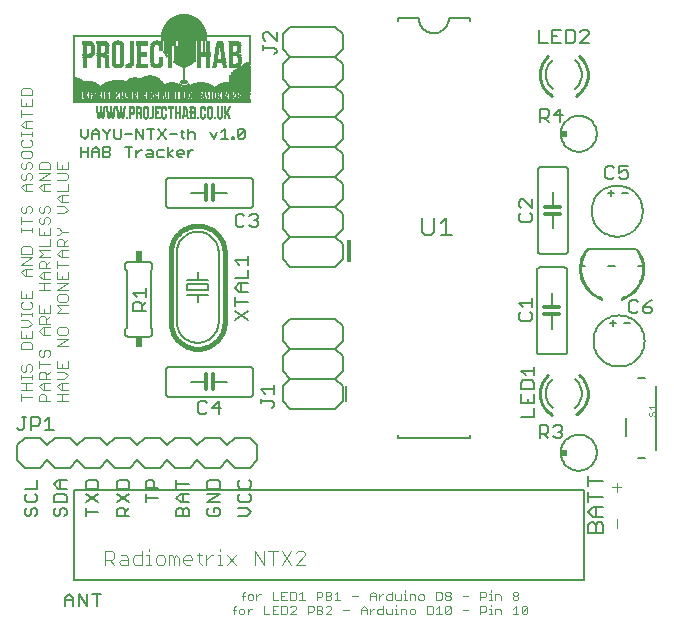
<source format=gto>
G75*
G70*
%OFA0B0*%
%FSLAX24Y24*%
%IPPOS*%
%LPD*%
%AMOC8*
5,1,8,0,0,1.08239X$1,22.5*
%
%ADD10R,0.0122X0.0755*%
%ADD11C,0.0050*%
%ADD12C,0.0060*%
%ADD13C,0.0040*%
%ADD14C,0.0080*%
%ADD15C,0.0070*%
%ADD16C,0.0120*%
%ADD17R,0.0240X0.0340*%
%ADD18R,0.0230X0.0240*%
%ADD19C,0.0010*%
%ADD20C,0.0020*%
%ADD21C,0.0160*%
%ADD22C,0.0100*%
%ADD23R,0.0065X0.0005*%
%ADD24R,0.0070X0.0005*%
%ADD25R,0.0090X0.0005*%
%ADD26R,0.0085X0.0005*%
%ADD27R,0.0060X0.0005*%
%ADD28R,0.0095X0.0005*%
%ADD29R,0.0175X0.0005*%
%ADD30R,0.0140X0.0005*%
%ADD31R,0.0115X0.0005*%
%ADD32R,0.0075X0.0005*%
%ADD33R,0.0110X0.0005*%
%ADD34R,0.0055X0.0005*%
%ADD35R,0.0155X0.0005*%
%ADD36R,0.0130X0.0005*%
%ADD37R,0.0165X0.0005*%
%ADD38R,0.0125X0.0005*%
%ADD39R,0.0170X0.0005*%
%ADD40R,0.0145X0.0005*%
%ADD41R,0.0150X0.0005*%
%ADD42R,0.0100X0.0005*%
%ADD43R,0.0160X0.0005*%
%ADD44R,0.0180X0.0005*%
%ADD45R,0.0105X0.0005*%
%ADD46R,0.0185X0.0005*%
%ADD47R,0.0190X0.0005*%
%ADD48R,0.0195X0.0005*%
%ADD49R,0.0080X0.0005*%
%ADD50R,0.0200X0.0005*%
%ADD51R,0.0050X0.0005*%
%ADD52R,0.0045X0.0005*%
%ADD53R,0.0135X0.0005*%
%ADD54R,0.0120X0.0005*%
%ADD55R,0.0040X0.0005*%
%ADD56R,0.0035X0.0005*%
%ADD57R,0.5910X0.0005*%
%ADD58R,0.1715X0.0005*%
%ADD59R,0.0870X0.0005*%
%ADD60R,0.0970X0.0005*%
%ADD61R,0.1105X0.0005*%
%ADD62R,0.0550X0.0005*%
%ADD63R,0.0325X0.0005*%
%ADD64R,0.0300X0.0005*%
%ADD65R,0.0025X0.0005*%
%ADD66R,0.0020X0.0005*%
%ADD67R,0.0315X0.0005*%
%ADD68R,0.0305X0.0005*%
%ADD69R,0.0030X0.0005*%
%ADD70R,0.0015X0.0005*%
%ADD71R,0.0235X0.0005*%
%ADD72R,0.0010X0.0005*%
%ADD73R,0.0005X0.0005*%
%ADD74R,0.0395X0.0005*%
%ADD75R,0.0205X0.0005*%
%ADD76R,0.0210X0.0005*%
%ADD77R,0.0390X0.0005*%
%ADD78R,0.0215X0.0005*%
%ADD79R,0.0385X0.0005*%
%ADD80R,0.0310X0.0005*%
%ADD81R,0.0320X0.0005*%
%ADD82R,0.1735X0.0005*%
%ADD83R,0.0855X0.0005*%
%ADD84R,0.1305X0.0005*%
%ADD85R,0.0365X0.0005*%
%ADD86R,0.0555X0.0005*%
%ADD87R,0.0335X0.0005*%
%ADD88R,0.3685X0.0005*%
%ADD89R,0.2220X0.0005*%
%ADD90R,0.3680X0.0005*%
%ADD91R,0.2215X0.0005*%
%ADD92R,0.3675X0.0005*%
%ADD93R,0.2210X0.0005*%
%ADD94R,0.2205X0.0005*%
%ADD95R,0.3670X0.0005*%
%ADD96R,0.2200X0.0005*%
%ADD97R,0.2195X0.0005*%
%ADD98R,0.3665X0.0005*%
%ADD99R,0.2190X0.0005*%
%ADD100R,0.3660X0.0005*%
%ADD101R,0.2185X0.0005*%
%ADD102R,0.2180X0.0005*%
%ADD103R,0.3655X0.0005*%
%ADD104R,0.2175X0.0005*%
%ADD105R,0.3650X0.0005*%
%ADD106R,0.2165X0.0005*%
%ADD107R,0.2160X0.0005*%
%ADD108R,0.3645X0.0005*%
%ADD109R,0.2155X0.0005*%
%ADD110R,0.3640X0.0005*%
%ADD111R,0.2150X0.0005*%
%ADD112R,0.3635X0.0005*%
%ADD113R,0.2145X0.0005*%
%ADD114R,0.2135X0.0005*%
%ADD115R,0.3630X0.0005*%
%ADD116R,0.2130X0.0005*%
%ADD117R,0.3625X0.0005*%
%ADD118R,0.2125X0.0005*%
%ADD119R,0.3620X0.0005*%
%ADD120R,0.2120X0.0005*%
%ADD121R,0.3615X0.0005*%
%ADD122R,0.2110X0.0005*%
%ADD123R,0.3610X0.0005*%
%ADD124R,0.0920X0.0005*%
%ADD125R,0.1175X0.0005*%
%ADD126R,0.3605X0.0005*%
%ADD127R,0.0900X0.0005*%
%ADD128R,0.1170X0.0005*%
%ADD129R,0.3600X0.0005*%
%ADD130R,0.0890X0.0005*%
%ADD131R,0.1165X0.0005*%
%ADD132R,0.3595X0.0005*%
%ADD133R,0.0875X0.0005*%
%ADD134R,0.1160X0.0005*%
%ADD135R,0.3590X0.0005*%
%ADD136R,0.0860X0.0005*%
%ADD137R,0.1155X0.0005*%
%ADD138R,0.3585X0.0005*%
%ADD139R,0.0840X0.0005*%
%ADD140R,0.1150X0.0005*%
%ADD141R,0.3580X0.0005*%
%ADD142R,0.0830X0.0005*%
%ADD143R,0.1145X0.0005*%
%ADD144R,0.0895X0.0005*%
%ADD145R,0.2675X0.0005*%
%ADD146R,0.0220X0.0005*%
%ADD147R,0.0810X0.0005*%
%ADD148R,0.1135X0.0005*%
%ADD149R,0.2665X0.0005*%
%ADD150R,0.0795X0.0005*%
%ADD151R,0.1130X0.0005*%
%ADD152R,0.0880X0.0005*%
%ADD153R,0.2650X0.0005*%
%ADD154R,0.0245X0.0005*%
%ADD155R,0.0780X0.0005*%
%ADD156R,0.1125X0.0005*%
%ADD157R,0.2635X0.0005*%
%ADD158R,0.0260X0.0005*%
%ADD159R,0.0760X0.0005*%
%ADD160R,0.1120X0.0005*%
%ADD161R,0.2620X0.0005*%
%ADD162R,0.0275X0.0005*%
%ADD163R,0.0740X0.0005*%
%ADD164R,0.1110X0.0005*%
%ADD165R,0.2610X0.0005*%
%ADD166R,0.0720X0.0005*%
%ADD167R,0.2590X0.0005*%
%ADD168R,0.0700X0.0005*%
%ADD169R,0.1100X0.0005*%
%ADD170R,0.0850X0.0005*%
%ADD171R,0.2580X0.0005*%
%ADD172R,0.0680X0.0005*%
%ADD173R,0.1090X0.0005*%
%ADD174R,0.2560X0.0005*%
%ADD175R,0.0660X0.0005*%
%ADD176R,0.1080X0.0005*%
%ADD177R,0.0835X0.0005*%
%ADD178R,0.2045X0.0005*%
%ADD179R,0.0490X0.0005*%
%ADD180R,0.0640X0.0005*%
%ADD181R,0.1075X0.0005*%
%ADD182R,0.0825X0.0005*%
%ADD183R,0.2035X0.0005*%
%ADD184R,0.0470X0.0005*%
%ADD185R,0.0620X0.0005*%
%ADD186R,0.1065X0.0005*%
%ADD187R,0.0820X0.0005*%
%ADD188R,0.2025X0.0005*%
%ADD189R,0.0450X0.0005*%
%ADD190R,0.0590X0.0005*%
%ADD191R,0.1055X0.0005*%
%ADD192R,0.2015X0.0005*%
%ADD193R,0.0430X0.0005*%
%ADD194R,0.0570X0.0005*%
%ADD195R,0.1045X0.0005*%
%ADD196R,0.0805X0.0005*%
%ADD197R,0.2000X0.0005*%
%ADD198R,0.0415X0.0005*%
%ADD199R,0.0540X0.0005*%
%ADD200R,0.1035X0.0005*%
%ADD201R,0.1990X0.0005*%
%ADD202R,0.0510X0.0005*%
%ADD203R,0.1025X0.0005*%
%ADD204R,0.0785X0.0005*%
%ADD205R,0.1975X0.0005*%
%ADD206R,0.0370X0.0005*%
%ADD207R,0.0480X0.0005*%
%ADD208R,0.1015X0.0005*%
%ADD209R,0.1965X0.0005*%
%ADD210R,0.0345X0.0005*%
%ADD211R,0.1005X0.0005*%
%ADD212R,0.0770X0.0005*%
%ADD213R,0.1950X0.0005*%
%ADD214R,0.0410X0.0005*%
%ADD215R,0.0990X0.0005*%
%ADD216R,0.1935X0.0005*%
%ADD217R,0.0290X0.0005*%
%ADD218R,0.0380X0.0005*%
%ADD219R,0.0975X0.0005*%
%ADD220R,0.0750X0.0005*%
%ADD221R,0.1925X0.0005*%
%ADD222R,0.0255X0.0005*%
%ADD223R,0.0330X0.0005*%
%ADD224R,0.0960X0.0005*%
%ADD225R,0.1910X0.0005*%
%ADD226R,0.0280X0.0005*%
%ADD227R,0.0940X0.0005*%
%ADD228R,0.0730X0.0005*%
%ADD229R,0.1895X0.0005*%
%ADD230R,0.0250X0.0005*%
%ADD231R,0.0915X0.0005*%
%ADD232R,0.0715X0.0005*%
%ADD233R,0.1880X0.0005*%
%ADD234R,0.0745X0.0005*%
%ADD235R,0.0705X0.0005*%
%ADD236R,0.1865X0.0005*%
%ADD237R,0.0265X0.0005*%
%ADD238R,0.0695X0.0005*%
%ADD239R,0.1850X0.0005*%
%ADD240R,0.0270X0.0005*%
%ADD241R,0.1830X0.0005*%
%ADD242R,0.0665X0.0005*%
%ADD243R,0.1810X0.0005*%
%ADD244R,0.0650X0.0005*%
%ADD245R,0.1795X0.0005*%
%ADD246R,0.0635X0.0005*%
%ADD247R,0.1775X0.0005*%
%ADD248R,0.0615X0.0005*%
%ADD249R,0.1755X0.0005*%
%ADD250R,0.0595X0.0005*%
%ADD251R,0.1730X0.0005*%
%ADD252R,0.0520X0.0005*%
%ADD253R,0.0240X0.0005*%
%ADD254R,0.0225X0.0005*%
%ADD255R,0.1140X0.0005*%
%ADD256R,0.0295X0.0005*%
%ADD257R,0.0735X0.0005*%
%ADD258R,0.1010X0.0005*%
%ADD259R,0.0995X0.0005*%
%ADD260R,0.0605X0.0005*%
%ADD261R,0.0725X0.0005*%
%ADD262R,0.0560X0.0005*%
%ADD263R,0.0500X0.0005*%
%ADD264R,0.0460X0.0005*%
%ADD265R,0.0435X0.0005*%
%ADD266R,0.0710X0.0005*%
%ADD267R,0.0360X0.0005*%
%ADD268R,0.0690X0.0005*%
%ADD269R,0.0685X0.0005*%
%ADD270R,0.0675X0.0005*%
%ADD271R,0.0670X0.0005*%
%ADD272R,0.0655X0.0005*%
%ADD273R,0.0645X0.0005*%
%ADD274R,0.0630X0.0005*%
%ADD275R,0.0625X0.0005*%
%ADD276R,0.0610X0.0005*%
%ADD277R,0.0600X0.0005*%
%ADD278R,0.0580X0.0005*%
%ADD279R,0.0575X0.0005*%
%ADD280R,0.0565X0.0005*%
%ADD281R,0.0545X0.0005*%
%ADD282R,0.0535X0.0005*%
%ADD283R,0.0525X0.0005*%
%ADD284R,0.0505X0.0005*%
%ADD285R,0.0495X0.0005*%
%ADD286R,0.0425X0.0005*%
%ADD287R,0.0375X0.0005*%
%ADD288R,0.0355X0.0005*%
%ADD289R,0.0350X0.0005*%
%ADD290R,0.0340X0.0005*%
%ADD291R,0.0285X0.0005*%
%ADD292R,0.0230X0.0005*%
%ADD293R,0.0400X0.0005*%
%ADD294R,0.0405X0.0005*%
%ADD295R,0.0455X0.0005*%
%ADD296R,0.0475X0.0005*%
%ADD297R,0.0420X0.0005*%
%ADD298R,0.0755X0.0005*%
%ADD299R,0.1565X0.0005*%
%ADD300R,0.1560X0.0005*%
%ADD301R,0.1555X0.0005*%
%ADD302R,0.1545X0.0005*%
%ADD303R,0.1535X0.0005*%
%ADD304R,0.1530X0.0005*%
%ADD305R,0.1525X0.0005*%
%ADD306R,0.1520X0.0005*%
%ADD307R,0.1515X0.0005*%
%ADD308R,0.1510X0.0005*%
%ADD309R,0.1505X0.0005*%
%ADD310R,0.1500X0.0005*%
%ADD311R,0.1495X0.0005*%
%ADD312R,0.1485X0.0005*%
%ADD313R,0.1475X0.0005*%
%ADD314R,0.1465X0.0005*%
%ADD315R,0.1455X0.0005*%
%ADD316R,0.1445X0.0005*%
%ADD317R,0.1440X0.0005*%
%ADD318R,0.1435X0.0005*%
%ADD319R,0.1425X0.0005*%
%ADD320R,0.1420X0.0005*%
%ADD321R,0.1415X0.0005*%
%ADD322R,0.1405X0.0005*%
%ADD323R,0.1395X0.0005*%
%ADD324R,0.1385X0.0005*%
%ADD325R,0.1375X0.0005*%
%ADD326R,0.1365X0.0005*%
%ADD327R,0.1355X0.0005*%
%ADD328R,0.1345X0.0005*%
%ADD329R,0.1335X0.0005*%
%ADD330R,0.1330X0.0005*%
%ADD331R,0.1325X0.0005*%
%ADD332R,0.1315X0.0005*%
%ADD333R,0.1300X0.0005*%
%ADD334R,0.1295X0.0005*%
%ADD335R,0.1285X0.0005*%
%ADD336R,0.1275X0.0005*%
%ADD337R,0.1265X0.0005*%
%ADD338R,0.1255X0.0005*%
%ADD339R,0.1245X0.0005*%
%ADD340R,0.1240X0.0005*%
%ADD341R,0.1235X0.0005*%
%ADD342R,0.1225X0.0005*%
%ADD343R,0.1215X0.0005*%
%ADD344R,0.1205X0.0005*%
%ADD345R,0.1195X0.0005*%
%ADD346R,0.1185X0.0005*%
%ADD347R,0.1180X0.0005*%
%ADD348R,0.1115X0.0005*%
%ADD349R,0.1095X0.0005*%
%ADD350R,0.1085X0.0005*%
%ADD351R,0.0985X0.0005*%
%ADD352R,0.0965X0.0005*%
%ADD353R,0.0955X0.0005*%
%ADD354R,0.0925X0.0005*%
%ADD355R,0.0905X0.0005*%
%ADD356R,0.0885X0.0005*%
%ADD357R,0.0865X0.0005*%
%ADD358R,0.0845X0.0005*%
%ADD359R,0.0815X0.0005*%
%ADD360R,0.0765X0.0005*%
%ADD361R,0.0465X0.0005*%
D10*
X011930Y012795D03*
D11*
X008384Y016537D02*
X008267Y016537D01*
X008209Y016595D01*
X008442Y016829D01*
X008442Y016595D01*
X008384Y016537D01*
X008209Y016595D02*
X008209Y016829D01*
X008267Y016887D01*
X008384Y016887D01*
X008442Y016829D01*
X008083Y016595D02*
X008083Y016537D01*
X008025Y016537D01*
X008025Y016595D01*
X008083Y016595D01*
X007890Y016537D02*
X007656Y016537D01*
X007773Y016537D02*
X007773Y016887D01*
X007656Y016770D01*
X007522Y016770D02*
X007405Y016537D01*
X007288Y016770D01*
X006785Y016712D02*
X006785Y016537D01*
X006785Y016712D02*
X006727Y016770D01*
X006610Y016770D01*
X006551Y016712D01*
X006423Y016770D02*
X006306Y016770D01*
X006364Y016829D02*
X006364Y016595D01*
X006423Y016537D01*
X006551Y016537D02*
X006551Y016887D01*
X006171Y016712D02*
X005938Y016712D01*
X005803Y016537D02*
X005569Y016887D01*
X005434Y016887D02*
X005201Y016887D01*
X005318Y016887D02*
X005318Y016537D01*
X005569Y016537D02*
X005803Y016887D01*
X005876Y016287D02*
X005876Y015937D01*
X005876Y016054D02*
X006051Y016170D01*
X006183Y016112D02*
X006241Y016170D01*
X006358Y016170D01*
X006417Y016112D01*
X006417Y016054D01*
X006183Y016054D01*
X006183Y016112D02*
X006183Y015995D01*
X006241Y015937D01*
X006358Y015937D01*
X006551Y015937D02*
X006551Y016170D01*
X006551Y016054D02*
X006668Y016170D01*
X006727Y016170D01*
X006051Y015937D02*
X005876Y016054D01*
X005741Y016170D02*
X005566Y016170D01*
X005508Y016112D01*
X005508Y015995D01*
X005566Y015937D01*
X005741Y015937D01*
X005373Y015937D02*
X005198Y015937D01*
X005140Y015995D01*
X005198Y016054D01*
X005373Y016054D01*
X005373Y016112D02*
X005373Y015937D01*
X005373Y016112D02*
X005315Y016170D01*
X005198Y016170D01*
X005008Y016170D02*
X004949Y016170D01*
X004833Y016054D01*
X004833Y016170D02*
X004833Y015937D01*
X004581Y015937D02*
X004581Y016287D01*
X004464Y016287D02*
X004698Y016287D01*
X004833Y016537D02*
X004833Y016887D01*
X005066Y016537D01*
X005066Y016887D01*
X004698Y016712D02*
X004464Y016712D01*
X004329Y016595D02*
X004271Y016537D01*
X004154Y016537D01*
X004096Y016595D01*
X004096Y016887D01*
X003961Y016887D02*
X003961Y016829D01*
X003844Y016712D01*
X003844Y016537D01*
X003844Y016712D02*
X003728Y016829D01*
X003728Y016887D01*
X003593Y016770D02*
X003593Y016537D01*
X003593Y016712D02*
X003359Y016712D01*
X003359Y016770D02*
X003359Y016537D01*
X003225Y016654D02*
X003225Y016887D01*
X003359Y016770D02*
X003476Y016887D01*
X003593Y016770D01*
X003225Y016654D02*
X003108Y016537D01*
X002991Y016654D01*
X002991Y016887D01*
X002991Y016287D02*
X002991Y015937D01*
X002991Y016112D02*
X003225Y016112D01*
X003359Y016112D02*
X003593Y016112D01*
X003593Y016170D02*
X003593Y015937D01*
X003728Y015937D02*
X003728Y016287D01*
X003903Y016287D01*
X003961Y016229D01*
X003961Y016170D01*
X003903Y016112D01*
X003728Y016112D01*
X003593Y016170D02*
X003476Y016287D01*
X003359Y016170D01*
X003359Y015937D01*
X003225Y015937D02*
X003225Y016287D01*
X003728Y015937D02*
X003903Y015937D01*
X003961Y015995D01*
X003961Y016054D01*
X003903Y016112D01*
X004329Y016595D02*
X004329Y016887D01*
X009053Y019507D02*
X009053Y019657D01*
X009053Y019582D02*
X009428Y019582D01*
X009503Y019507D01*
X009503Y019432D01*
X009428Y019357D01*
X009503Y019817D02*
X009203Y020118D01*
X009128Y020118D01*
X009053Y020043D01*
X009053Y019892D01*
X009128Y019817D01*
X009503Y019817D02*
X009503Y020118D01*
X017585Y014453D02*
X017585Y014303D01*
X017661Y014228D01*
X017661Y014068D02*
X017585Y013993D01*
X017585Y013843D01*
X017661Y013768D01*
X017961Y013768D01*
X018036Y013843D01*
X018036Y013993D01*
X017961Y014068D01*
X018036Y014228D02*
X017736Y014529D01*
X017661Y014529D01*
X017585Y014453D01*
X018036Y014529D02*
X018036Y014228D01*
X020466Y015272D02*
X020541Y015197D01*
X020691Y015197D01*
X020766Y015272D01*
X020926Y015272D02*
X021002Y015197D01*
X021152Y015197D01*
X021227Y015272D01*
X021227Y015422D01*
X021152Y015497D01*
X021077Y015497D01*
X020926Y015422D01*
X020926Y015648D01*
X021227Y015648D01*
X020766Y015572D02*
X020691Y015648D01*
X020541Y015648D01*
X020466Y015572D01*
X020466Y015272D01*
X018968Y017098D02*
X018968Y017548D01*
X018743Y017323D01*
X019043Y017323D01*
X018583Y017323D02*
X018508Y017248D01*
X018283Y017248D01*
X018433Y017248D02*
X018583Y017098D01*
X018583Y017323D02*
X018583Y017473D01*
X018508Y017548D01*
X018283Y017548D01*
X018283Y017098D01*
X018240Y019739D02*
X018540Y019739D01*
X018701Y019739D02*
X019001Y019739D01*
X019161Y019739D02*
X019386Y019739D01*
X019461Y019814D01*
X019461Y020114D01*
X019386Y020189D01*
X019161Y020189D01*
X019161Y019739D01*
X018851Y019964D02*
X018701Y019964D01*
X018701Y020189D02*
X018701Y019739D01*
X018240Y019739D02*
X018240Y020189D01*
X018701Y020189D02*
X019001Y020189D01*
X019621Y020114D02*
X019696Y020189D01*
X019847Y020189D01*
X019922Y020114D01*
X019922Y020039D01*
X019621Y019739D01*
X019922Y019739D01*
X009429Y008340D02*
X009429Y008039D01*
X009429Y008190D02*
X008978Y008190D01*
X009128Y008039D01*
X008978Y007879D02*
X008978Y007729D01*
X008978Y007804D02*
X009354Y007804D01*
X009429Y007729D01*
X009429Y007654D01*
X009354Y007579D01*
X002767Y004830D02*
X002767Y001830D01*
X019767Y001830D01*
X019767Y004830D01*
X002767Y004830D01*
X002077Y006831D02*
X001777Y006831D01*
X001927Y006831D02*
X001927Y007281D01*
X001777Y007131D01*
X001617Y007206D02*
X001617Y007056D01*
X001542Y006981D01*
X001316Y006981D01*
X001316Y006831D02*
X001316Y007281D01*
X001542Y007281D01*
X001617Y007206D01*
X001156Y007281D02*
X001006Y007281D01*
X001081Y007281D02*
X001081Y006906D01*
X001006Y006831D01*
X000931Y006831D01*
X000856Y006906D01*
D12*
X004454Y010054D02*
X004454Y010204D01*
X004504Y010254D01*
X004504Y012154D01*
X004454Y012204D01*
X004454Y012354D01*
X004456Y012371D01*
X004460Y012388D01*
X004467Y012404D01*
X004477Y012418D01*
X004490Y012431D01*
X004504Y012441D01*
X004520Y012448D01*
X004537Y012452D01*
X004554Y012454D01*
X005254Y012454D01*
X005271Y012452D01*
X005288Y012448D01*
X005304Y012441D01*
X005318Y012431D01*
X005331Y012418D01*
X005341Y012404D01*
X005348Y012388D01*
X005352Y012371D01*
X005354Y012354D01*
X005354Y012204D01*
X005304Y012154D01*
X005304Y010254D01*
X005354Y010204D01*
X005354Y010054D01*
X005352Y010037D01*
X005348Y010020D01*
X005341Y010004D01*
X005331Y009990D01*
X005318Y009977D01*
X005304Y009967D01*
X005288Y009960D01*
X005271Y009956D01*
X005254Y009954D01*
X004554Y009954D01*
X004537Y009956D01*
X004520Y009960D01*
X004504Y009967D01*
X004490Y009977D01*
X004477Y009990D01*
X004467Y010004D01*
X004460Y010020D01*
X004456Y010037D01*
X004454Y010054D01*
X004712Y010815D02*
X004712Y011035D01*
X004786Y011109D01*
X004933Y011109D01*
X005006Y011035D01*
X005006Y010815D01*
X005153Y010815D02*
X004712Y010815D01*
X005006Y010962D02*
X005153Y011109D01*
X005153Y011275D02*
X005153Y011569D01*
X005153Y011422D02*
X004712Y011422D01*
X004859Y011275D01*
X006173Y010447D02*
X006173Y012747D01*
X006175Y012798D01*
X006180Y012849D01*
X006190Y012899D01*
X006203Y012949D01*
X006219Y012997D01*
X006239Y013044D01*
X006263Y013090D01*
X006289Y013133D01*
X006319Y013175D01*
X006352Y013214D01*
X006387Y013251D01*
X006425Y013285D01*
X006466Y013316D01*
X006508Y013345D01*
X006553Y013370D01*
X006599Y013391D01*
X006647Y013410D01*
X006696Y013424D01*
X006746Y013435D01*
X006796Y013443D01*
X006847Y013447D01*
X006899Y013447D01*
X006950Y013443D01*
X007000Y013435D01*
X007050Y013424D01*
X007099Y013410D01*
X007147Y013391D01*
X007193Y013370D01*
X007238Y013345D01*
X007280Y013316D01*
X007321Y013285D01*
X007359Y013251D01*
X007394Y013214D01*
X007427Y013175D01*
X007457Y013133D01*
X007483Y013090D01*
X007507Y013044D01*
X007527Y012997D01*
X007543Y012949D01*
X007556Y012899D01*
X007566Y012849D01*
X007571Y012798D01*
X007573Y012747D01*
X007573Y010447D01*
X008116Y010510D02*
X008556Y010803D01*
X008556Y010510D02*
X008116Y010803D01*
X008116Y010970D02*
X008116Y011264D01*
X008116Y011117D02*
X008556Y011117D01*
X008556Y011431D02*
X008262Y011431D01*
X008116Y011577D01*
X008262Y011724D01*
X008556Y011724D01*
X008556Y011891D02*
X008556Y012185D01*
X008556Y012351D02*
X008556Y012645D01*
X008556Y012498D02*
X008116Y012498D01*
X008262Y012351D01*
X008116Y011891D02*
X008556Y011891D01*
X008336Y011724D02*
X008336Y011431D01*
X007223Y011497D02*
X006523Y011497D01*
X006523Y011697D01*
X007223Y011697D01*
X007223Y011497D01*
X007223Y011347D02*
X006873Y011347D01*
X006873Y011097D01*
X006873Y011347D02*
X006523Y011347D01*
X006523Y011847D02*
X006873Y011847D01*
X006873Y012097D01*
X006873Y011847D02*
X007223Y011847D01*
X007573Y010447D02*
X007571Y010396D01*
X007566Y010345D01*
X007556Y010295D01*
X007543Y010245D01*
X007527Y010197D01*
X007507Y010150D01*
X007483Y010104D01*
X007457Y010061D01*
X007427Y010019D01*
X007394Y009980D01*
X007359Y009943D01*
X007321Y009909D01*
X007280Y009878D01*
X007238Y009849D01*
X007193Y009824D01*
X007147Y009803D01*
X007099Y009784D01*
X007050Y009770D01*
X007000Y009759D01*
X006950Y009751D01*
X006899Y009747D01*
X006847Y009747D01*
X006796Y009751D01*
X006746Y009759D01*
X006696Y009770D01*
X006647Y009784D01*
X006599Y009803D01*
X006553Y009824D01*
X006508Y009849D01*
X006466Y009878D01*
X006425Y009909D01*
X006387Y009943D01*
X006352Y009980D01*
X006319Y010019D01*
X006289Y010061D01*
X006263Y010104D01*
X006239Y010150D01*
X006219Y010197D01*
X006203Y010245D01*
X006190Y010295D01*
X006180Y010345D01*
X006175Y010396D01*
X006173Y010447D01*
X005917Y008948D02*
X008617Y008948D01*
X008634Y008946D01*
X008651Y008942D01*
X008667Y008935D01*
X008681Y008925D01*
X008694Y008912D01*
X008704Y008898D01*
X008711Y008882D01*
X008715Y008865D01*
X008717Y008848D01*
X008717Y008048D01*
X008715Y008031D01*
X008711Y008014D01*
X008704Y007998D01*
X008694Y007984D01*
X008681Y007971D01*
X008667Y007961D01*
X008651Y007954D01*
X008634Y007950D01*
X008617Y007948D01*
X005917Y007948D01*
X005900Y007950D01*
X005883Y007954D01*
X005867Y007961D01*
X005853Y007971D01*
X005840Y007984D01*
X005830Y007998D01*
X005823Y008014D01*
X005819Y008031D01*
X005817Y008048D01*
X005817Y008848D01*
X005819Y008865D01*
X005823Y008882D01*
X005830Y008898D01*
X005840Y008912D01*
X005853Y008925D01*
X005867Y008935D01*
X005883Y008942D01*
X005900Y008946D01*
X005917Y008948D01*
X006667Y008448D02*
X007147Y008448D01*
X007397Y008448D02*
X007867Y008448D01*
X007573Y007798D02*
X007353Y007578D01*
X007647Y007578D01*
X007573Y007358D02*
X007573Y007798D01*
X007186Y007725D02*
X007113Y007798D01*
X006966Y007798D01*
X006893Y007725D01*
X006893Y007431D01*
X006966Y007358D01*
X007113Y007358D01*
X007186Y007431D01*
X009954Y012278D02*
X009704Y012528D01*
X009704Y013028D01*
X009954Y013278D01*
X011454Y013278D01*
X011704Y013528D01*
X011704Y014028D01*
X011454Y014278D01*
X009954Y014278D01*
X009704Y014528D01*
X009704Y015028D01*
X009954Y015278D01*
X011454Y015278D01*
X011704Y015528D01*
X011704Y016028D01*
X011454Y016278D01*
X009954Y016278D01*
X009704Y016528D01*
X009704Y017028D01*
X009954Y017278D01*
X011454Y017278D01*
X011704Y017528D01*
X011704Y018028D01*
X011454Y018278D01*
X009954Y018278D01*
X009704Y018528D01*
X009704Y019028D01*
X009954Y019278D01*
X011454Y019278D01*
X011704Y019028D01*
X011704Y018528D01*
X011454Y018278D01*
X011454Y019278D02*
X011704Y019528D01*
X011704Y020028D01*
X011454Y020278D01*
X009954Y020278D01*
X009704Y020028D01*
X009704Y019528D01*
X009954Y019278D01*
X009954Y018278D02*
X009704Y018028D01*
X009704Y017528D01*
X009954Y017278D01*
X009954Y016278D02*
X009704Y016028D01*
X009704Y015528D01*
X009954Y015278D01*
X009954Y014278D02*
X009704Y014028D01*
X009704Y013528D01*
X009954Y013278D01*
X009954Y012278D02*
X011454Y012278D01*
X011704Y012528D01*
X011704Y013028D01*
X011454Y013278D01*
X011454Y014278D02*
X011704Y014528D01*
X011704Y015028D01*
X011454Y015278D01*
X011454Y016278D02*
X011704Y016528D01*
X011704Y017028D01*
X011454Y017278D01*
X008717Y015147D02*
X008717Y014347D01*
X008715Y014330D01*
X008711Y014313D01*
X008704Y014297D01*
X008694Y014283D01*
X008681Y014270D01*
X008667Y014260D01*
X008651Y014253D01*
X008634Y014249D01*
X008617Y014247D01*
X005917Y014247D01*
X005900Y014249D01*
X005883Y014253D01*
X005867Y014260D01*
X005853Y014270D01*
X005840Y014283D01*
X005830Y014297D01*
X005823Y014313D01*
X005819Y014330D01*
X005817Y014347D01*
X005817Y015147D01*
X005819Y015164D01*
X005823Y015181D01*
X005830Y015197D01*
X005840Y015211D01*
X005853Y015224D01*
X005867Y015234D01*
X005883Y015241D01*
X005900Y015245D01*
X005917Y015247D01*
X008617Y015247D01*
X008634Y015245D01*
X008651Y015241D01*
X008667Y015234D01*
X008681Y015224D01*
X008694Y015211D01*
X008704Y015197D01*
X008711Y015181D01*
X008715Y015164D01*
X008717Y015147D01*
X007867Y014747D02*
X007387Y014747D01*
X007137Y014747D02*
X006667Y014747D01*
X008141Y013980D02*
X008141Y013686D01*
X008215Y013613D01*
X008361Y013613D01*
X008435Y013686D01*
X008602Y013686D02*
X008675Y013613D01*
X008822Y013613D01*
X008895Y013686D01*
X008895Y013760D01*
X008822Y013833D01*
X008748Y013833D01*
X008822Y013833D02*
X008895Y013907D01*
X008895Y013980D01*
X008822Y014053D01*
X008675Y014053D01*
X008602Y013980D01*
X008435Y013980D02*
X008361Y014053D01*
X008215Y014053D01*
X008141Y013980D01*
X017578Y011077D02*
X018018Y011077D01*
X018018Y010930D02*
X018018Y011224D01*
X017725Y010930D02*
X017578Y011077D01*
X017651Y010764D02*
X017578Y010690D01*
X017578Y010543D01*
X017651Y010470D01*
X017945Y010470D01*
X018018Y010543D01*
X018018Y010690D01*
X017945Y010764D01*
X018684Y010690D02*
X018684Y010210D01*
X018684Y010940D02*
X018684Y011410D01*
X019184Y012160D02*
X019182Y012177D01*
X019178Y012194D01*
X019171Y012210D01*
X019161Y012224D01*
X019148Y012237D01*
X019134Y012247D01*
X019118Y012254D01*
X019101Y012258D01*
X019084Y012260D01*
X018284Y012260D01*
X018267Y012258D01*
X018250Y012254D01*
X018234Y012247D01*
X018220Y012237D01*
X018207Y012224D01*
X018197Y012210D01*
X018190Y012194D01*
X018186Y012177D01*
X018184Y012160D01*
X018184Y009460D01*
X018186Y009443D01*
X018190Y009426D01*
X018197Y009410D01*
X018207Y009396D01*
X018220Y009383D01*
X018234Y009373D01*
X018250Y009366D01*
X018267Y009362D01*
X018284Y009360D01*
X019084Y009360D01*
X019101Y009362D01*
X019118Y009366D01*
X019134Y009373D01*
X019148Y009383D01*
X019161Y009396D01*
X019171Y009410D01*
X019178Y009426D01*
X019182Y009443D01*
X019184Y009460D01*
X019184Y012160D01*
X019111Y012710D02*
X018311Y012710D01*
X018294Y012712D01*
X018277Y012716D01*
X018261Y012723D01*
X018247Y012733D01*
X018234Y012746D01*
X018224Y012760D01*
X018217Y012776D01*
X018213Y012793D01*
X018211Y012810D01*
X018211Y015510D01*
X018213Y015527D01*
X018217Y015544D01*
X018224Y015560D01*
X018234Y015574D01*
X018247Y015587D01*
X018261Y015597D01*
X018277Y015604D01*
X018294Y015608D01*
X018311Y015610D01*
X019111Y015610D01*
X019128Y015608D01*
X019145Y015604D01*
X019161Y015597D01*
X019175Y015587D01*
X019188Y015574D01*
X019198Y015560D01*
X019205Y015544D01*
X019209Y015527D01*
X019211Y015510D01*
X019211Y012810D01*
X019209Y012793D01*
X019205Y012776D01*
X019198Y012760D01*
X019188Y012746D01*
X019175Y012733D01*
X019161Y012723D01*
X019145Y012716D01*
X019128Y012712D01*
X019111Y012710D01*
X018711Y013560D02*
X018711Y014030D01*
X018711Y014280D02*
X018711Y014760D01*
X020557Y014737D02*
X020757Y014737D01*
X020657Y014637D02*
X020657Y014837D01*
X021007Y014737D02*
X021207Y014737D01*
X020007Y014137D02*
X020009Y014195D01*
X020015Y014253D01*
X020025Y014310D01*
X020039Y014366D01*
X020056Y014422D01*
X020077Y014476D01*
X020102Y014528D01*
X020131Y014579D01*
X020163Y014627D01*
X020198Y014673D01*
X020236Y014717D01*
X020277Y014758D01*
X020321Y014796D01*
X020367Y014831D01*
X020415Y014863D01*
X020466Y014892D01*
X020518Y014917D01*
X020572Y014938D01*
X020628Y014955D01*
X020684Y014969D01*
X020741Y014979D01*
X020799Y014985D01*
X020857Y014987D01*
X020915Y014985D01*
X020973Y014979D01*
X021030Y014969D01*
X021086Y014955D01*
X021142Y014938D01*
X021196Y014917D01*
X021248Y014892D01*
X021299Y014863D01*
X021347Y014831D01*
X021393Y014796D01*
X021437Y014758D01*
X021478Y014717D01*
X021516Y014673D01*
X021551Y014627D01*
X021583Y014579D01*
X021612Y014528D01*
X021637Y014476D01*
X021658Y014422D01*
X021675Y014366D01*
X021689Y014310D01*
X021699Y014253D01*
X021705Y014195D01*
X021707Y014137D01*
X021705Y014079D01*
X021699Y014021D01*
X021689Y013964D01*
X021675Y013908D01*
X021658Y013852D01*
X021637Y013798D01*
X021612Y013746D01*
X021583Y013695D01*
X021551Y013647D01*
X021516Y013601D01*
X021478Y013557D01*
X021437Y013516D01*
X021393Y013478D01*
X021347Y013443D01*
X021299Y013411D01*
X021248Y013382D01*
X021196Y013357D01*
X021142Y013336D01*
X021086Y013319D01*
X021030Y013305D01*
X020973Y013295D01*
X020915Y013289D01*
X020857Y013287D01*
X020799Y013289D01*
X020741Y013295D01*
X020684Y013305D01*
X020628Y013319D01*
X020572Y013336D01*
X020518Y013357D01*
X020466Y013382D01*
X020415Y013411D01*
X020367Y013443D01*
X020321Y013478D01*
X020277Y013516D01*
X020236Y013557D01*
X020198Y013601D01*
X020163Y013647D01*
X020131Y013695D01*
X020102Y013746D01*
X020077Y013798D01*
X020056Y013852D01*
X020039Y013908D01*
X020025Y013964D01*
X020015Y014021D01*
X020009Y014079D01*
X020007Y014137D01*
X018978Y016715D02*
X018980Y016764D01*
X018986Y016812D01*
X018996Y016860D01*
X019010Y016907D01*
X019027Y016953D01*
X019048Y016997D01*
X019073Y017039D01*
X019101Y017079D01*
X019133Y017117D01*
X019167Y017152D01*
X019204Y017184D01*
X019243Y017213D01*
X019285Y017239D01*
X019329Y017261D01*
X019374Y017279D01*
X019421Y017294D01*
X019468Y017305D01*
X019517Y017312D01*
X019566Y017315D01*
X019615Y017314D01*
X019663Y017309D01*
X019712Y017300D01*
X019759Y017287D01*
X019805Y017270D01*
X019849Y017250D01*
X019892Y017226D01*
X019933Y017199D01*
X019971Y017168D01*
X020007Y017135D01*
X020039Y017099D01*
X020069Y017060D01*
X020096Y017019D01*
X020119Y016975D01*
X020138Y016930D01*
X020154Y016884D01*
X020166Y016837D01*
X020174Y016788D01*
X020178Y016739D01*
X020178Y016691D01*
X020174Y016642D01*
X020166Y016593D01*
X020154Y016546D01*
X020138Y016500D01*
X020119Y016455D01*
X020096Y016411D01*
X020069Y016370D01*
X020039Y016331D01*
X020007Y016295D01*
X019971Y016262D01*
X019933Y016231D01*
X019892Y016204D01*
X019849Y016180D01*
X019805Y016160D01*
X019759Y016143D01*
X019712Y016130D01*
X019663Y016121D01*
X019615Y016116D01*
X019566Y016115D01*
X019517Y016118D01*
X019468Y016125D01*
X019421Y016136D01*
X019374Y016151D01*
X019329Y016169D01*
X019285Y016191D01*
X019243Y016217D01*
X019204Y016246D01*
X019167Y016278D01*
X019133Y016313D01*
X019101Y016351D01*
X019073Y016391D01*
X019048Y016433D01*
X019027Y016477D01*
X019010Y016523D01*
X018996Y016570D01*
X018986Y016618D01*
X018980Y016666D01*
X018978Y016715D01*
X018478Y018684D02*
X018480Y018731D01*
X018486Y018779D01*
X018495Y018825D01*
X018508Y018871D01*
X018524Y018915D01*
X018545Y018959D01*
X018568Y019000D01*
X018594Y019039D01*
X018624Y019076D01*
X018657Y019111D01*
X018692Y019143D01*
X018729Y019172D01*
X019678Y018684D02*
X019676Y018639D01*
X019671Y018593D01*
X019663Y018549D01*
X019651Y018505D01*
X019635Y018462D01*
X019617Y018420D01*
X019595Y018380D01*
X019571Y018342D01*
X019544Y018306D01*
X019514Y018271D01*
X019481Y018240D01*
X019446Y018210D01*
X019678Y018684D02*
X019676Y018729D01*
X019671Y018775D01*
X019663Y018819D01*
X019651Y018863D01*
X019635Y018906D01*
X019617Y018948D01*
X019595Y018988D01*
X019571Y019026D01*
X019544Y019062D01*
X019514Y019097D01*
X019481Y019128D01*
X019446Y019158D01*
X018478Y018684D02*
X018480Y018638D01*
X018485Y018592D01*
X018494Y018546D01*
X018506Y018501D01*
X018522Y018458D01*
X018541Y018416D01*
X018564Y018375D01*
X018589Y018336D01*
X018617Y018300D01*
X018648Y018265D01*
X018682Y018233D01*
X018718Y018204D01*
X021341Y011174D02*
X021267Y011101D01*
X021267Y010807D01*
X021341Y010734D01*
X021487Y010734D01*
X021561Y010807D01*
X021728Y010807D02*
X021801Y010734D01*
X021948Y010734D01*
X022021Y010807D01*
X022021Y010880D01*
X021948Y010954D01*
X021728Y010954D01*
X021728Y010807D01*
X021728Y010954D02*
X021874Y011101D01*
X022021Y011174D01*
X021561Y011101D02*
X021487Y011174D01*
X021341Y011174D01*
X021270Y010406D02*
X021070Y010406D01*
X020820Y010406D02*
X020620Y010406D01*
X020720Y010306D02*
X020720Y010506D01*
X020070Y009806D02*
X020072Y009864D01*
X020078Y009922D01*
X020088Y009979D01*
X020102Y010035D01*
X020119Y010091D01*
X020140Y010145D01*
X020165Y010197D01*
X020194Y010248D01*
X020226Y010296D01*
X020261Y010342D01*
X020299Y010386D01*
X020340Y010427D01*
X020384Y010465D01*
X020430Y010500D01*
X020478Y010532D01*
X020529Y010561D01*
X020581Y010586D01*
X020635Y010607D01*
X020691Y010624D01*
X020747Y010638D01*
X020804Y010648D01*
X020862Y010654D01*
X020920Y010656D01*
X020978Y010654D01*
X021036Y010648D01*
X021093Y010638D01*
X021149Y010624D01*
X021205Y010607D01*
X021259Y010586D01*
X021311Y010561D01*
X021362Y010532D01*
X021410Y010500D01*
X021456Y010465D01*
X021500Y010427D01*
X021541Y010386D01*
X021579Y010342D01*
X021614Y010296D01*
X021646Y010248D01*
X021675Y010197D01*
X021700Y010145D01*
X021721Y010091D01*
X021738Y010035D01*
X021752Y009979D01*
X021762Y009922D01*
X021768Y009864D01*
X021770Y009806D01*
X021768Y009748D01*
X021762Y009690D01*
X021752Y009633D01*
X021738Y009577D01*
X021721Y009521D01*
X021700Y009467D01*
X021675Y009415D01*
X021646Y009364D01*
X021614Y009316D01*
X021579Y009270D01*
X021541Y009226D01*
X021500Y009185D01*
X021456Y009147D01*
X021410Y009112D01*
X021362Y009080D01*
X021311Y009051D01*
X021259Y009026D01*
X021205Y009005D01*
X021149Y008988D01*
X021093Y008974D01*
X021036Y008964D01*
X020978Y008958D01*
X020920Y008956D01*
X020862Y008958D01*
X020804Y008964D01*
X020747Y008974D01*
X020691Y008988D01*
X020635Y009005D01*
X020581Y009026D01*
X020529Y009051D01*
X020478Y009080D01*
X020430Y009112D01*
X020384Y009147D01*
X020340Y009185D01*
X020299Y009226D01*
X020261Y009270D01*
X020226Y009316D01*
X020194Y009364D01*
X020165Y009415D01*
X020140Y009467D01*
X020119Y009521D01*
X020102Y009577D01*
X020088Y009633D01*
X020078Y009690D01*
X020072Y009748D01*
X020070Y009806D01*
X018100Y008954D02*
X018100Y008660D01*
X018100Y008807D02*
X017660Y008807D01*
X017807Y008660D01*
X017733Y008493D02*
X017660Y008420D01*
X017660Y008200D01*
X018100Y008200D01*
X018100Y008420D01*
X018027Y008493D01*
X017733Y008493D01*
X017660Y008033D02*
X017660Y007739D01*
X018100Y007739D01*
X018100Y008033D01*
X017880Y007886D02*
X017880Y007739D01*
X018100Y007572D02*
X018100Y007279D01*
X017660Y007279D01*
X018274Y006996D02*
X018494Y006996D01*
X018568Y006923D01*
X018568Y006776D01*
X018494Y006703D01*
X018274Y006703D01*
X018421Y006703D02*
X018568Y006556D01*
X018735Y006629D02*
X018808Y006556D01*
X018955Y006556D01*
X019028Y006629D01*
X019028Y006703D01*
X018955Y006776D01*
X018881Y006776D01*
X018955Y006776D02*
X019028Y006850D01*
X019028Y006923D01*
X018955Y006996D01*
X018808Y006996D01*
X018735Y006923D01*
X018274Y006996D02*
X018274Y006556D01*
X018978Y006086D02*
X018980Y006135D01*
X018986Y006183D01*
X018996Y006231D01*
X019010Y006278D01*
X019027Y006324D01*
X019048Y006368D01*
X019073Y006410D01*
X019101Y006450D01*
X019133Y006488D01*
X019167Y006523D01*
X019204Y006555D01*
X019243Y006584D01*
X019285Y006610D01*
X019329Y006632D01*
X019374Y006650D01*
X019421Y006665D01*
X019468Y006676D01*
X019517Y006683D01*
X019566Y006686D01*
X019615Y006685D01*
X019663Y006680D01*
X019712Y006671D01*
X019759Y006658D01*
X019805Y006641D01*
X019849Y006621D01*
X019892Y006597D01*
X019933Y006570D01*
X019971Y006539D01*
X020007Y006506D01*
X020039Y006470D01*
X020069Y006431D01*
X020096Y006390D01*
X020119Y006346D01*
X020138Y006301D01*
X020154Y006255D01*
X020166Y006208D01*
X020174Y006159D01*
X020178Y006110D01*
X020178Y006062D01*
X020174Y006013D01*
X020166Y005964D01*
X020154Y005917D01*
X020138Y005871D01*
X020119Y005826D01*
X020096Y005782D01*
X020069Y005741D01*
X020039Y005702D01*
X020007Y005666D01*
X019971Y005633D01*
X019933Y005602D01*
X019892Y005575D01*
X019849Y005551D01*
X019805Y005531D01*
X019759Y005514D01*
X019712Y005501D01*
X019663Y005492D01*
X019615Y005487D01*
X019566Y005486D01*
X019517Y005489D01*
X019468Y005496D01*
X019421Y005507D01*
X019374Y005522D01*
X019329Y005540D01*
X019285Y005562D01*
X019243Y005588D01*
X019204Y005617D01*
X019167Y005649D01*
X019133Y005684D01*
X019101Y005722D01*
X019073Y005762D01*
X019048Y005804D01*
X019027Y005848D01*
X019010Y005894D01*
X018996Y005941D01*
X018986Y005989D01*
X018980Y006037D01*
X018978Y006086D01*
X019889Y005303D02*
X019889Y004969D01*
X019889Y005136D02*
X020390Y005136D01*
X020390Y004620D02*
X019889Y004620D01*
X019889Y004453D02*
X019889Y004787D01*
X020056Y004271D02*
X020390Y004271D01*
X020140Y004271D02*
X020140Y003938D01*
X020056Y003938D02*
X019889Y004105D01*
X020056Y004271D01*
X020056Y003938D02*
X020390Y003938D01*
X020306Y003756D02*
X020390Y003672D01*
X020390Y003422D01*
X019889Y003422D01*
X019889Y003672D01*
X019973Y003756D01*
X020056Y003756D01*
X020140Y003672D01*
X020140Y003422D01*
X020140Y003672D02*
X020223Y003756D01*
X020306Y003756D01*
X018478Y008054D02*
X018480Y008101D01*
X018486Y008149D01*
X018495Y008195D01*
X018508Y008241D01*
X018524Y008285D01*
X018545Y008329D01*
X018568Y008370D01*
X018594Y008409D01*
X018624Y008446D01*
X018657Y008481D01*
X018692Y008513D01*
X018729Y008542D01*
X019678Y008054D02*
X019676Y008009D01*
X019671Y007963D01*
X019663Y007919D01*
X019651Y007875D01*
X019635Y007832D01*
X019617Y007790D01*
X019595Y007750D01*
X019571Y007712D01*
X019544Y007676D01*
X019514Y007641D01*
X019481Y007610D01*
X019446Y007580D01*
X019678Y008054D02*
X019676Y008099D01*
X019671Y008145D01*
X019663Y008189D01*
X019651Y008233D01*
X019635Y008276D01*
X019617Y008318D01*
X019595Y008358D01*
X019571Y008396D01*
X019544Y008432D01*
X019514Y008467D01*
X019481Y008498D01*
X019446Y008528D01*
X018478Y008054D02*
X018480Y008008D01*
X018485Y007962D01*
X018494Y007916D01*
X018506Y007871D01*
X018522Y007828D01*
X018541Y007786D01*
X018564Y007745D01*
X018589Y007706D01*
X018617Y007670D01*
X018648Y007635D01*
X018682Y007603D01*
X018718Y007574D01*
D13*
X020841Y005078D02*
X020841Y004771D01*
X020994Y004924D02*
X020687Y004924D01*
X020863Y003869D02*
X020863Y003562D01*
X017861Y000927D02*
X017861Y000740D01*
X017814Y000693D01*
X017721Y000693D01*
X017674Y000740D01*
X017861Y000927D01*
X017814Y000973D01*
X017721Y000973D01*
X017674Y000927D01*
X017674Y000740D01*
X017566Y000693D02*
X017379Y000693D01*
X017473Y000693D02*
X017473Y000973D01*
X017379Y000880D01*
X017426Y001173D02*
X017379Y001220D01*
X017379Y001266D01*
X017426Y001313D01*
X017520Y001313D01*
X017566Y001266D01*
X017566Y001220D01*
X017520Y001173D01*
X017426Y001173D01*
X017426Y001313D02*
X017379Y001360D01*
X017379Y001407D01*
X017426Y001453D01*
X017520Y001453D01*
X017566Y001407D01*
X017566Y001360D01*
X017520Y001313D01*
X016977Y001313D02*
X016977Y001173D01*
X016977Y001313D02*
X016930Y001360D01*
X016790Y001360D01*
X016790Y001173D01*
X016687Y001173D02*
X016594Y001173D01*
X016640Y001173D02*
X016640Y001360D01*
X016594Y001360D01*
X016640Y001453D02*
X016640Y001500D01*
X016486Y001407D02*
X016439Y001453D01*
X016299Y001453D01*
X016299Y001173D01*
X016299Y001266D02*
X016439Y001266D01*
X016486Y001313D01*
X016486Y001407D01*
X016640Y001020D02*
X016640Y000973D01*
X016640Y000880D02*
X016640Y000693D01*
X016594Y000693D02*
X016687Y000693D01*
X016790Y000693D02*
X016790Y000880D01*
X016930Y000880D01*
X016977Y000833D01*
X016977Y000693D01*
X016640Y000880D02*
X016594Y000880D01*
X016486Y000927D02*
X016486Y000833D01*
X016439Y000786D01*
X016299Y000786D01*
X016299Y000693D02*
X016299Y000973D01*
X016439Y000973D01*
X016486Y000927D01*
X015897Y000833D02*
X015710Y000833D01*
X015307Y000740D02*
X015261Y000693D01*
X015167Y000693D01*
X015120Y000740D01*
X015307Y000927D01*
X015307Y000740D01*
X015120Y000740D02*
X015120Y000927D01*
X015167Y000973D01*
X015261Y000973D01*
X015307Y000927D01*
X015261Y001173D02*
X015167Y001173D01*
X015120Y001220D01*
X015120Y001266D01*
X015167Y001313D01*
X015261Y001313D01*
X015307Y001266D01*
X015307Y001220D01*
X015261Y001173D01*
X015261Y001313D02*
X015307Y001360D01*
X015307Y001407D01*
X015261Y001453D01*
X015167Y001453D01*
X015120Y001407D01*
X015120Y001360D01*
X015167Y001313D01*
X015013Y001220D02*
X015013Y001407D01*
X014966Y001453D01*
X014826Y001453D01*
X014826Y001173D01*
X014966Y001173D01*
X015013Y001220D01*
X014919Y000973D02*
X014826Y000880D01*
X014718Y000927D02*
X014671Y000973D01*
X014531Y000973D01*
X014531Y000693D01*
X014671Y000693D01*
X014718Y000740D01*
X014718Y000927D01*
X014919Y000973D02*
X014919Y000693D01*
X014826Y000693D02*
X015013Y000693D01*
X014423Y001220D02*
X014423Y001313D01*
X014377Y001360D01*
X014283Y001360D01*
X014236Y001313D01*
X014236Y001220D01*
X014283Y001173D01*
X014377Y001173D01*
X014423Y001220D01*
X014129Y001173D02*
X014129Y001313D01*
X014082Y001360D01*
X013942Y001360D01*
X013942Y001173D01*
X013839Y001173D02*
X013745Y001173D01*
X013792Y001173D02*
X013792Y001360D01*
X013745Y001360D01*
X013792Y001453D02*
X013792Y001500D01*
X013638Y001360D02*
X013638Y001173D01*
X013497Y001173D01*
X013451Y001220D01*
X013451Y001360D01*
X013343Y001360D02*
X013203Y001360D01*
X013156Y001313D01*
X013156Y001220D01*
X013203Y001173D01*
X013343Y001173D01*
X013343Y001453D01*
X013051Y001360D02*
X013004Y001360D01*
X012911Y001266D01*
X012911Y001173D02*
X012911Y001360D01*
X012803Y001360D02*
X012803Y001173D01*
X012803Y001313D02*
X012616Y001313D01*
X012616Y001360D02*
X012709Y001453D01*
X012803Y001360D01*
X012616Y001360D02*
X012616Y001173D01*
X012415Y000973D02*
X012508Y000880D01*
X012508Y000693D01*
X012616Y000693D02*
X012616Y000880D01*
X012709Y000880D02*
X012756Y000880D01*
X012709Y000880D02*
X012616Y000786D01*
X012508Y000833D02*
X012321Y000833D01*
X012321Y000880D02*
X012321Y000693D01*
X012321Y000880D02*
X012415Y000973D01*
X012213Y001313D02*
X012027Y001313D01*
X011624Y001173D02*
X011437Y001173D01*
X011531Y001173D02*
X011531Y001453D01*
X011437Y001360D01*
X011329Y001360D02*
X011283Y001313D01*
X011143Y001313D01*
X011035Y001313D02*
X010988Y001266D01*
X010848Y001266D01*
X010848Y001173D02*
X010848Y001453D01*
X010988Y001453D01*
X011035Y001407D01*
X011035Y001313D01*
X011143Y001173D02*
X011143Y001453D01*
X011283Y001453D01*
X011329Y001407D01*
X011329Y001360D01*
X011283Y001313D02*
X011329Y001266D01*
X011329Y001220D01*
X011283Y001173D01*
X011143Y001173D01*
X011189Y000973D02*
X011143Y000927D01*
X011189Y000973D02*
X011283Y000973D01*
X011329Y000927D01*
X011329Y000880D01*
X011143Y000693D01*
X011329Y000693D01*
X011035Y000740D02*
X010988Y000693D01*
X010848Y000693D01*
X010848Y000973D01*
X010988Y000973D01*
X011035Y000927D01*
X011035Y000880D01*
X010988Y000833D01*
X010848Y000833D01*
X010740Y000833D02*
X010740Y000927D01*
X010693Y000973D01*
X010553Y000973D01*
X010553Y000693D01*
X010553Y000786D02*
X010693Y000786D01*
X010740Y000833D01*
X010988Y000833D02*
X011035Y000786D01*
X011035Y000740D01*
X011732Y000833D02*
X011919Y000833D01*
X012861Y000833D02*
X012908Y000880D01*
X013048Y000880D01*
X013048Y000973D02*
X013048Y000693D01*
X012908Y000693D01*
X012861Y000740D01*
X012861Y000833D01*
X013156Y000880D02*
X013156Y000740D01*
X013203Y000693D01*
X013343Y000693D01*
X013343Y000880D01*
X013451Y000880D02*
X013497Y000880D01*
X013497Y000693D01*
X013451Y000693D02*
X013544Y000693D01*
X013647Y000693D02*
X013647Y000880D01*
X013787Y000880D01*
X013834Y000833D01*
X013834Y000693D01*
X013942Y000740D02*
X013989Y000693D01*
X014082Y000693D01*
X014129Y000740D01*
X014129Y000833D01*
X014082Y000880D01*
X013989Y000880D01*
X013942Y000833D01*
X013942Y000740D01*
X013497Y000973D02*
X013497Y001020D01*
X015710Y001313D02*
X015897Y001313D01*
X010446Y001173D02*
X010259Y001173D01*
X010352Y001173D02*
X010352Y001453D01*
X010259Y001360D01*
X010151Y001407D02*
X010104Y001453D01*
X009964Y001453D01*
X009964Y001173D01*
X010104Y001173D01*
X010151Y001220D01*
X010151Y001407D01*
X009856Y001453D02*
X009669Y001453D01*
X009669Y001173D01*
X009856Y001173D01*
X009763Y001313D02*
X009669Y001313D01*
X009562Y001173D02*
X009375Y001173D01*
X009375Y001453D01*
X008975Y001360D02*
X008928Y001360D01*
X008835Y001266D01*
X008835Y001173D02*
X008835Y001360D01*
X008727Y001313D02*
X008680Y001360D01*
X008587Y001360D01*
X008540Y001313D01*
X008540Y001220D01*
X008587Y001173D01*
X008680Y001173D01*
X008727Y001220D01*
X008727Y001313D01*
X008437Y001313D02*
X008343Y001313D01*
X008390Y001407D02*
X008437Y001453D01*
X008390Y001407D02*
X008390Y001173D01*
X008385Y000880D02*
X008292Y000880D01*
X008245Y000833D01*
X008245Y000740D01*
X008292Y000693D01*
X008385Y000693D01*
X008432Y000740D01*
X008432Y000833D01*
X008385Y000880D01*
X008540Y000880D02*
X008540Y000693D01*
X008540Y000786D02*
X008633Y000880D01*
X008680Y000880D01*
X009080Y000973D02*
X009080Y000693D01*
X009267Y000693D01*
X009375Y000693D02*
X009562Y000693D01*
X009669Y000693D02*
X009669Y000973D01*
X009810Y000973D01*
X009856Y000927D01*
X009856Y000740D01*
X009810Y000693D01*
X009669Y000693D01*
X009468Y000833D02*
X009375Y000833D01*
X009375Y000973D02*
X009375Y000693D01*
X009375Y000973D02*
X009562Y000973D01*
X009964Y000927D02*
X010011Y000973D01*
X010104Y000973D01*
X010151Y000927D01*
X010151Y000880D01*
X009964Y000693D01*
X010151Y000693D01*
X010155Y002350D02*
X010462Y002657D01*
X010462Y002733D01*
X010386Y002810D01*
X010232Y002810D01*
X010155Y002733D01*
X010002Y002810D02*
X009695Y002350D01*
X010002Y002350D02*
X009695Y002810D01*
X009542Y002810D02*
X009235Y002810D01*
X009388Y002810D02*
X009388Y002350D01*
X009081Y002350D02*
X009081Y002810D01*
X008774Y002810D02*
X009081Y002350D01*
X008774Y002350D02*
X008774Y002810D01*
X008160Y002657D02*
X007853Y002350D01*
X007700Y002350D02*
X007546Y002350D01*
X007623Y002350D02*
X007623Y002657D01*
X007546Y002657D01*
X007393Y002657D02*
X007316Y002657D01*
X007163Y002503D01*
X007163Y002350D02*
X007163Y002657D01*
X007009Y002657D02*
X006856Y002657D01*
X006933Y002733D02*
X006933Y002426D01*
X007009Y002350D01*
X006702Y002503D02*
X006702Y002580D01*
X006626Y002657D01*
X006472Y002657D01*
X006396Y002580D01*
X006396Y002426D01*
X006472Y002350D01*
X006626Y002350D01*
X006702Y002503D02*
X006396Y002503D01*
X006242Y002580D02*
X006242Y002350D01*
X006089Y002350D02*
X006089Y002580D01*
X006165Y002657D01*
X006242Y002580D01*
X006089Y002580D02*
X006012Y002657D01*
X005935Y002657D01*
X005935Y002350D01*
X005782Y002426D02*
X005782Y002580D01*
X005705Y002657D01*
X005551Y002657D01*
X005475Y002580D01*
X005475Y002426D01*
X005551Y002350D01*
X005705Y002350D01*
X005782Y002426D01*
X005321Y002350D02*
X005168Y002350D01*
X005245Y002350D02*
X005245Y002657D01*
X005168Y002657D01*
X005014Y002657D02*
X004784Y002657D01*
X004707Y002580D01*
X004707Y002426D01*
X004784Y002350D01*
X005014Y002350D01*
X005014Y002810D01*
X005245Y002810D02*
X005245Y002887D01*
X004554Y002580D02*
X004554Y002350D01*
X004324Y002350D01*
X004247Y002426D01*
X004324Y002503D01*
X004554Y002503D01*
X004554Y002580D02*
X004477Y002657D01*
X004324Y002657D01*
X004094Y002733D02*
X004017Y002810D01*
X003787Y002810D01*
X003787Y002350D01*
X003787Y002503D02*
X004017Y002503D01*
X004094Y002580D01*
X004094Y002733D01*
X003940Y002503D02*
X004094Y002350D01*
X007623Y002810D02*
X007623Y002887D01*
X007853Y002657D02*
X008160Y002350D01*
X008142Y000973D02*
X008096Y000927D01*
X008096Y000693D01*
X008049Y000833D02*
X008142Y000833D01*
X010155Y002350D02*
X010462Y002350D01*
X002547Y007807D02*
X002187Y007807D01*
X002367Y007807D02*
X002367Y008047D01*
X002367Y008176D02*
X002367Y008416D01*
X002307Y008416D02*
X002547Y008416D01*
X002427Y008544D02*
X002547Y008664D01*
X002427Y008784D01*
X002187Y008784D01*
X002187Y008912D02*
X002547Y008912D01*
X002547Y009152D01*
X002367Y009032D02*
X002367Y008912D01*
X002187Y008912D02*
X002187Y009152D01*
X001947Y009032D02*
X001587Y009032D01*
X001587Y008912D02*
X001587Y009152D01*
X001647Y009280D02*
X001587Y009341D01*
X001587Y009461D01*
X001647Y009521D01*
X001767Y009461D02*
X001827Y009521D01*
X001887Y009521D01*
X001947Y009461D01*
X001947Y009341D01*
X001887Y009280D01*
X001767Y009341D02*
X001767Y009461D01*
X001767Y009341D02*
X001707Y009280D01*
X001647Y009280D01*
X001347Y009526D02*
X001347Y009706D01*
X001287Y009766D01*
X001047Y009766D01*
X000987Y009706D01*
X000987Y009526D01*
X001347Y009526D01*
X001347Y009894D02*
X000987Y009894D01*
X000987Y010135D01*
X000987Y010263D02*
X001227Y010263D01*
X001347Y010383D01*
X001227Y010503D01*
X000987Y010503D01*
X000987Y010631D02*
X000987Y010751D01*
X000987Y010691D02*
X001347Y010691D01*
X001347Y010631D02*
X001347Y010751D01*
X001287Y010876D02*
X001047Y010876D01*
X000987Y010937D01*
X000987Y011057D01*
X001047Y011117D01*
X000987Y011245D02*
X001347Y011245D01*
X001347Y011485D01*
X001167Y011365D02*
X001167Y011245D01*
X001287Y011117D02*
X001347Y011057D01*
X001347Y010937D01*
X001287Y010876D01*
X001587Y010994D02*
X001587Y010754D01*
X001947Y010754D01*
X001947Y010994D01*
X001767Y010874D02*
X001767Y010754D01*
X001767Y010626D02*
X001827Y010566D01*
X001827Y010385D01*
X001947Y010385D02*
X001587Y010385D01*
X001587Y010566D01*
X001647Y010626D01*
X001767Y010626D01*
X001827Y010506D02*
X001947Y010626D01*
X002187Y010754D02*
X002307Y010874D01*
X002187Y010994D01*
X002547Y010994D01*
X002487Y011122D02*
X002547Y011182D01*
X002547Y011302D01*
X002487Y011362D01*
X002247Y011362D01*
X002187Y011302D01*
X002187Y011182D01*
X002247Y011122D01*
X002487Y011122D01*
X002547Y010754D02*
X002187Y010754D01*
X002247Y010257D02*
X002187Y010197D01*
X002187Y010077D01*
X002247Y010017D01*
X002487Y010017D01*
X002547Y010077D01*
X002547Y010197D01*
X002487Y010257D01*
X002247Y010257D01*
X001947Y010257D02*
X001707Y010257D01*
X001587Y010137D01*
X001707Y010017D01*
X001947Y010017D01*
X001767Y010017D02*
X001767Y010257D01*
X001347Y010135D02*
X001347Y009894D01*
X001167Y009894D02*
X001167Y010014D01*
X002187Y009889D02*
X002547Y009889D01*
X002187Y009649D01*
X002547Y009649D01*
X001947Y008784D02*
X001827Y008664D01*
X001827Y008724D02*
X001827Y008544D01*
X001947Y008544D02*
X001587Y008544D01*
X001587Y008724D01*
X001647Y008784D01*
X001767Y008784D01*
X001827Y008724D01*
X001767Y008416D02*
X001767Y008176D01*
X001707Y008176D02*
X001587Y008296D01*
X001707Y008416D01*
X001947Y008416D01*
X001947Y008176D02*
X001707Y008176D01*
X001647Y008047D02*
X001587Y007987D01*
X001587Y007807D01*
X001947Y007807D01*
X001827Y007807D02*
X001827Y007987D01*
X001767Y008047D01*
X001647Y008047D01*
X001347Y007927D02*
X000987Y007927D01*
X000987Y007807D02*
X000987Y008047D01*
X000987Y008176D02*
X001347Y008176D01*
X001167Y008176D02*
X001167Y008416D01*
X000987Y008416D02*
X001347Y008416D01*
X001347Y008544D02*
X001347Y008664D01*
X001347Y008604D02*
X000987Y008604D01*
X000987Y008544D02*
X000987Y008664D01*
X001047Y008789D02*
X001107Y008789D01*
X001167Y008849D01*
X001167Y008970D01*
X001227Y009030D01*
X001287Y009030D01*
X001347Y008970D01*
X001347Y008849D01*
X001287Y008789D01*
X001047Y008789D02*
X000987Y008849D01*
X000987Y008970D01*
X001047Y009030D01*
X002187Y008544D02*
X002427Y008544D01*
X002307Y008416D02*
X002187Y008296D01*
X002307Y008176D01*
X002547Y008176D01*
X002547Y008047D02*
X002187Y008047D01*
X000987Y011245D02*
X000987Y011485D01*
X001107Y011981D02*
X000987Y012102D01*
X001107Y012222D01*
X001347Y012222D01*
X001347Y012350D02*
X000987Y012350D01*
X001347Y012590D01*
X000987Y012590D01*
X000987Y012718D02*
X000987Y012898D01*
X001047Y012958D01*
X001287Y012958D01*
X001347Y012898D01*
X001347Y012718D01*
X000987Y012718D01*
X001167Y012222D02*
X001167Y011981D01*
X001107Y011981D02*
X001347Y011981D01*
X001587Y011979D02*
X001707Y012099D01*
X001947Y012099D01*
X001947Y012227D02*
X001587Y012227D01*
X001587Y012407D01*
X001647Y012467D01*
X001767Y012467D01*
X001827Y012407D01*
X001827Y012227D01*
X001827Y012347D02*
X001947Y012467D01*
X001947Y012595D02*
X001587Y012595D01*
X001707Y012715D01*
X001587Y012835D01*
X001947Y012835D01*
X001947Y012964D02*
X001947Y013204D01*
X001947Y013332D02*
X001947Y013572D01*
X001887Y013700D02*
X001947Y013760D01*
X001947Y013880D01*
X001887Y013940D01*
X001827Y013940D01*
X001767Y013880D01*
X001767Y013760D01*
X001707Y013700D01*
X001647Y013700D01*
X001587Y013760D01*
X001587Y013880D01*
X001647Y013940D01*
X001647Y014069D02*
X001587Y014129D01*
X001587Y014249D01*
X001647Y014309D01*
X001767Y014249D02*
X001827Y014309D01*
X001887Y014309D01*
X001947Y014249D01*
X001947Y014129D01*
X001887Y014069D01*
X001767Y014129D02*
X001767Y014249D01*
X001767Y014129D02*
X001707Y014069D01*
X001647Y014069D01*
X001347Y014129D02*
X001287Y014069D01*
X001347Y014129D02*
X001347Y014249D01*
X001287Y014309D01*
X001227Y014309D01*
X001167Y014249D01*
X001167Y014129D01*
X001107Y014069D01*
X001047Y014069D01*
X000987Y014129D01*
X000987Y014249D01*
X001047Y014309D01*
X000987Y013940D02*
X000987Y013700D01*
X000987Y013820D02*
X001347Y013820D01*
X001347Y013575D02*
X001347Y013455D01*
X001347Y013515D02*
X000987Y013515D01*
X000987Y013455D02*
X000987Y013575D01*
X001587Y013572D02*
X001587Y013332D01*
X001947Y013332D01*
X001767Y013332D02*
X001767Y013452D01*
X002187Y013332D02*
X002247Y013332D01*
X002367Y013452D01*
X002547Y013452D01*
X002367Y013452D02*
X002247Y013572D01*
X002187Y013572D01*
X002247Y013204D02*
X002367Y013204D01*
X002427Y013144D01*
X002427Y012964D01*
X002427Y013084D02*
X002547Y013204D01*
X002547Y012964D02*
X002187Y012964D01*
X002187Y013144D01*
X002247Y013204D01*
X001947Y012964D02*
X001587Y012964D01*
X002187Y012715D02*
X002307Y012835D01*
X002547Y012835D01*
X002367Y012835D02*
X002367Y012595D01*
X002307Y012595D02*
X002187Y012715D01*
X002307Y012595D02*
X002547Y012595D01*
X002547Y012347D02*
X002187Y012347D01*
X002187Y012227D02*
X002187Y012467D01*
X002187Y012099D02*
X002187Y011859D01*
X002547Y011859D01*
X002547Y012099D01*
X002367Y011979D02*
X002367Y011859D01*
X002547Y011731D02*
X002187Y011731D01*
X001947Y011731D02*
X001587Y011731D01*
X001707Y011859D02*
X001587Y011979D01*
X001707Y011859D02*
X001947Y011859D01*
X001767Y011859D02*
X001767Y012099D01*
X001767Y011731D02*
X001767Y011490D01*
X001947Y011490D02*
X001587Y011490D01*
X002187Y011490D02*
X002547Y011731D01*
X002547Y011490D02*
X002187Y011490D01*
X002187Y014069D02*
X002427Y014069D01*
X002547Y014189D01*
X002427Y014309D01*
X002187Y014309D01*
X002307Y014437D02*
X002187Y014557D01*
X002307Y014677D01*
X002547Y014677D01*
X002547Y014805D02*
X002547Y015045D01*
X002487Y015173D02*
X002547Y015234D01*
X002547Y015354D01*
X002487Y015414D01*
X002187Y015414D01*
X002187Y015542D02*
X002547Y015542D01*
X002547Y015782D01*
X002367Y015662D02*
X002367Y015542D01*
X002187Y015542D02*
X002187Y015782D01*
X001947Y015722D02*
X001947Y015542D01*
X001587Y015542D01*
X001587Y015722D01*
X001647Y015782D01*
X001887Y015782D01*
X001947Y015722D01*
X001947Y015414D02*
X001587Y015414D01*
X001587Y015173D02*
X001947Y015414D01*
X001947Y015173D02*
X001587Y015173D01*
X001707Y015045D02*
X001587Y014925D01*
X001707Y014805D01*
X001947Y014805D01*
X001767Y014805D02*
X001767Y015045D01*
X001707Y015045D02*
X001947Y015045D01*
X002187Y015173D02*
X002487Y015173D01*
X002547Y014805D02*
X002187Y014805D01*
X002367Y014677D02*
X002367Y014437D01*
X002307Y014437D02*
X002547Y014437D01*
X001347Y014805D02*
X001107Y014805D01*
X000987Y014925D01*
X001107Y015045D01*
X001347Y015045D01*
X001287Y015173D02*
X001347Y015234D01*
X001347Y015354D01*
X001287Y015414D01*
X001227Y015414D01*
X001167Y015354D01*
X001167Y015234D01*
X001107Y015173D01*
X001047Y015173D01*
X000987Y015234D01*
X000987Y015354D01*
X001047Y015414D01*
X001047Y015542D02*
X001107Y015542D01*
X001167Y015602D01*
X001167Y015722D01*
X001227Y015782D01*
X001287Y015782D01*
X001347Y015722D01*
X001347Y015602D01*
X001287Y015542D01*
X001047Y015542D02*
X000987Y015602D01*
X000987Y015722D01*
X001047Y015782D01*
X001047Y015910D02*
X001287Y015910D01*
X001347Y015970D01*
X001347Y016090D01*
X001287Y016150D01*
X001047Y016150D01*
X000987Y016090D01*
X000987Y015970D01*
X001047Y015910D01*
X001047Y016278D02*
X001287Y016278D01*
X001347Y016338D01*
X001347Y016459D01*
X001287Y016519D01*
X001347Y016647D02*
X001347Y016767D01*
X001347Y016707D02*
X000987Y016707D01*
X000987Y016647D02*
X000987Y016767D01*
X001107Y016892D02*
X000987Y017012D01*
X001107Y017132D01*
X001347Y017132D01*
X001167Y017132D02*
X001167Y016892D01*
X001107Y016892D02*
X001347Y016892D01*
X001047Y016519D02*
X000987Y016459D01*
X000987Y016338D01*
X001047Y016278D01*
X000987Y017261D02*
X000987Y017501D01*
X000987Y017381D02*
X001347Y017381D01*
X001347Y017629D02*
X000987Y017629D01*
X000987Y017869D01*
X000987Y017997D02*
X000987Y018177D01*
X001047Y018237D01*
X001287Y018237D01*
X001347Y018177D01*
X001347Y017997D01*
X000987Y017997D01*
X001167Y017749D02*
X001167Y017629D01*
X001347Y017629D02*
X001347Y017869D01*
X001167Y015045D02*
X001167Y014805D01*
D14*
X002444Y001241D02*
X002444Y000961D01*
X002444Y001171D02*
X002724Y001171D01*
X002724Y001241D02*
X002724Y000961D01*
X002904Y000961D02*
X002904Y001381D01*
X003185Y000961D01*
X003185Y001381D01*
X003365Y001381D02*
X003645Y001381D01*
X003505Y001381D02*
X003505Y000961D01*
X002724Y001241D02*
X002584Y001381D01*
X002444Y001241D01*
X002433Y003967D02*
X002503Y004037D01*
X002503Y004177D01*
X002433Y004247D01*
X002363Y004247D01*
X002293Y004177D01*
X002293Y004037D01*
X002223Y003967D01*
X002153Y003967D01*
X002083Y004037D01*
X002083Y004177D01*
X002153Y004247D01*
X002083Y004427D02*
X002083Y004638D01*
X002153Y004708D01*
X002433Y004708D01*
X002503Y004638D01*
X002503Y004427D01*
X002083Y004427D01*
X002223Y004888D02*
X002083Y005028D01*
X002223Y005168D01*
X002503Y005168D01*
X002293Y005168D02*
X002293Y004888D01*
X002223Y004888D02*
X002503Y004888D01*
X003139Y004888D02*
X003139Y005098D01*
X003209Y005168D01*
X003489Y005168D01*
X003559Y005098D01*
X003559Y004888D01*
X003139Y004888D01*
X003139Y004708D02*
X003559Y004427D01*
X003559Y004107D02*
X003139Y004107D01*
X003139Y003967D02*
X003139Y004247D01*
X003139Y004427D02*
X003559Y004708D01*
X004174Y004708D02*
X004595Y004427D01*
X004595Y004247D02*
X004455Y004107D01*
X004455Y004177D02*
X004455Y003967D01*
X004595Y003967D02*
X004174Y003967D01*
X004174Y004177D01*
X004244Y004247D01*
X004385Y004247D01*
X004455Y004177D01*
X004174Y004427D02*
X004595Y004708D01*
X004595Y004888D02*
X004595Y005098D01*
X004525Y005168D01*
X004244Y005168D01*
X004174Y005098D01*
X004174Y004888D01*
X004595Y004888D01*
X005140Y004895D02*
X005140Y005105D01*
X005210Y005175D01*
X005350Y005175D01*
X005421Y005105D01*
X005421Y004895D01*
X005561Y004895D02*
X005140Y004895D01*
X005140Y004715D02*
X005140Y004434D01*
X005140Y004575D02*
X005561Y004575D01*
X006169Y004568D02*
X006309Y004708D01*
X006589Y004708D01*
X006379Y004708D02*
X006379Y004427D01*
X006309Y004427D02*
X006169Y004568D01*
X006309Y004427D02*
X006589Y004427D01*
X006519Y004247D02*
X006589Y004177D01*
X006589Y003967D01*
X006169Y003967D01*
X006169Y004177D01*
X006239Y004247D01*
X006309Y004247D01*
X006379Y004177D01*
X006379Y003967D01*
X006379Y004177D02*
X006449Y004247D01*
X006519Y004247D01*
X007197Y004177D02*
X007197Y004037D01*
X007267Y003967D01*
X007547Y003967D01*
X007617Y004037D01*
X007617Y004177D01*
X007547Y004247D01*
X007407Y004247D01*
X007407Y004107D01*
X007267Y004247D02*
X007197Y004177D01*
X007197Y004427D02*
X007617Y004708D01*
X007197Y004708D01*
X007197Y004888D02*
X007197Y005098D01*
X007267Y005168D01*
X007547Y005168D01*
X007617Y005098D01*
X007617Y004888D01*
X007197Y004888D01*
X007197Y004427D02*
X007617Y004427D01*
X008226Y004498D02*
X008296Y004427D01*
X008576Y004427D01*
X008646Y004498D01*
X008646Y004638D01*
X008576Y004708D01*
X008576Y004888D02*
X008296Y004888D01*
X008226Y004958D01*
X008226Y005098D01*
X008296Y005168D01*
X008576Y005168D02*
X008646Y005098D01*
X008646Y004958D01*
X008576Y004888D01*
X008296Y004708D02*
X008226Y004638D01*
X008226Y004498D01*
X008226Y004247D02*
X008506Y004247D01*
X008646Y004107D01*
X008506Y003967D01*
X008226Y003967D01*
X006589Y005028D02*
X006169Y005028D01*
X006169Y004888D02*
X006169Y005168D01*
X006111Y005586D02*
X005861Y005836D01*
X005611Y005586D01*
X005111Y005586D01*
X004861Y005836D01*
X004611Y005586D01*
X004111Y005586D01*
X003861Y005836D01*
X003611Y005586D01*
X003111Y005586D01*
X002861Y005836D01*
X002611Y005586D01*
X002111Y005586D01*
X001861Y005836D01*
X001611Y005586D01*
X001111Y005586D01*
X000861Y005836D01*
X000861Y006336D01*
X001111Y006586D01*
X001611Y006586D01*
X001861Y006336D01*
X002111Y006586D01*
X002611Y006586D01*
X002861Y006336D01*
X003111Y006586D01*
X003611Y006586D01*
X003861Y006336D01*
X004111Y006586D01*
X004611Y006586D01*
X004861Y006336D01*
X005111Y006586D01*
X005611Y006586D01*
X005861Y006336D01*
X006111Y006586D01*
X006611Y006586D01*
X006861Y006336D01*
X007111Y006586D01*
X007611Y006586D01*
X007861Y006336D01*
X008111Y006586D01*
X008611Y006586D01*
X008861Y006336D01*
X008861Y005836D01*
X008611Y005586D01*
X008111Y005586D01*
X007861Y005836D01*
X007611Y005586D01*
X007111Y005586D01*
X006861Y005836D01*
X006611Y005586D01*
X006111Y005586D01*
X009704Y007804D02*
X009704Y008304D01*
X009954Y008554D01*
X011454Y008554D01*
X011704Y008804D01*
X011704Y009304D01*
X011454Y009554D01*
X009954Y009554D01*
X009704Y009804D01*
X009704Y010304D01*
X009954Y010554D01*
X011454Y010554D01*
X011704Y010304D01*
X011704Y009804D01*
X011454Y009554D01*
X011454Y008554D02*
X011704Y008304D01*
X011704Y007804D01*
X011454Y007554D01*
X009954Y007554D01*
X009704Y007804D01*
X009954Y008554D02*
X009704Y008804D01*
X009704Y009304D01*
X009954Y009554D01*
X011836Y008304D02*
X011836Y007804D01*
X013547Y006666D02*
X013547Y006566D01*
X015947Y006566D01*
X015947Y006666D01*
X021145Y006646D02*
X021145Y007237D01*
X022168Y006174D02*
X022168Y008300D01*
X021775Y008556D02*
X021538Y008556D01*
X021538Y005918D02*
X021775Y005918D01*
X021717Y012319D02*
X021559Y012319D01*
X021497Y012869D02*
X019848Y012869D01*
X019785Y012319D02*
X019627Y012319D01*
X020559Y012319D02*
X020785Y012319D01*
X015947Y020466D02*
X015947Y020566D01*
X015247Y020566D01*
X015245Y020522D01*
X015239Y020479D01*
X015230Y020437D01*
X015217Y020395D01*
X015200Y020355D01*
X015180Y020316D01*
X015157Y020279D01*
X015130Y020245D01*
X015101Y020212D01*
X015068Y020183D01*
X015034Y020156D01*
X014997Y020133D01*
X014958Y020113D01*
X014918Y020096D01*
X014876Y020083D01*
X014834Y020074D01*
X014791Y020068D01*
X014747Y020066D01*
X014703Y020068D01*
X014660Y020074D01*
X014618Y020083D01*
X014576Y020096D01*
X014536Y020113D01*
X014497Y020133D01*
X014460Y020156D01*
X014426Y020183D01*
X014393Y020212D01*
X014364Y020245D01*
X014337Y020279D01*
X014314Y020316D01*
X014294Y020355D01*
X014277Y020395D01*
X014264Y020437D01*
X014255Y020479D01*
X014249Y020522D01*
X014247Y020566D01*
X013547Y020566D01*
X013547Y020466D01*
X001523Y005168D02*
X001523Y004888D01*
X001103Y004888D01*
X001173Y004708D02*
X001103Y004638D01*
X001103Y004498D01*
X001173Y004427D01*
X001453Y004427D01*
X001523Y004498D01*
X001523Y004638D01*
X001453Y004708D01*
X001453Y004247D02*
X001523Y004177D01*
X001523Y004037D01*
X001453Y003967D01*
X001313Y004037D02*
X001313Y004177D01*
X001383Y004247D01*
X001453Y004247D01*
X001313Y004037D02*
X001243Y003967D01*
X001173Y003967D01*
X001103Y004037D01*
X001103Y004177D01*
X001173Y004247D01*
D15*
X014365Y013428D02*
X014463Y013329D01*
X014660Y013329D01*
X014758Y013428D01*
X014758Y013920D01*
X014972Y013723D02*
X015169Y013920D01*
X015169Y013329D01*
X014972Y013329D02*
X015366Y013329D01*
X014365Y013428D02*
X014365Y013920D01*
D16*
X018461Y014030D02*
X018711Y014030D01*
X018961Y014030D01*
X018961Y014280D02*
X018711Y014280D01*
X018461Y014280D01*
X018434Y010940D02*
X018684Y010940D01*
X018934Y010940D01*
X018934Y010690D02*
X018684Y010690D01*
X018434Y010690D01*
X007397Y008698D02*
X007397Y008448D01*
X007397Y008198D01*
X007147Y008198D02*
X007147Y008448D01*
X007147Y008698D01*
X007137Y014497D02*
X007137Y014747D01*
X007137Y014997D01*
X007387Y014997D02*
X007387Y014747D01*
X007387Y014497D01*
D17*
X004904Y012624D03*
X004904Y009784D03*
D18*
X019093Y006086D03*
X019093Y016715D03*
D19*
X019817Y012886D02*
X019872Y012843D01*
X019836Y012794D01*
X019802Y012743D01*
X019773Y012689D01*
X019746Y012634D01*
X019722Y012578D01*
X019703Y012520D01*
X019686Y012461D01*
X019673Y012401D01*
X019664Y012341D01*
X019659Y012280D01*
X019657Y012218D01*
X019659Y012157D01*
X019664Y012096D01*
X019674Y012036D01*
X019687Y011976D01*
X019703Y011917D01*
X019723Y011859D01*
X019746Y011803D01*
X019773Y011748D01*
X019803Y011694D01*
X019836Y011643D01*
X019872Y011594D01*
X019912Y011547D01*
X019953Y011502D01*
X019998Y011460D01*
X020045Y011421D01*
X020094Y011385D01*
X020145Y011351D01*
X020199Y011321D01*
X020254Y011294D01*
X020310Y011271D01*
X020368Y011251D01*
X020348Y011184D01*
X020347Y011184D01*
X020286Y011205D01*
X020225Y011230D01*
X020166Y011259D01*
X020109Y011291D01*
X020055Y011327D01*
X020002Y011366D01*
X019952Y011408D01*
X019904Y011453D01*
X019859Y011500D01*
X019817Y011550D01*
X019779Y011603D01*
X019743Y011658D01*
X019711Y011715D01*
X019682Y011774D01*
X019657Y011834D01*
X019636Y011896D01*
X019619Y011959D01*
X019605Y012023D01*
X019595Y012088D01*
X019589Y012153D01*
X019587Y012219D01*
X019589Y012284D01*
X019595Y012349D01*
X019605Y012414D01*
X019618Y012478D01*
X019636Y012541D01*
X019657Y012603D01*
X019682Y012663D01*
X019711Y012722D01*
X019743Y012779D01*
X019778Y012834D01*
X019817Y012887D01*
X019824Y012881D01*
X019786Y012829D01*
X019750Y012774D01*
X019719Y012718D01*
X019690Y012659D01*
X019665Y012599D01*
X019644Y012538D01*
X019627Y012476D01*
X019613Y012412D01*
X019604Y012348D01*
X019598Y012283D01*
X019596Y012218D01*
X019598Y012154D01*
X019604Y012089D01*
X019614Y012025D01*
X019627Y011961D01*
X019645Y011899D01*
X019666Y011838D01*
X019691Y011778D01*
X019719Y011719D01*
X019751Y011663D01*
X019786Y011608D01*
X019824Y011556D01*
X019866Y011506D01*
X019910Y011459D01*
X019958Y011414D01*
X020007Y011373D01*
X020060Y011334D01*
X020114Y011299D01*
X020171Y011267D01*
X020229Y011239D01*
X020289Y011214D01*
X020350Y011192D01*
X020353Y011201D01*
X020292Y011222D01*
X020232Y011247D01*
X020175Y011275D01*
X020119Y011307D01*
X020065Y011342D01*
X020013Y011380D01*
X019964Y011421D01*
X019917Y011465D01*
X019873Y011512D01*
X019832Y011562D01*
X019793Y011613D01*
X019759Y011667D01*
X019727Y011724D01*
X019699Y011781D01*
X019674Y011841D01*
X019653Y011902D01*
X019636Y011964D01*
X019623Y012027D01*
X019613Y012090D01*
X019607Y012154D01*
X019605Y012218D01*
X019607Y012283D01*
X019613Y012347D01*
X019622Y012410D01*
X019636Y012473D01*
X019653Y012535D01*
X019674Y012596D01*
X019698Y012656D01*
X019727Y012714D01*
X019758Y012770D01*
X019793Y012824D01*
X019831Y012876D01*
X019838Y012870D01*
X019800Y012819D01*
X019766Y012765D01*
X019734Y012709D01*
X019707Y012652D01*
X019682Y012593D01*
X019662Y012533D01*
X019645Y012471D01*
X019631Y012409D01*
X019622Y012346D01*
X019616Y012282D01*
X019614Y012218D01*
X019616Y012155D01*
X019622Y012091D01*
X019631Y012028D01*
X019645Y011966D01*
X019662Y011904D01*
X019683Y011844D01*
X019707Y011785D01*
X019735Y011728D01*
X019766Y011672D01*
X019801Y011619D01*
X019839Y011567D01*
X019879Y011518D01*
X019923Y011472D01*
X019970Y011428D01*
X020018Y011387D01*
X020070Y011349D01*
X020123Y011314D01*
X020179Y011283D01*
X020236Y011255D01*
X020295Y011230D01*
X020355Y011210D01*
X020358Y011218D01*
X020298Y011239D01*
X020240Y011263D01*
X020183Y011291D01*
X020128Y011322D01*
X020075Y011357D01*
X020024Y011394D01*
X019975Y011435D01*
X019929Y011478D01*
X019886Y011524D01*
X019846Y011573D01*
X019808Y011624D01*
X019774Y011677D01*
X019743Y011732D01*
X019715Y011789D01*
X019691Y011847D01*
X019670Y011907D01*
X019653Y011968D01*
X019640Y012030D01*
X019631Y012092D01*
X019625Y012155D01*
X019623Y012218D01*
X019625Y012282D01*
X019631Y012345D01*
X019640Y012407D01*
X019653Y012469D01*
X019670Y012530D01*
X019691Y012590D01*
X019715Y012648D01*
X019742Y012705D01*
X019773Y012760D01*
X019808Y012813D01*
X019845Y012864D01*
X019852Y012859D01*
X019815Y012808D01*
X019781Y012756D01*
X019750Y012701D01*
X019723Y012645D01*
X019699Y012587D01*
X019679Y012527D01*
X019662Y012467D01*
X019649Y012406D01*
X019639Y012344D01*
X019634Y012281D01*
X019632Y012218D01*
X019634Y012156D01*
X019640Y012093D01*
X019649Y012031D01*
X019662Y011970D01*
X019679Y011910D01*
X019700Y011850D01*
X019723Y011792D01*
X019751Y011736D01*
X019782Y011681D01*
X019816Y011629D01*
X019853Y011578D01*
X019893Y011530D01*
X019936Y011484D01*
X019981Y011441D01*
X020030Y011401D01*
X020080Y011364D01*
X020133Y011330D01*
X020187Y011299D01*
X020243Y011271D01*
X020301Y011247D01*
X020361Y011227D01*
X020363Y011235D01*
X020305Y011256D01*
X020247Y011280D01*
X020191Y011307D01*
X020137Y011338D01*
X020085Y011371D01*
X020035Y011408D01*
X019987Y011448D01*
X019942Y011491D01*
X019900Y011536D01*
X019860Y011584D01*
X019823Y011634D01*
X019789Y011686D01*
X019759Y011740D01*
X019732Y011796D01*
X019708Y011854D01*
X019688Y011912D01*
X019671Y011972D01*
X019658Y012033D01*
X019649Y012094D01*
X019643Y012156D01*
X019641Y012218D01*
X019643Y012281D01*
X019648Y012342D01*
X019658Y012404D01*
X019671Y012465D01*
X019687Y012525D01*
X019708Y012583D01*
X019731Y012641D01*
X019758Y012697D01*
X019789Y012751D01*
X019822Y012803D01*
X019859Y012853D01*
X019866Y012848D01*
X019830Y012798D01*
X019797Y012746D01*
X019766Y012693D01*
X019739Y012637D01*
X019716Y012580D01*
X019696Y012522D01*
X019679Y012463D01*
X019667Y012402D01*
X019657Y012341D01*
X019652Y012280D01*
X019650Y012218D01*
X019652Y012157D01*
X019657Y012096D01*
X019667Y012035D01*
X019680Y011974D01*
X019696Y011915D01*
X019716Y011857D01*
X019740Y011800D01*
X019767Y011744D01*
X019797Y011691D01*
X019830Y011639D01*
X019867Y011589D01*
X019906Y011542D01*
X019949Y011497D01*
X019993Y011455D01*
X020041Y011415D01*
X020090Y011379D01*
X020142Y011345D01*
X020196Y011315D01*
X020251Y011288D01*
X020308Y011264D01*
X020366Y011244D01*
X020996Y011184D02*
X020976Y011251D01*
X021034Y011271D01*
X021090Y011294D01*
X021145Y011321D01*
X021198Y011351D01*
X021250Y011385D01*
X021299Y011421D01*
X021346Y011460D01*
X021390Y011502D01*
X021432Y011547D01*
X021472Y011594D01*
X021508Y011643D01*
X021541Y011694D01*
X021571Y011748D01*
X021598Y011803D01*
X021621Y011859D01*
X021641Y011917D01*
X021657Y011976D01*
X021670Y012036D01*
X021680Y012096D01*
X021685Y012157D01*
X021687Y012218D01*
X021685Y012280D01*
X021680Y012341D01*
X021671Y012401D01*
X021658Y012461D01*
X021641Y012520D01*
X021622Y012578D01*
X021598Y012634D01*
X021571Y012689D01*
X021542Y012743D01*
X021508Y012794D01*
X021472Y012843D01*
X021527Y012886D01*
X021527Y012887D01*
X021566Y012834D01*
X021601Y012779D01*
X021633Y012722D01*
X021662Y012663D01*
X021687Y012603D01*
X021708Y012541D01*
X021726Y012478D01*
X021739Y012414D01*
X021749Y012349D01*
X021755Y012284D01*
X021757Y012218D01*
X021755Y012153D01*
X021749Y012088D01*
X021739Y012023D01*
X021725Y011959D01*
X021708Y011896D01*
X021687Y011834D01*
X021662Y011774D01*
X021633Y011715D01*
X021601Y011658D01*
X021565Y011603D01*
X021527Y011550D01*
X021485Y011500D01*
X021440Y011453D01*
X021392Y011408D01*
X021342Y011366D01*
X021289Y011327D01*
X021235Y011291D01*
X021178Y011259D01*
X021119Y011230D01*
X021058Y011205D01*
X020997Y011184D01*
X020994Y011192D01*
X021055Y011214D01*
X021115Y011239D01*
X021173Y011267D01*
X021230Y011299D01*
X021284Y011334D01*
X021337Y011373D01*
X021386Y011414D01*
X021434Y011459D01*
X021478Y011506D01*
X021519Y011556D01*
X021558Y011608D01*
X021593Y011663D01*
X021625Y011719D01*
X021653Y011778D01*
X021678Y011838D01*
X021699Y011899D01*
X021717Y011961D01*
X021730Y012025D01*
X021740Y012089D01*
X021746Y012154D01*
X021748Y012218D01*
X021746Y012283D01*
X021740Y012348D01*
X021731Y012412D01*
X021717Y012476D01*
X021700Y012538D01*
X021679Y012599D01*
X021654Y012659D01*
X021625Y012718D01*
X021594Y012774D01*
X021559Y012829D01*
X021520Y012881D01*
X021513Y012876D01*
X021551Y012824D01*
X021586Y012770D01*
X021617Y012714D01*
X021646Y012656D01*
X021670Y012596D01*
X021691Y012535D01*
X021708Y012473D01*
X021722Y012410D01*
X021731Y012347D01*
X021737Y012283D01*
X021739Y012218D01*
X021737Y012154D01*
X021731Y012090D01*
X021721Y012027D01*
X021708Y011964D01*
X021691Y011902D01*
X021670Y011841D01*
X021645Y011781D01*
X021617Y011724D01*
X021585Y011667D01*
X021551Y011613D01*
X021512Y011562D01*
X021471Y011512D01*
X021427Y011465D01*
X021380Y011421D01*
X021331Y011380D01*
X021279Y011342D01*
X021225Y011307D01*
X021169Y011275D01*
X021112Y011247D01*
X021052Y011222D01*
X020991Y011201D01*
X020989Y011210D01*
X021049Y011230D01*
X021108Y011255D01*
X021165Y011283D01*
X021221Y011314D01*
X021274Y011349D01*
X021326Y011387D01*
X021374Y011428D01*
X021421Y011472D01*
X021465Y011518D01*
X021505Y011567D01*
X021543Y011619D01*
X021578Y011672D01*
X021609Y011728D01*
X021637Y011785D01*
X021661Y011844D01*
X021682Y011904D01*
X021699Y011966D01*
X021713Y012028D01*
X021722Y012091D01*
X021728Y012155D01*
X021730Y012218D01*
X021728Y012282D01*
X021722Y012346D01*
X021713Y012409D01*
X021700Y012471D01*
X021682Y012533D01*
X021662Y012593D01*
X021637Y012652D01*
X021610Y012709D01*
X021578Y012765D01*
X021544Y012819D01*
X021506Y012870D01*
X021499Y012864D01*
X021536Y012813D01*
X021571Y012760D01*
X021602Y012705D01*
X021629Y012648D01*
X021653Y012590D01*
X021674Y012530D01*
X021691Y012469D01*
X021704Y012407D01*
X021713Y012345D01*
X021719Y012282D01*
X021721Y012218D01*
X021719Y012155D01*
X021713Y012092D01*
X021704Y012030D01*
X021691Y011968D01*
X021674Y011907D01*
X021653Y011847D01*
X021629Y011789D01*
X021601Y011732D01*
X021570Y011677D01*
X021536Y011624D01*
X021498Y011573D01*
X021458Y011524D01*
X021415Y011478D01*
X021369Y011435D01*
X021320Y011394D01*
X021269Y011357D01*
X021216Y011322D01*
X021161Y011291D01*
X021104Y011263D01*
X021046Y011239D01*
X020986Y011218D01*
X020983Y011227D01*
X021043Y011247D01*
X021100Y011271D01*
X021157Y011299D01*
X021211Y011330D01*
X021264Y011364D01*
X021314Y011401D01*
X021363Y011441D01*
X021408Y011484D01*
X021451Y011530D01*
X021491Y011578D01*
X021528Y011629D01*
X021562Y011681D01*
X021593Y011736D01*
X021621Y011792D01*
X021644Y011850D01*
X021665Y011910D01*
X021682Y011970D01*
X021695Y012031D01*
X021704Y012093D01*
X021710Y012156D01*
X021712Y012218D01*
X021710Y012281D01*
X021705Y012344D01*
X021695Y012406D01*
X021682Y012467D01*
X021665Y012527D01*
X021645Y012587D01*
X021621Y012645D01*
X021594Y012701D01*
X021563Y012756D01*
X021529Y012808D01*
X021492Y012859D01*
X021485Y012853D01*
X021522Y012803D01*
X021555Y012751D01*
X021586Y012697D01*
X021613Y012641D01*
X021636Y012583D01*
X021657Y012525D01*
X021673Y012465D01*
X021686Y012404D01*
X021696Y012342D01*
X021701Y012281D01*
X021703Y012218D01*
X021701Y012156D01*
X021695Y012094D01*
X021686Y012033D01*
X021673Y011972D01*
X021656Y011912D01*
X021636Y011854D01*
X021612Y011796D01*
X021585Y011740D01*
X021555Y011686D01*
X021521Y011634D01*
X021484Y011584D01*
X021444Y011536D01*
X021402Y011491D01*
X021357Y011448D01*
X021309Y011408D01*
X021259Y011371D01*
X021207Y011338D01*
X021153Y011307D01*
X021097Y011280D01*
X021039Y011256D01*
X020981Y011235D01*
X020978Y011244D01*
X021036Y011264D01*
X021093Y011288D01*
X021148Y011315D01*
X021202Y011345D01*
X021254Y011379D01*
X021303Y011415D01*
X021351Y011455D01*
X021395Y011497D01*
X021438Y011542D01*
X021477Y011589D01*
X021513Y011639D01*
X021547Y011691D01*
X021577Y011744D01*
X021604Y011800D01*
X021628Y011857D01*
X021648Y011915D01*
X021664Y011974D01*
X021677Y012035D01*
X021687Y012095D01*
X021692Y012157D01*
X021694Y012218D01*
X021692Y012280D01*
X021687Y012341D01*
X021677Y012402D01*
X021665Y012463D01*
X021648Y012522D01*
X021628Y012580D01*
X021605Y012637D01*
X021578Y012693D01*
X021548Y012746D01*
X021514Y012798D01*
X021478Y012848D01*
D20*
X022136Y007672D02*
X022136Y007526D01*
X022136Y007599D02*
X021916Y007599D01*
X021990Y007526D01*
X021953Y007451D02*
X021916Y007415D01*
X021916Y007341D01*
X021953Y007305D01*
X021990Y007305D01*
X022026Y007341D01*
X022026Y007415D01*
X022063Y007451D01*
X022100Y007451D01*
X022136Y007415D01*
X022136Y007341D01*
X022100Y007305D01*
D21*
X007773Y010447D02*
X007773Y012747D01*
X007771Y012806D01*
X007765Y012864D01*
X007756Y012923D01*
X007742Y012980D01*
X007725Y013036D01*
X007704Y013091D01*
X007680Y013145D01*
X007652Y013197D01*
X007621Y013247D01*
X007587Y013295D01*
X007550Y013340D01*
X007509Y013383D01*
X007466Y013424D01*
X007421Y013461D01*
X007373Y013495D01*
X007323Y013526D01*
X007271Y013554D01*
X007217Y013578D01*
X007162Y013599D01*
X007106Y013616D01*
X007049Y013630D01*
X006990Y013639D01*
X006932Y013645D01*
X006873Y013647D01*
X006814Y013645D01*
X006756Y013639D01*
X006697Y013630D01*
X006640Y013616D01*
X006584Y013599D01*
X006529Y013578D01*
X006475Y013554D01*
X006423Y013526D01*
X006373Y013495D01*
X006325Y013461D01*
X006280Y013424D01*
X006237Y013383D01*
X006196Y013340D01*
X006159Y013295D01*
X006125Y013247D01*
X006094Y013197D01*
X006066Y013145D01*
X006042Y013091D01*
X006021Y013036D01*
X006004Y012980D01*
X005990Y012923D01*
X005981Y012864D01*
X005975Y012806D01*
X005973Y012747D01*
X005973Y010447D01*
X005975Y010388D01*
X005981Y010330D01*
X005990Y010271D01*
X006004Y010214D01*
X006021Y010158D01*
X006042Y010103D01*
X006066Y010049D01*
X006094Y009997D01*
X006125Y009947D01*
X006159Y009899D01*
X006196Y009854D01*
X006237Y009811D01*
X006280Y009770D01*
X006325Y009733D01*
X006373Y009699D01*
X006423Y009668D01*
X006475Y009640D01*
X006529Y009616D01*
X006584Y009595D01*
X006640Y009578D01*
X006697Y009564D01*
X006756Y009555D01*
X006814Y009549D01*
X006873Y009547D01*
X006932Y009549D01*
X006990Y009555D01*
X007049Y009564D01*
X007106Y009578D01*
X007162Y009595D01*
X007217Y009616D01*
X007271Y009640D01*
X007323Y009668D01*
X007373Y009699D01*
X007421Y009733D01*
X007466Y009770D01*
X007509Y009811D01*
X007550Y009854D01*
X007587Y009899D01*
X007621Y009947D01*
X007652Y009997D01*
X007680Y010049D01*
X007704Y010103D01*
X007725Y010158D01*
X007742Y010214D01*
X007756Y010271D01*
X007765Y010330D01*
X007771Y010388D01*
X007773Y010447D01*
D22*
X018278Y008054D02*
X018280Y008000D01*
X018285Y007946D01*
X018294Y007893D01*
X018307Y007840D01*
X018323Y007789D01*
X018343Y007739D01*
X018366Y007690D01*
X018392Y007642D01*
X018421Y007597D01*
X018454Y007554D01*
X018489Y007513D01*
X018527Y007474D01*
X018567Y007438D01*
X018610Y007405D01*
X018655Y007375D01*
X018702Y007348D01*
X019475Y007359D02*
X019523Y007389D01*
X019568Y007422D01*
X019611Y007458D01*
X019652Y007496D01*
X019689Y007538D01*
X019724Y007582D01*
X019755Y007628D01*
X019784Y007677D01*
X019808Y007727D01*
X019829Y007779D01*
X019847Y007833D01*
X019860Y007887D01*
X019870Y007942D01*
X019876Y007998D01*
X019878Y008054D01*
X019876Y008107D01*
X019871Y008161D01*
X019862Y008213D01*
X019850Y008265D01*
X019834Y008316D01*
X019815Y008366D01*
X019792Y008415D01*
X019766Y008462D01*
X019738Y008507D01*
X019706Y008550D01*
X019672Y008590D01*
X019634Y008629D01*
X019595Y008665D01*
X018566Y008669D02*
X018526Y008633D01*
X018488Y008594D01*
X018453Y008553D01*
X018421Y008510D01*
X018391Y008465D01*
X018365Y008418D01*
X018343Y008369D01*
X018323Y008318D01*
X018307Y008267D01*
X018294Y008215D01*
X018285Y008161D01*
X018280Y008108D01*
X018278Y008054D01*
X019475Y017989D02*
X019523Y018019D01*
X019568Y018052D01*
X019611Y018088D01*
X019652Y018126D01*
X019689Y018168D01*
X019724Y018212D01*
X019755Y018258D01*
X019784Y018307D01*
X019808Y018357D01*
X019829Y018409D01*
X019847Y018463D01*
X019860Y018517D01*
X019870Y018572D01*
X019876Y018628D01*
X019878Y018684D01*
X018702Y017978D02*
X018655Y018005D01*
X018610Y018035D01*
X018567Y018068D01*
X018527Y018104D01*
X018489Y018143D01*
X018454Y018184D01*
X018421Y018227D01*
X018392Y018272D01*
X018366Y018320D01*
X018343Y018369D01*
X018323Y018419D01*
X018307Y018470D01*
X018294Y018523D01*
X018285Y018576D01*
X018280Y018630D01*
X018278Y018684D01*
X019595Y019295D02*
X019634Y019259D01*
X019672Y019220D01*
X019706Y019180D01*
X019738Y019137D01*
X019766Y019092D01*
X019792Y019045D01*
X019815Y018996D01*
X019834Y018946D01*
X019850Y018895D01*
X019862Y018843D01*
X019871Y018791D01*
X019876Y018737D01*
X019878Y018684D01*
X018566Y019299D02*
X018526Y019263D01*
X018488Y019224D01*
X018453Y019183D01*
X018421Y019140D01*
X018391Y019095D01*
X018365Y019048D01*
X018343Y018999D01*
X018323Y018948D01*
X018307Y018897D01*
X018294Y018845D01*
X018285Y018791D01*
X018280Y018738D01*
X018278Y018684D01*
D23*
X008295Y018065D03*
X008205Y018085D03*
X008205Y017865D03*
X007950Y017600D03*
X007945Y017595D03*
X007940Y017585D03*
X007940Y017580D03*
X007935Y017575D03*
X007935Y017570D03*
X007930Y017565D03*
X007930Y017560D03*
X007925Y017555D03*
X007925Y017550D03*
X007920Y017545D03*
X007920Y017540D03*
X007915Y017535D03*
X007915Y017530D03*
X007910Y017525D03*
X007910Y017520D03*
X007905Y017510D03*
X007900Y017500D03*
X007895Y017490D03*
X007890Y017480D03*
X007885Y017470D03*
X007880Y017460D03*
X007875Y017450D03*
X007870Y017440D03*
X007865Y017430D03*
X007885Y017345D03*
X007890Y017335D03*
X007890Y017330D03*
X007895Y017325D03*
X007895Y017320D03*
X007895Y017315D03*
X007900Y017310D03*
X007900Y017305D03*
X007905Y017300D03*
X007905Y017295D03*
X007905Y017290D03*
X007910Y017285D03*
X007910Y017280D03*
X007915Y017275D03*
X007915Y017270D03*
X007915Y017265D03*
X007920Y017260D03*
X007920Y017255D03*
X007925Y017245D03*
X007925Y017240D03*
X007930Y017235D03*
X007930Y017230D03*
X007935Y017220D03*
X007935Y017215D03*
X007940Y017210D03*
X007940Y017205D03*
X007945Y017195D03*
X007945Y017190D03*
X007800Y017315D03*
X007800Y017320D03*
X007685Y017255D03*
X007560Y017255D03*
X007560Y017260D03*
X007560Y017265D03*
X007345Y017265D03*
X007345Y017260D03*
X007345Y017255D03*
X007280Y017185D03*
X007220Y017255D03*
X007215Y017270D03*
X007215Y017275D03*
X007215Y017280D03*
X007215Y017285D03*
X007215Y017290D03*
X007215Y017295D03*
X007215Y017300D03*
X007215Y017305D03*
X007215Y017310D03*
X007215Y017315D03*
X007215Y017320D03*
X007215Y017325D03*
X007215Y017330D03*
X007215Y017335D03*
X007215Y017340D03*
X007215Y017345D03*
X007215Y017350D03*
X007215Y017355D03*
X007215Y017360D03*
X007215Y017365D03*
X007215Y017370D03*
X007215Y017375D03*
X007215Y017380D03*
X007215Y017385D03*
X007215Y017390D03*
X007215Y017395D03*
X007215Y017400D03*
X007215Y017405D03*
X007215Y017410D03*
X007215Y017415D03*
X007215Y017420D03*
X007215Y017425D03*
X007215Y017430D03*
X007215Y017435D03*
X007215Y017440D03*
X007215Y017445D03*
X007215Y017450D03*
X007215Y017455D03*
X007215Y017460D03*
X007215Y017465D03*
X007215Y017470D03*
X007215Y017475D03*
X007215Y017480D03*
X007215Y017485D03*
X007215Y017490D03*
X007215Y017495D03*
X007215Y017500D03*
X007215Y017505D03*
X007215Y017510D03*
X007215Y017515D03*
X007215Y017520D03*
X007220Y017530D03*
X007220Y017535D03*
X007115Y017520D03*
X007110Y017535D03*
X006990Y017535D03*
X006990Y017530D03*
X006985Y017520D03*
X006985Y017515D03*
X006985Y017510D03*
X006985Y017505D03*
X006985Y017500D03*
X006985Y017495D03*
X006985Y017490D03*
X006985Y017485D03*
X006985Y017480D03*
X006985Y017475D03*
X006985Y017470D03*
X006985Y017465D03*
X006985Y017460D03*
X006985Y017455D03*
X006985Y017450D03*
X006985Y017445D03*
X006985Y017440D03*
X006985Y017435D03*
X006985Y017430D03*
X006985Y017425D03*
X006985Y017420D03*
X006985Y017415D03*
X006985Y017410D03*
X006985Y017405D03*
X006985Y017400D03*
X006985Y017395D03*
X006985Y017390D03*
X006985Y017385D03*
X006985Y017380D03*
X006985Y017375D03*
X006985Y017370D03*
X006985Y017365D03*
X006985Y017360D03*
X006985Y017355D03*
X006985Y017350D03*
X006985Y017345D03*
X006985Y017340D03*
X006985Y017335D03*
X006985Y017330D03*
X006985Y017325D03*
X006985Y017320D03*
X006985Y017315D03*
X006985Y017310D03*
X006985Y017305D03*
X006985Y017300D03*
X006985Y017295D03*
X006985Y017290D03*
X006985Y017285D03*
X006985Y017280D03*
X006985Y017275D03*
X006985Y017270D03*
X006985Y017265D03*
X006990Y017255D03*
X007050Y017185D03*
X007110Y017250D03*
X007115Y017265D03*
X007345Y017520D03*
X007345Y017525D03*
X007345Y017530D03*
X007135Y017845D03*
X007060Y017995D03*
X007075Y018065D03*
X007075Y018070D03*
X007190Y018080D03*
X007190Y018085D03*
X007190Y018090D03*
X007190Y018095D03*
X007190Y018100D03*
X007535Y018015D03*
X007535Y018010D03*
X007535Y018005D03*
X007535Y018000D03*
X007535Y017995D03*
X007535Y017990D03*
X007535Y017985D03*
X007535Y017980D03*
X007535Y017975D03*
X007535Y017970D03*
X007535Y017965D03*
X007535Y017960D03*
X007535Y017955D03*
X007535Y017950D03*
X007535Y017945D03*
X007535Y017940D03*
X007535Y017935D03*
X007620Y017875D03*
X007620Y017870D03*
X007705Y017940D03*
X007705Y017945D03*
X007705Y017950D03*
X007705Y017955D03*
X007705Y017960D03*
X007705Y017965D03*
X007705Y017970D03*
X007705Y017975D03*
X007705Y017980D03*
X007705Y017985D03*
X007705Y017990D03*
X007705Y017995D03*
X007705Y018000D03*
X007705Y018005D03*
X007620Y018075D03*
X007775Y018095D03*
X007775Y017855D03*
X006775Y017520D03*
X006775Y017515D03*
X006775Y017510D03*
X006775Y017505D03*
X006775Y017500D03*
X006775Y017495D03*
X006775Y017490D03*
X006775Y017485D03*
X006775Y017480D03*
X006775Y017475D03*
X006770Y017450D03*
X006765Y017445D03*
X006765Y017440D03*
X006775Y017360D03*
X006775Y017355D03*
X006780Y017350D03*
X006780Y017345D03*
X006780Y017340D03*
X006780Y017270D03*
X006780Y017265D03*
X006780Y017260D03*
X006645Y017260D03*
X006645Y017255D03*
X006645Y017250D03*
X006645Y017245D03*
X006645Y017265D03*
X006645Y017270D03*
X006645Y017275D03*
X006645Y017280D03*
X006645Y017285D03*
X006645Y017290D03*
X006645Y017295D03*
X006645Y017300D03*
X006645Y017305D03*
X006645Y017310D03*
X006645Y017315D03*
X006645Y017320D03*
X006645Y017325D03*
X006645Y017330D03*
X006645Y017335D03*
X006645Y017340D03*
X006645Y017345D03*
X006645Y017350D03*
X006645Y017355D03*
X006645Y017360D03*
X006645Y017365D03*
X006645Y017370D03*
X006645Y017435D03*
X006645Y017440D03*
X006645Y017445D03*
X006645Y017450D03*
X006645Y017455D03*
X006645Y017460D03*
X006645Y017465D03*
X006645Y017470D03*
X006645Y017475D03*
X006645Y017480D03*
X006645Y017485D03*
X006645Y017490D03*
X006645Y017495D03*
X006645Y017500D03*
X006645Y017505D03*
X006645Y017510D03*
X006645Y017515D03*
X006645Y017520D03*
X006645Y017525D03*
X006645Y017530D03*
X006645Y017535D03*
X006645Y017540D03*
X006770Y017530D03*
X006500Y017505D03*
X006500Y017500D03*
X006505Y017470D03*
X006505Y017465D03*
X006510Y017440D03*
X006510Y017435D03*
X006515Y017410D03*
X006515Y017405D03*
X006515Y017400D03*
X006520Y017380D03*
X006520Y017375D03*
X006520Y017370D03*
X006520Y017365D03*
X006525Y017345D03*
X006525Y017340D03*
X006525Y017335D03*
X006525Y017330D03*
X006535Y017260D03*
X006540Y017255D03*
X006540Y017250D03*
X006540Y017245D03*
X006540Y017240D03*
X006540Y017235D03*
X006545Y017220D03*
X006545Y017215D03*
X006545Y017210D03*
X006545Y017205D03*
X006545Y017200D03*
X006550Y017190D03*
X006285Y017365D03*
X006285Y017425D03*
X006150Y017425D03*
X006150Y017365D03*
X005825Y017255D03*
X005700Y017255D03*
X005700Y017260D03*
X005700Y017265D03*
X005485Y017245D03*
X005370Y017260D03*
X005370Y017265D03*
X005370Y017270D03*
X005220Y017270D03*
X005220Y017275D03*
X005220Y017280D03*
X005220Y017285D03*
X005220Y017290D03*
X005220Y017295D03*
X005220Y017300D03*
X005220Y017305D03*
X005220Y017310D03*
X005220Y017315D03*
X005220Y017320D03*
X005220Y017325D03*
X005220Y017330D03*
X005220Y017335D03*
X005220Y017340D03*
X005220Y017345D03*
X005220Y017350D03*
X005220Y017355D03*
X005220Y017360D03*
X005220Y017365D03*
X005220Y017370D03*
X005220Y017375D03*
X005220Y017380D03*
X005220Y017385D03*
X005220Y017390D03*
X005220Y017395D03*
X005220Y017400D03*
X005220Y017405D03*
X005220Y017410D03*
X005220Y017415D03*
X005220Y017420D03*
X005220Y017425D03*
X005220Y017430D03*
X005220Y017435D03*
X005220Y017440D03*
X005220Y017445D03*
X005220Y017450D03*
X005220Y017455D03*
X005220Y017460D03*
X005220Y017465D03*
X005220Y017470D03*
X005220Y017475D03*
X005220Y017480D03*
X005220Y017485D03*
X005220Y017490D03*
X005220Y017495D03*
X005220Y017500D03*
X005220Y017505D03*
X005220Y017510D03*
X005220Y017515D03*
X005220Y017520D03*
X005215Y017530D03*
X005215Y017535D03*
X005090Y017530D03*
X005090Y017525D03*
X005090Y017520D03*
X004980Y017520D03*
X004980Y017515D03*
X004980Y017525D03*
X004980Y017445D03*
X004975Y017430D03*
X004970Y017425D03*
X004975Y017340D03*
X004980Y017335D03*
X004980Y017330D03*
X004980Y017325D03*
X004980Y017320D03*
X004985Y017205D03*
X004985Y017200D03*
X004985Y017195D03*
X005090Y017255D03*
X005090Y017260D03*
X005090Y017265D03*
X005155Y017185D03*
X005215Y017255D03*
X004855Y017355D03*
X004855Y017415D03*
X004755Y017430D03*
X004755Y017435D03*
X004755Y017440D03*
X004755Y017445D03*
X004755Y017450D03*
X004755Y017455D03*
X004755Y017460D03*
X004755Y017465D03*
X004755Y017470D03*
X004755Y017475D03*
X004755Y017480D03*
X004755Y017485D03*
X004755Y017490D03*
X004755Y017495D03*
X004755Y017500D03*
X004755Y017505D03*
X004755Y017510D03*
X004755Y017515D03*
X004755Y017520D03*
X004750Y017530D03*
X004750Y017415D03*
X004315Y017580D03*
X004315Y017585D03*
X004190Y017580D03*
X004190Y017575D03*
X004190Y017570D03*
X004195Y017530D03*
X004195Y017525D03*
X004200Y017485D03*
X004200Y017480D03*
X004205Y017440D03*
X004205Y017435D03*
X004210Y017390D03*
X004215Y017345D03*
X003980Y017580D03*
X003980Y017585D03*
X003855Y017580D03*
X003855Y017575D03*
X003855Y017570D03*
X003860Y017530D03*
X003860Y017525D03*
X003865Y017485D03*
X003865Y017480D03*
X003870Y017440D03*
X003870Y017435D03*
X003875Y017390D03*
X003880Y017345D03*
X003645Y017560D03*
X003645Y017565D03*
X003645Y017570D03*
X003645Y017575D03*
X003645Y017580D03*
X003645Y017585D03*
X003645Y017590D03*
X003645Y017595D03*
X003645Y017600D03*
X003515Y017600D03*
X003515Y017595D03*
X003520Y017555D03*
X003520Y017550D03*
X003525Y017510D03*
X003525Y017505D03*
X003530Y017460D03*
X003535Y017415D03*
X003540Y017370D03*
X003900Y017845D03*
X003900Y017850D03*
X003900Y017855D03*
X003900Y017860D03*
X003900Y017865D03*
X003900Y017870D03*
X003900Y017875D03*
X003900Y017880D03*
X003900Y017885D03*
X003900Y017890D03*
X003900Y017895D03*
X003900Y017900D03*
X003900Y017905D03*
X003900Y017910D03*
X003900Y017915D03*
X003900Y017920D03*
X003900Y017925D03*
X003900Y018095D03*
X003715Y018095D03*
X003715Y017975D03*
X003430Y017965D03*
X003430Y018100D03*
X003285Y018005D03*
X003285Y018000D03*
X003285Y017995D03*
X003285Y017970D03*
X003285Y017965D03*
X003285Y017960D03*
X004410Y017995D03*
X004410Y018000D03*
X005290Y018085D03*
X005380Y018065D03*
X005290Y017865D03*
X005795Y017845D03*
X005850Y018080D03*
X005850Y018085D03*
X005850Y018090D03*
X005850Y018095D03*
X005850Y018100D03*
X005850Y018105D03*
X005955Y018105D03*
X005955Y018100D03*
X005955Y018095D03*
X005955Y018090D03*
X005955Y018085D03*
X005955Y018080D03*
X005955Y018075D03*
X006100Y018070D03*
X006100Y018065D03*
X006100Y018060D03*
X006100Y018055D03*
X006100Y018050D03*
X006100Y018045D03*
X006100Y018040D03*
X006100Y018035D03*
X006100Y018030D03*
X006100Y018025D03*
X006100Y018020D03*
X006100Y018015D03*
X006100Y018010D03*
X006100Y018005D03*
X006100Y018000D03*
X006100Y017995D03*
X006100Y017990D03*
X006100Y017985D03*
X006100Y017980D03*
X006100Y017975D03*
X006100Y017970D03*
X006100Y017965D03*
X006100Y017960D03*
X006100Y017955D03*
X006100Y017950D03*
X006100Y017945D03*
X006100Y017940D03*
X006100Y017935D03*
X006100Y017930D03*
X006100Y017925D03*
X006100Y017920D03*
X006100Y017915D03*
X006100Y017910D03*
X006100Y017905D03*
X006100Y017900D03*
X006100Y017895D03*
X006100Y017890D03*
X006100Y017885D03*
X006100Y017880D03*
X006100Y017875D03*
X006100Y017870D03*
X006100Y017865D03*
X006100Y017860D03*
X006100Y017855D03*
X006100Y017850D03*
X006100Y017845D03*
X006200Y017845D03*
X006200Y017850D03*
X006200Y017855D03*
X006200Y017860D03*
X006200Y017865D03*
X006200Y017870D03*
X006200Y017875D03*
X006200Y017880D03*
X006200Y017885D03*
X006200Y017890D03*
X006200Y017895D03*
X006200Y017900D03*
X006200Y017905D03*
X006200Y017910D03*
X006200Y017915D03*
X006200Y017920D03*
X006200Y017925D03*
X006200Y017930D03*
X006200Y017935D03*
X006200Y017940D03*
X006200Y017945D03*
X006200Y017950D03*
X006200Y017955D03*
X006200Y017960D03*
X006200Y017965D03*
X006200Y017970D03*
X006200Y017975D03*
X006200Y017980D03*
X006200Y017985D03*
X006200Y017990D03*
X006200Y017995D03*
X006200Y018000D03*
X006200Y018005D03*
X006200Y018010D03*
X006200Y018015D03*
X006200Y018020D03*
X006200Y018025D03*
X006200Y018030D03*
X006200Y018035D03*
X006200Y018040D03*
X006200Y018045D03*
X006200Y018050D03*
X006200Y018055D03*
X006200Y018060D03*
X006200Y018065D03*
X006200Y018070D03*
X006305Y017880D03*
X006305Y017875D03*
X006460Y017850D03*
X006625Y017865D03*
X006625Y018085D03*
X006435Y018365D03*
X006335Y018320D03*
X006430Y018895D03*
X007075Y019450D03*
X007075Y019455D03*
X005830Y019315D03*
X005685Y019785D03*
X005820Y017540D03*
X005825Y017535D03*
X005825Y017530D03*
X005700Y017530D03*
X005700Y017525D03*
X005700Y017520D03*
D24*
X005703Y017535D03*
X005708Y017540D03*
X005818Y017545D03*
X005823Y017250D03*
X005818Y017245D03*
X005763Y017185D03*
X005708Y017245D03*
X005703Y017250D03*
X005368Y017255D03*
X005363Y017250D03*
X005213Y017250D03*
X005098Y017245D03*
X005093Y017250D03*
X004973Y017345D03*
X004968Y017420D03*
X004978Y017530D03*
X005093Y017535D03*
X005098Y017540D03*
X005213Y017540D03*
X005293Y017860D03*
X005383Y018060D03*
X005293Y018090D03*
X004768Y018565D03*
X004413Y017990D03*
X004413Y017985D03*
X004318Y017575D03*
X004318Y017570D03*
X004318Y017565D03*
X004318Y017560D03*
X004318Y017555D03*
X004318Y017550D03*
X004318Y017545D03*
X004318Y017540D03*
X004318Y017535D03*
X003983Y017535D03*
X003983Y017540D03*
X003983Y017545D03*
X003983Y017550D03*
X003983Y017555D03*
X003983Y017560D03*
X003983Y017565D03*
X003983Y017570D03*
X003983Y017575D03*
X003643Y017555D03*
X003898Y017930D03*
X003898Y017935D03*
X003898Y017940D03*
X003898Y018100D03*
X003898Y018105D03*
X003713Y018100D03*
X003283Y017990D03*
X003283Y017985D03*
X003283Y017980D03*
X003283Y017975D03*
X003163Y017975D03*
X003163Y017970D03*
X003163Y017965D03*
X003163Y017990D03*
X003163Y017995D03*
X004748Y017535D03*
X004748Y017410D03*
X006308Y017865D03*
X006308Y017870D03*
X006458Y017845D03*
X006623Y017860D03*
X006623Y018090D03*
X007058Y017990D03*
X007058Y017980D03*
X007073Y018075D03*
X007188Y018105D03*
X007618Y018080D03*
X007773Y018100D03*
X007773Y017850D03*
X008208Y017860D03*
X008298Y018060D03*
X008208Y018090D03*
X007343Y017535D03*
X007338Y017540D03*
X007223Y017540D03*
X007108Y017540D03*
X006993Y017540D03*
X006773Y017525D03*
X006768Y017535D03*
X006758Y017435D03*
X006773Y017365D03*
X006778Y017255D03*
X006993Y017250D03*
X007108Y017245D03*
X007223Y017250D03*
X007338Y017245D03*
X007343Y017250D03*
X007563Y017250D03*
X007568Y017245D03*
X007623Y017185D03*
X007678Y017245D03*
X007683Y017250D03*
X007803Y017325D03*
X007803Y017330D03*
X007923Y017250D03*
X007933Y017225D03*
X007943Y017200D03*
X007078Y019460D03*
X007078Y019465D03*
X007078Y019470D03*
X005828Y019320D03*
D25*
X005818Y019350D03*
X005503Y018890D03*
X005303Y018105D03*
X005303Y017845D03*
X004963Y017355D03*
X004383Y017230D03*
X004383Y017225D03*
X004383Y017220D03*
X004383Y017215D03*
X004383Y017210D03*
X004383Y017205D03*
X004383Y017200D03*
X004383Y017195D03*
X004383Y017190D03*
X004248Y017190D03*
X004248Y017195D03*
X004248Y017200D03*
X004248Y017205D03*
X004048Y017205D03*
X004048Y017200D03*
X004048Y017195D03*
X004048Y017190D03*
X004048Y017210D03*
X004048Y017215D03*
X004048Y017220D03*
X004048Y017225D03*
X004048Y017230D03*
X003913Y017205D03*
X003913Y017200D03*
X003913Y017195D03*
X003913Y017190D03*
X003983Y017430D03*
X003983Y017435D03*
X003983Y017440D03*
X003983Y017445D03*
X003983Y017450D03*
X003983Y017455D03*
X003983Y017460D03*
X003983Y017465D03*
X003983Y017470D03*
X003983Y017475D03*
X004318Y017475D03*
X004318Y017470D03*
X004318Y017465D03*
X004318Y017460D03*
X004318Y017455D03*
X004318Y017450D03*
X004318Y017445D03*
X004318Y017440D03*
X004318Y017435D03*
X004318Y017430D03*
X004423Y017945D03*
X004423Y017950D03*
X003643Y017455D03*
X003643Y017450D03*
X003573Y017205D03*
X003573Y017200D03*
X003573Y017195D03*
X003573Y017190D03*
X002778Y018565D03*
X004218Y018890D03*
X006318Y017845D03*
X006433Y018230D03*
X006468Y017600D03*
X007433Y017880D03*
X007433Y017885D03*
X007433Y017890D03*
X007433Y018060D03*
X007433Y018065D03*
X007433Y018070D03*
X008218Y018105D03*
X008218Y017845D03*
X008598Y019080D03*
D26*
X007620Y018090D03*
X007430Y018055D03*
X007430Y018050D03*
X007430Y018045D03*
X007305Y018045D03*
X007305Y018040D03*
X007305Y018035D03*
X007305Y018030D03*
X007305Y018025D03*
X007305Y018020D03*
X007305Y018015D03*
X007305Y018010D03*
X007305Y018005D03*
X007305Y018000D03*
X007305Y017995D03*
X007305Y017990D03*
X007305Y017985D03*
X007305Y017980D03*
X007305Y017975D03*
X007305Y017970D03*
X007305Y017965D03*
X007305Y017960D03*
X007305Y017955D03*
X007305Y017950D03*
X007305Y017945D03*
X007305Y017940D03*
X007305Y017935D03*
X007305Y017930D03*
X007305Y017925D03*
X007305Y017920D03*
X007305Y017915D03*
X007305Y017910D03*
X007305Y017905D03*
X007305Y017900D03*
X007305Y017895D03*
X007305Y017890D03*
X007305Y017885D03*
X007305Y017880D03*
X007430Y017895D03*
X007430Y017900D03*
X007430Y017905D03*
X007305Y018050D03*
X007305Y018055D03*
X007305Y018060D03*
X007305Y018065D03*
X007305Y018070D03*
X007305Y018075D03*
X007305Y018080D03*
X007305Y018085D03*
X007305Y018090D03*
X007305Y018095D03*
X007305Y018100D03*
X007305Y018105D03*
X007070Y018090D03*
X006615Y018100D03*
X006350Y018315D03*
X006315Y017850D03*
X007050Y017600D03*
X007000Y017240D03*
X007620Y017860D03*
X006430Y018905D03*
X007085Y019495D03*
X007085Y019500D03*
X007085Y019505D03*
X007085Y019510D03*
X007085Y019515D03*
X007085Y019520D03*
X007085Y019525D03*
X007085Y019530D03*
X007085Y019535D03*
X007085Y019540D03*
X007085Y019545D03*
X007085Y019550D03*
X007085Y019555D03*
X007085Y019560D03*
X007085Y019565D03*
X007085Y019570D03*
X007085Y019575D03*
X007085Y019580D03*
X007085Y019585D03*
X007085Y019590D03*
X007085Y019595D03*
X007085Y019600D03*
X007085Y019605D03*
X007085Y019610D03*
X007085Y019615D03*
X007085Y019620D03*
X007085Y019625D03*
X007085Y019630D03*
X007085Y019635D03*
X007085Y019640D03*
X007085Y019645D03*
X007085Y019650D03*
X007085Y019655D03*
X007085Y019660D03*
X007085Y019665D03*
X007085Y019670D03*
X007085Y019675D03*
X007085Y019680D03*
X007085Y019685D03*
X007085Y019690D03*
X007085Y019695D03*
X007085Y019700D03*
X007085Y019705D03*
X007085Y019710D03*
X007085Y019715D03*
X007085Y019720D03*
X007085Y019725D03*
X007085Y019730D03*
X007085Y019735D03*
X007085Y019740D03*
X007085Y019745D03*
X007085Y019750D03*
X007085Y019755D03*
X007085Y019760D03*
X007085Y019765D03*
X007085Y019770D03*
X007085Y019775D03*
X007085Y019780D03*
X007085Y019785D03*
X007085Y019790D03*
X007085Y019795D03*
X007085Y019800D03*
X007085Y019805D03*
X007085Y019810D03*
X007085Y019815D03*
X005820Y019345D03*
X005820Y019340D03*
X005675Y019800D03*
X005675Y019805D03*
X005675Y019810D03*
X005675Y019815D03*
X003705Y018105D03*
X003645Y017500D03*
X003645Y017495D03*
X003645Y017490D03*
X003645Y017485D03*
X003645Y017480D03*
X003645Y017475D03*
X003645Y017470D03*
X003645Y017465D03*
X003645Y017460D03*
X003710Y017205D03*
X003710Y017200D03*
X003710Y017195D03*
X003710Y017190D03*
X003980Y017480D03*
X004315Y017480D03*
X004420Y017955D03*
X004420Y017960D03*
X005355Y017245D03*
X005325Y017200D03*
D27*
X005313Y017190D03*
X005373Y017275D03*
X005373Y017280D03*
X005373Y017285D03*
X005373Y017290D03*
X005373Y017295D03*
X005373Y017300D03*
X005373Y017305D03*
X005373Y017310D03*
X005373Y017315D03*
X005373Y017320D03*
X005373Y017325D03*
X005373Y017330D03*
X005373Y017335D03*
X005373Y017340D03*
X005373Y017345D03*
X005373Y017350D03*
X005373Y017355D03*
X005373Y017360D03*
X005373Y017365D03*
X005373Y017370D03*
X005373Y017375D03*
X005373Y017380D03*
X005373Y017385D03*
X005373Y017390D03*
X005373Y017395D03*
X005373Y017400D03*
X005373Y017405D03*
X005373Y017410D03*
X005373Y017415D03*
X005373Y017420D03*
X005373Y017425D03*
X005373Y017430D03*
X005373Y017435D03*
X005373Y017440D03*
X005373Y017445D03*
X005373Y017450D03*
X005373Y017455D03*
X005373Y017460D03*
X005373Y017465D03*
X005373Y017470D03*
X005373Y017475D03*
X005373Y017480D03*
X005373Y017485D03*
X005373Y017490D03*
X005373Y017495D03*
X005373Y017500D03*
X005373Y017505D03*
X005373Y017510D03*
X005373Y017515D03*
X005373Y017520D03*
X005373Y017525D03*
X005373Y017530D03*
X005373Y017535D03*
X005373Y017540D03*
X005373Y017545D03*
X005373Y017550D03*
X005373Y017555D03*
X005373Y017560D03*
X005373Y017565D03*
X005373Y017570D03*
X005373Y017575D03*
X005373Y017580D03*
X005373Y017585D03*
X005373Y017590D03*
X005373Y017595D03*
X005373Y017600D03*
X005483Y017540D03*
X005483Y017535D03*
X005483Y017530D03*
X005483Y017525D03*
X005483Y017520D03*
X005483Y017515D03*
X005483Y017510D03*
X005483Y017505D03*
X005483Y017500D03*
X005483Y017495D03*
X005483Y017490D03*
X005483Y017485D03*
X005483Y017480D03*
X005483Y017475D03*
X005483Y017470D03*
X005483Y017465D03*
X005483Y017460D03*
X005483Y017455D03*
X005483Y017450D03*
X005483Y017445D03*
X005483Y017440D03*
X005483Y017435D03*
X005483Y017430D03*
X005483Y017365D03*
X005483Y017360D03*
X005483Y017355D03*
X005483Y017350D03*
X005483Y017345D03*
X005483Y017340D03*
X005483Y017335D03*
X005483Y017330D03*
X005483Y017325D03*
X005483Y017320D03*
X005483Y017315D03*
X005483Y017310D03*
X005483Y017305D03*
X005483Y017300D03*
X005483Y017295D03*
X005483Y017290D03*
X005483Y017285D03*
X005483Y017280D03*
X005483Y017275D03*
X005483Y017270D03*
X005483Y017265D03*
X005483Y017260D03*
X005483Y017255D03*
X005483Y017250D03*
X005698Y017270D03*
X005698Y017275D03*
X005698Y017280D03*
X005698Y017285D03*
X005698Y017290D03*
X005698Y017295D03*
X005698Y017300D03*
X005698Y017305D03*
X005698Y017310D03*
X005698Y017315D03*
X005698Y017320D03*
X005698Y017325D03*
X005698Y017330D03*
X005698Y017335D03*
X005698Y017340D03*
X005698Y017345D03*
X005698Y017350D03*
X005698Y017355D03*
X005698Y017360D03*
X005698Y017365D03*
X005698Y017370D03*
X005698Y017375D03*
X005698Y017380D03*
X005698Y017385D03*
X005698Y017390D03*
X005698Y017395D03*
X005698Y017400D03*
X005698Y017405D03*
X005698Y017410D03*
X005698Y017415D03*
X005698Y017420D03*
X005698Y017425D03*
X005698Y017430D03*
X005698Y017435D03*
X005698Y017440D03*
X005698Y017445D03*
X005698Y017450D03*
X005698Y017455D03*
X005698Y017460D03*
X005698Y017465D03*
X005698Y017470D03*
X005698Y017475D03*
X005698Y017480D03*
X005698Y017485D03*
X005698Y017490D03*
X005698Y017495D03*
X005698Y017500D03*
X005698Y017505D03*
X005698Y017510D03*
X005698Y017515D03*
X005828Y017515D03*
X005828Y017510D03*
X005828Y017505D03*
X005828Y017500D03*
X005828Y017495D03*
X005828Y017490D03*
X005828Y017485D03*
X005828Y017480D03*
X005828Y017475D03*
X005828Y017470D03*
X005828Y017465D03*
X005828Y017520D03*
X005828Y017525D03*
X005983Y017525D03*
X005983Y017520D03*
X005983Y017515D03*
X005983Y017510D03*
X005983Y017505D03*
X005983Y017500D03*
X005983Y017495D03*
X005983Y017490D03*
X005983Y017485D03*
X005983Y017480D03*
X005983Y017475D03*
X005983Y017470D03*
X005983Y017465D03*
X005983Y017460D03*
X005983Y017455D03*
X005983Y017450D03*
X005983Y017445D03*
X005983Y017440D03*
X005983Y017435D03*
X005983Y017430D03*
X005983Y017425D03*
X005983Y017420D03*
X005983Y017415D03*
X005983Y017410D03*
X005983Y017405D03*
X005983Y017400D03*
X005983Y017395D03*
X005983Y017390D03*
X005983Y017385D03*
X005983Y017380D03*
X005983Y017375D03*
X005983Y017370D03*
X005983Y017365D03*
X005983Y017360D03*
X005983Y017355D03*
X005983Y017350D03*
X005983Y017345D03*
X005983Y017340D03*
X005983Y017335D03*
X005983Y017330D03*
X005983Y017325D03*
X005983Y017320D03*
X005983Y017315D03*
X005983Y017310D03*
X005983Y017305D03*
X005983Y017300D03*
X005983Y017295D03*
X005983Y017290D03*
X005983Y017285D03*
X005983Y017280D03*
X005983Y017275D03*
X005983Y017270D03*
X005983Y017265D03*
X005983Y017260D03*
X005983Y017255D03*
X005983Y017250D03*
X005983Y017245D03*
X005983Y017240D03*
X005983Y017235D03*
X005983Y017230D03*
X005983Y017225D03*
X005983Y017220D03*
X005983Y017215D03*
X005983Y017210D03*
X005983Y017205D03*
X005983Y017200D03*
X005983Y017195D03*
X005983Y017190D03*
X006148Y017190D03*
X006148Y017195D03*
X006148Y017200D03*
X006148Y017205D03*
X006148Y017210D03*
X006148Y017215D03*
X006148Y017220D03*
X006148Y017225D03*
X006148Y017230D03*
X006148Y017235D03*
X006148Y017240D03*
X006148Y017245D03*
X006148Y017250D03*
X006148Y017255D03*
X006148Y017260D03*
X006148Y017265D03*
X006148Y017270D03*
X006148Y017275D03*
X006148Y017280D03*
X006148Y017285D03*
X006148Y017290D03*
X006148Y017295D03*
X006148Y017300D03*
X006148Y017305D03*
X006148Y017310D03*
X006148Y017315D03*
X006148Y017320D03*
X006148Y017325D03*
X006148Y017330D03*
X006148Y017335D03*
X006148Y017340D03*
X006148Y017345D03*
X006148Y017350D03*
X006148Y017355D03*
X006148Y017360D03*
X006148Y017430D03*
X006148Y017435D03*
X006148Y017440D03*
X006148Y017445D03*
X006148Y017450D03*
X006148Y017455D03*
X006148Y017460D03*
X006148Y017465D03*
X006148Y017470D03*
X006148Y017475D03*
X006148Y017480D03*
X006148Y017485D03*
X006148Y017490D03*
X006148Y017495D03*
X006148Y017500D03*
X006148Y017505D03*
X006148Y017510D03*
X006148Y017515D03*
X006148Y017520D03*
X006148Y017525D03*
X006148Y017530D03*
X006148Y017535D03*
X006148Y017540D03*
X006148Y017545D03*
X006148Y017550D03*
X006148Y017555D03*
X006148Y017560D03*
X006148Y017565D03*
X006148Y017570D03*
X006148Y017575D03*
X006148Y017580D03*
X006148Y017585D03*
X006148Y017590D03*
X006148Y017595D03*
X006148Y017600D03*
X006288Y017600D03*
X006288Y017595D03*
X006288Y017590D03*
X006288Y017585D03*
X006288Y017580D03*
X006288Y017575D03*
X006288Y017570D03*
X006288Y017565D03*
X006288Y017560D03*
X006288Y017555D03*
X006288Y017550D03*
X006288Y017545D03*
X006288Y017540D03*
X006288Y017535D03*
X006288Y017530D03*
X006288Y017525D03*
X006288Y017520D03*
X006288Y017515D03*
X006288Y017510D03*
X006288Y017505D03*
X006288Y017500D03*
X006288Y017495D03*
X006288Y017490D03*
X006288Y017485D03*
X006288Y017480D03*
X006288Y017475D03*
X006288Y017470D03*
X006288Y017465D03*
X006288Y017460D03*
X006288Y017455D03*
X006288Y017450D03*
X006288Y017445D03*
X006288Y017440D03*
X006288Y017435D03*
X006288Y017430D03*
X006288Y017360D03*
X006288Y017355D03*
X006288Y017350D03*
X006288Y017345D03*
X006288Y017340D03*
X006288Y017335D03*
X006288Y017330D03*
X006288Y017325D03*
X006288Y017320D03*
X006288Y017315D03*
X006288Y017310D03*
X006288Y017305D03*
X006288Y017300D03*
X006288Y017295D03*
X006288Y017290D03*
X006288Y017285D03*
X006288Y017280D03*
X006288Y017275D03*
X006288Y017270D03*
X006288Y017265D03*
X006288Y017260D03*
X006288Y017255D03*
X006288Y017250D03*
X006288Y017245D03*
X006288Y017240D03*
X006288Y017235D03*
X006288Y017230D03*
X006288Y017225D03*
X006288Y017220D03*
X006288Y017215D03*
X006288Y017210D03*
X006288Y017205D03*
X006288Y017200D03*
X006288Y017195D03*
X006288Y017190D03*
X006383Y017190D03*
X006388Y017210D03*
X006388Y017215D03*
X006388Y017220D03*
X006393Y017240D03*
X006393Y017245D03*
X006393Y017250D03*
X006393Y017255D03*
X006398Y017260D03*
X006408Y017345D03*
X006413Y017375D03*
X006413Y017380D03*
X006418Y017410D03*
X006513Y017415D03*
X006513Y017420D03*
X006513Y017425D03*
X006513Y017430D03*
X006508Y017445D03*
X006508Y017450D03*
X006508Y017455D03*
X006508Y017460D03*
X006503Y017475D03*
X006503Y017480D03*
X006503Y017485D03*
X006503Y017490D03*
X006503Y017495D03*
X006498Y017510D03*
X006498Y017515D03*
X006498Y017520D03*
X006518Y017395D03*
X006518Y017390D03*
X006518Y017385D03*
X006523Y017360D03*
X006523Y017355D03*
X006523Y017350D03*
X006528Y017325D03*
X006528Y017320D03*
X006543Y017230D03*
X006543Y017225D03*
X006548Y017195D03*
X006783Y017275D03*
X006783Y017280D03*
X006783Y017285D03*
X006783Y017290D03*
X006783Y017295D03*
X006783Y017300D03*
X006783Y017305D03*
X006783Y017310D03*
X006783Y017315D03*
X006783Y017320D03*
X006783Y017325D03*
X006783Y017330D03*
X006783Y017335D03*
X006773Y017455D03*
X006773Y017460D03*
X006773Y017465D03*
X006773Y017470D03*
X006988Y017525D03*
X007113Y017525D03*
X007113Y017530D03*
X007118Y017515D03*
X007118Y017510D03*
X007118Y017505D03*
X007118Y017500D03*
X007118Y017495D03*
X007118Y017490D03*
X007118Y017485D03*
X007118Y017480D03*
X007118Y017475D03*
X007118Y017470D03*
X007118Y017465D03*
X007218Y017525D03*
X007348Y017515D03*
X007348Y017510D03*
X007348Y017505D03*
X007348Y017500D03*
X007348Y017495D03*
X007348Y017490D03*
X007348Y017485D03*
X007348Y017480D03*
X007348Y017475D03*
X007348Y017470D03*
X007348Y017465D03*
X007348Y017460D03*
X007348Y017455D03*
X007348Y017450D03*
X007348Y017445D03*
X007348Y017440D03*
X007348Y017435D03*
X007348Y017430D03*
X007348Y017425D03*
X007348Y017420D03*
X007348Y017415D03*
X007348Y017410D03*
X007348Y017405D03*
X007348Y017400D03*
X007348Y017395D03*
X007348Y017390D03*
X007348Y017385D03*
X007348Y017380D03*
X007348Y017375D03*
X007348Y017370D03*
X007348Y017365D03*
X007348Y017360D03*
X007348Y017355D03*
X007348Y017350D03*
X007348Y017345D03*
X007348Y017340D03*
X007348Y017335D03*
X007348Y017330D03*
X007348Y017325D03*
X007348Y017320D03*
X007348Y017315D03*
X007348Y017310D03*
X007348Y017305D03*
X007348Y017300D03*
X007348Y017295D03*
X007348Y017290D03*
X007348Y017285D03*
X007348Y017280D03*
X007348Y017275D03*
X007348Y017270D03*
X007453Y017245D03*
X007453Y017240D03*
X007453Y017235D03*
X007453Y017230D03*
X007453Y017225D03*
X007453Y017220D03*
X007453Y017215D03*
X007453Y017210D03*
X007453Y017205D03*
X007453Y017200D03*
X007453Y017195D03*
X007453Y017190D03*
X007558Y017270D03*
X007558Y017275D03*
X007558Y017280D03*
X007558Y017285D03*
X007558Y017290D03*
X007558Y017295D03*
X007558Y017300D03*
X007558Y017305D03*
X007558Y017310D03*
X007558Y017315D03*
X007558Y017320D03*
X007558Y017325D03*
X007558Y017330D03*
X007558Y017335D03*
X007558Y017340D03*
X007558Y017345D03*
X007558Y017350D03*
X007558Y017355D03*
X007558Y017360D03*
X007558Y017365D03*
X007558Y017370D03*
X007558Y017375D03*
X007558Y017380D03*
X007558Y017385D03*
X007558Y017390D03*
X007558Y017395D03*
X007558Y017400D03*
X007558Y017405D03*
X007558Y017410D03*
X007558Y017415D03*
X007558Y017420D03*
X007558Y017425D03*
X007558Y017430D03*
X007558Y017435D03*
X007558Y017440D03*
X007558Y017445D03*
X007558Y017450D03*
X007558Y017455D03*
X007558Y017460D03*
X007558Y017465D03*
X007558Y017470D03*
X007558Y017475D03*
X007558Y017480D03*
X007558Y017485D03*
X007558Y017490D03*
X007558Y017495D03*
X007558Y017500D03*
X007558Y017505D03*
X007558Y017510D03*
X007558Y017515D03*
X007558Y017520D03*
X007558Y017525D03*
X007558Y017530D03*
X007558Y017535D03*
X007558Y017540D03*
X007558Y017545D03*
X007558Y017550D03*
X007558Y017555D03*
X007558Y017560D03*
X007558Y017565D03*
X007558Y017570D03*
X007558Y017575D03*
X007558Y017580D03*
X007558Y017585D03*
X007558Y017590D03*
X007558Y017595D03*
X007558Y017600D03*
X007688Y017600D03*
X007688Y017595D03*
X007688Y017590D03*
X007688Y017585D03*
X007688Y017580D03*
X007688Y017575D03*
X007688Y017570D03*
X007688Y017565D03*
X007688Y017560D03*
X007688Y017555D03*
X007688Y017550D03*
X007688Y017545D03*
X007688Y017540D03*
X007688Y017535D03*
X007688Y017530D03*
X007688Y017525D03*
X007688Y017520D03*
X007688Y017515D03*
X007688Y017510D03*
X007688Y017505D03*
X007688Y017500D03*
X007688Y017495D03*
X007688Y017490D03*
X007688Y017485D03*
X007688Y017480D03*
X007688Y017475D03*
X007688Y017470D03*
X007688Y017465D03*
X007688Y017460D03*
X007688Y017455D03*
X007688Y017450D03*
X007688Y017445D03*
X007688Y017440D03*
X007688Y017435D03*
X007688Y017430D03*
X007688Y017425D03*
X007688Y017420D03*
X007688Y017415D03*
X007688Y017410D03*
X007688Y017405D03*
X007688Y017400D03*
X007688Y017395D03*
X007688Y017390D03*
X007688Y017385D03*
X007688Y017380D03*
X007688Y017375D03*
X007688Y017370D03*
X007688Y017365D03*
X007688Y017360D03*
X007688Y017355D03*
X007688Y017350D03*
X007688Y017345D03*
X007688Y017340D03*
X007688Y017335D03*
X007688Y017330D03*
X007688Y017325D03*
X007688Y017320D03*
X007688Y017315D03*
X007688Y017310D03*
X007688Y017305D03*
X007688Y017300D03*
X007688Y017295D03*
X007688Y017290D03*
X007688Y017285D03*
X007688Y017280D03*
X007688Y017275D03*
X007688Y017270D03*
X007688Y017265D03*
X007688Y017260D03*
X007798Y017260D03*
X007798Y017255D03*
X007798Y017250D03*
X007798Y017245D03*
X007798Y017240D03*
X007798Y017235D03*
X007798Y017230D03*
X007798Y017225D03*
X007798Y017220D03*
X007798Y017215D03*
X007798Y017210D03*
X007798Y017205D03*
X007798Y017200D03*
X007798Y017195D03*
X007798Y017190D03*
X007798Y017265D03*
X007798Y017270D03*
X007798Y017275D03*
X007798Y017280D03*
X007798Y017285D03*
X007798Y017290D03*
X007798Y017295D03*
X007798Y017300D03*
X007798Y017305D03*
X007798Y017310D03*
X007888Y017340D03*
X007863Y017425D03*
X007868Y017435D03*
X007873Y017445D03*
X007878Y017455D03*
X007883Y017465D03*
X007888Y017475D03*
X007893Y017485D03*
X007898Y017495D03*
X007903Y017505D03*
X007908Y017515D03*
X007943Y017590D03*
X007798Y017590D03*
X007798Y017585D03*
X007798Y017580D03*
X007798Y017575D03*
X007798Y017570D03*
X007798Y017565D03*
X007798Y017560D03*
X007798Y017555D03*
X007798Y017550D03*
X007798Y017545D03*
X007798Y017540D03*
X007798Y017535D03*
X007798Y017530D03*
X007798Y017525D03*
X007798Y017520D03*
X007798Y017515D03*
X007798Y017510D03*
X007798Y017505D03*
X007798Y017500D03*
X007798Y017495D03*
X007798Y017490D03*
X007798Y017485D03*
X007798Y017480D03*
X007798Y017475D03*
X007798Y017470D03*
X007798Y017465D03*
X007798Y017460D03*
X007798Y017455D03*
X007798Y017450D03*
X007798Y017445D03*
X007798Y017440D03*
X007798Y017435D03*
X007798Y017430D03*
X007798Y017425D03*
X007798Y017595D03*
X007798Y017600D03*
X007778Y017860D03*
X007703Y017920D03*
X007703Y017925D03*
X007703Y017930D03*
X007703Y017935D03*
X007703Y018010D03*
X007703Y018015D03*
X007703Y018020D03*
X007703Y018025D03*
X007778Y018090D03*
X007538Y018020D03*
X007538Y017930D03*
X007193Y018055D03*
X007193Y018060D03*
X007193Y018065D03*
X007193Y018070D03*
X007193Y018075D03*
X007078Y018060D03*
X007068Y018010D03*
X007063Y018000D03*
X007058Y017975D03*
X007033Y017845D03*
X007133Y017850D03*
X007133Y017855D03*
X006628Y017870D03*
X006463Y017855D03*
X006303Y017885D03*
X006303Y017890D03*
X006303Y017895D03*
X006303Y017900D03*
X006303Y017905D03*
X006303Y017910D03*
X006303Y017915D03*
X006303Y017920D03*
X006303Y017925D03*
X006303Y017930D03*
X006303Y017935D03*
X006303Y017940D03*
X006303Y017945D03*
X006303Y017950D03*
X006303Y017955D03*
X006303Y017960D03*
X006303Y017965D03*
X006303Y017970D03*
X006303Y017975D03*
X006303Y017980D03*
X006303Y017985D03*
X006303Y017990D03*
X006303Y017995D03*
X006303Y018000D03*
X006303Y018005D03*
X006303Y018010D03*
X006303Y018015D03*
X006303Y018020D03*
X006303Y018025D03*
X006303Y018030D03*
X006303Y018035D03*
X006303Y018040D03*
X006303Y018045D03*
X006303Y018050D03*
X006303Y018055D03*
X006303Y018060D03*
X006303Y018065D03*
X006303Y018070D03*
X006428Y018215D03*
X006568Y018330D03*
X006628Y018080D03*
X005853Y018075D03*
X005853Y018070D03*
X005853Y018065D03*
X005853Y018060D03*
X005853Y018055D03*
X005793Y017855D03*
X005793Y017850D03*
X005983Y017540D03*
X005983Y017535D03*
X005983Y017530D03*
X005828Y017335D03*
X005828Y017330D03*
X005828Y017325D03*
X005828Y017320D03*
X005828Y017315D03*
X005828Y017310D03*
X005828Y017305D03*
X005828Y017300D03*
X005828Y017295D03*
X005828Y017290D03*
X005828Y017285D03*
X005828Y017280D03*
X005828Y017275D03*
X005828Y017270D03*
X005828Y017265D03*
X005828Y017260D03*
X005218Y017260D03*
X005218Y017265D03*
X005088Y017270D03*
X005088Y017275D03*
X005088Y017280D03*
X005088Y017285D03*
X005088Y017290D03*
X005088Y017295D03*
X005088Y017300D03*
X005088Y017305D03*
X005088Y017310D03*
X005088Y017315D03*
X005088Y017320D03*
X005088Y017325D03*
X005088Y017330D03*
X005088Y017335D03*
X005088Y017340D03*
X005088Y017345D03*
X005088Y017350D03*
X005088Y017355D03*
X005088Y017360D03*
X005088Y017365D03*
X005088Y017370D03*
X005088Y017375D03*
X005088Y017380D03*
X005088Y017385D03*
X005088Y017390D03*
X005088Y017395D03*
X005088Y017400D03*
X005088Y017405D03*
X005088Y017410D03*
X005088Y017415D03*
X005088Y017420D03*
X005088Y017425D03*
X005088Y017430D03*
X005088Y017435D03*
X005088Y017440D03*
X005088Y017445D03*
X005088Y017450D03*
X005088Y017455D03*
X005088Y017460D03*
X005088Y017465D03*
X005088Y017470D03*
X005088Y017475D03*
X005088Y017480D03*
X005088Y017485D03*
X005088Y017490D03*
X005088Y017495D03*
X005088Y017500D03*
X005088Y017505D03*
X005088Y017510D03*
X005088Y017515D03*
X004983Y017510D03*
X004983Y017505D03*
X004983Y017500D03*
X004983Y017495D03*
X004983Y017490D03*
X004983Y017485D03*
X004983Y017480D03*
X004983Y017475D03*
X004983Y017470D03*
X004983Y017465D03*
X004983Y017460D03*
X004983Y017455D03*
X004983Y017450D03*
X004978Y017440D03*
X004978Y017435D03*
X004983Y017315D03*
X004983Y017310D03*
X004983Y017305D03*
X004983Y017300D03*
X004983Y017295D03*
X004983Y017290D03*
X004983Y017285D03*
X004983Y017280D03*
X004983Y017275D03*
X004983Y017270D03*
X004983Y017265D03*
X004983Y017260D03*
X004983Y017255D03*
X004983Y017250D03*
X004983Y017245D03*
X004983Y017240D03*
X004983Y017235D03*
X004983Y017230D03*
X004983Y017225D03*
X004983Y017220D03*
X004983Y017215D03*
X004983Y017210D03*
X004988Y017190D03*
X004853Y017190D03*
X004853Y017195D03*
X004853Y017200D03*
X004853Y017205D03*
X004853Y017210D03*
X004853Y017215D03*
X004853Y017220D03*
X004853Y017225D03*
X004853Y017230D03*
X004853Y017235D03*
X004853Y017240D03*
X004853Y017245D03*
X004853Y017250D03*
X004853Y017255D03*
X004853Y017260D03*
X004853Y017265D03*
X004853Y017270D03*
X004853Y017275D03*
X004853Y017280D03*
X004853Y017285D03*
X004853Y017290D03*
X004853Y017295D03*
X004853Y017300D03*
X004853Y017305D03*
X004853Y017310D03*
X004853Y017315D03*
X004853Y017320D03*
X004853Y017325D03*
X004853Y017330D03*
X004853Y017335D03*
X004853Y017340D03*
X004853Y017345D03*
X004853Y017350D03*
X004853Y017420D03*
X004853Y017425D03*
X004853Y017430D03*
X004853Y017435D03*
X004853Y017440D03*
X004853Y017445D03*
X004853Y017450D03*
X004853Y017455D03*
X004853Y017460D03*
X004853Y017465D03*
X004853Y017470D03*
X004853Y017475D03*
X004853Y017480D03*
X004853Y017485D03*
X004853Y017490D03*
X004853Y017495D03*
X004853Y017500D03*
X004853Y017505D03*
X004853Y017510D03*
X004853Y017515D03*
X004853Y017520D03*
X004853Y017525D03*
X004853Y017530D03*
X004853Y017535D03*
X004853Y017540D03*
X004753Y017525D03*
X004753Y017425D03*
X004753Y017420D03*
X004628Y017420D03*
X004628Y017415D03*
X004628Y017410D03*
X004628Y017405D03*
X004628Y017425D03*
X004628Y017430D03*
X004628Y017435D03*
X004628Y017440D03*
X004628Y017445D03*
X004628Y017450D03*
X004628Y017455D03*
X004628Y017460D03*
X004628Y017465D03*
X004628Y017470D03*
X004628Y017475D03*
X004628Y017480D03*
X004628Y017485D03*
X004628Y017490D03*
X004628Y017495D03*
X004628Y017500D03*
X004628Y017505D03*
X004628Y017510D03*
X004628Y017515D03*
X004628Y017520D03*
X004628Y017525D03*
X004628Y017530D03*
X004628Y017535D03*
X004628Y017540D03*
X004628Y017340D03*
X004628Y017335D03*
X004628Y017330D03*
X004628Y017325D03*
X004628Y017320D03*
X004628Y017315D03*
X004628Y017310D03*
X004628Y017305D03*
X004628Y017300D03*
X004628Y017295D03*
X004628Y017290D03*
X004628Y017285D03*
X004628Y017280D03*
X004628Y017275D03*
X004628Y017270D03*
X004628Y017265D03*
X004628Y017260D03*
X004628Y017255D03*
X004628Y017250D03*
X004628Y017245D03*
X004628Y017240D03*
X004628Y017235D03*
X004628Y017230D03*
X004628Y017225D03*
X004628Y017220D03*
X004628Y017215D03*
X004628Y017210D03*
X004628Y017205D03*
X004628Y017200D03*
X004628Y017195D03*
X004628Y017190D03*
X004513Y017190D03*
X004513Y017195D03*
X004513Y017200D03*
X004513Y017205D03*
X004513Y017210D03*
X004513Y017215D03*
X004513Y017220D03*
X004513Y017225D03*
X004513Y017230D03*
X004513Y017235D03*
X004513Y017240D03*
X004513Y017245D03*
X004223Y017280D03*
X004223Y017285D03*
X004223Y017290D03*
X004223Y017295D03*
X004218Y017300D03*
X004218Y017305D03*
X004218Y017310D03*
X004218Y017315D03*
X004218Y017320D03*
X004218Y017325D03*
X004218Y017330D03*
X004218Y017335D03*
X004218Y017340D03*
X004213Y017350D03*
X004213Y017355D03*
X004213Y017360D03*
X004213Y017365D03*
X004213Y017370D03*
X004213Y017375D03*
X004213Y017380D03*
X004213Y017385D03*
X004208Y017395D03*
X004208Y017400D03*
X004208Y017405D03*
X004208Y017410D03*
X004208Y017415D03*
X004208Y017420D03*
X004208Y017425D03*
X004208Y017430D03*
X004203Y017445D03*
X004203Y017450D03*
X004203Y017455D03*
X004203Y017460D03*
X004203Y017465D03*
X004203Y017470D03*
X004203Y017475D03*
X004198Y017490D03*
X004198Y017495D03*
X004198Y017500D03*
X004198Y017505D03*
X004198Y017510D03*
X004198Y017515D03*
X004198Y017520D03*
X004193Y017535D03*
X004193Y017540D03*
X004193Y017545D03*
X004193Y017550D03*
X004193Y017555D03*
X004193Y017560D03*
X004193Y017565D03*
X004188Y017585D03*
X004188Y017590D03*
X004188Y017595D03*
X004188Y017600D03*
X004318Y017600D03*
X004318Y017595D03*
X004318Y017590D03*
X003983Y017590D03*
X003983Y017595D03*
X003983Y017600D03*
X003858Y017565D03*
X003858Y017560D03*
X003858Y017555D03*
X003858Y017550D03*
X003858Y017545D03*
X003858Y017540D03*
X003858Y017535D03*
X003863Y017520D03*
X003863Y017515D03*
X003863Y017510D03*
X003863Y017505D03*
X003863Y017500D03*
X003863Y017495D03*
X003863Y017490D03*
X003868Y017475D03*
X003868Y017470D03*
X003868Y017465D03*
X003868Y017460D03*
X003868Y017455D03*
X003868Y017450D03*
X003868Y017445D03*
X003873Y017430D03*
X003873Y017425D03*
X003873Y017420D03*
X003873Y017415D03*
X003873Y017410D03*
X003873Y017405D03*
X003873Y017400D03*
X003873Y017395D03*
X003878Y017385D03*
X003878Y017380D03*
X003878Y017375D03*
X003878Y017370D03*
X003878Y017365D03*
X003878Y017360D03*
X003878Y017355D03*
X003878Y017350D03*
X003883Y017340D03*
X003883Y017335D03*
X003883Y017330D03*
X003883Y017325D03*
X003883Y017320D03*
X003883Y017315D03*
X003883Y017310D03*
X003883Y017305D03*
X003883Y017300D03*
X003888Y017295D03*
X003888Y017290D03*
X003888Y017285D03*
X003888Y017280D03*
X003853Y017585D03*
X003853Y017590D03*
X003853Y017595D03*
X003853Y017600D03*
X003523Y017545D03*
X003523Y017540D03*
X003523Y017535D03*
X003523Y017530D03*
X003523Y017525D03*
X003523Y017520D03*
X003523Y017515D03*
X003528Y017500D03*
X003528Y017495D03*
X003528Y017490D03*
X003528Y017485D03*
X003528Y017480D03*
X003528Y017475D03*
X003528Y017470D03*
X003528Y017465D03*
X003533Y017455D03*
X003533Y017450D03*
X003533Y017445D03*
X003533Y017440D03*
X003533Y017435D03*
X003533Y017430D03*
X003533Y017425D03*
X003533Y017420D03*
X003538Y017410D03*
X003538Y017405D03*
X003538Y017400D03*
X003538Y017395D03*
X003538Y017390D03*
X003538Y017385D03*
X003538Y017380D03*
X003538Y017375D03*
X003543Y017365D03*
X003543Y017360D03*
X003543Y017355D03*
X003543Y017350D03*
X003543Y017345D03*
X003543Y017340D03*
X003543Y017335D03*
X003543Y017330D03*
X003543Y017325D03*
X003548Y017320D03*
X003548Y017315D03*
X003548Y017310D03*
X003548Y017305D03*
X003548Y017300D03*
X003548Y017295D03*
X003548Y017290D03*
X003548Y017285D03*
X003548Y017280D03*
X003518Y017560D03*
X003518Y017565D03*
X003518Y017570D03*
X003518Y017575D03*
X003518Y017580D03*
X003518Y017585D03*
X003518Y017590D03*
X003288Y017945D03*
X003288Y017950D03*
X003288Y017955D03*
X003288Y018010D03*
X003288Y018015D03*
X003288Y018020D03*
X003718Y017980D03*
X003718Y017970D03*
X003718Y018090D03*
X003898Y018090D03*
X004308Y018070D03*
X004308Y018065D03*
X004308Y018060D03*
X004308Y018055D03*
X004308Y018050D03*
X004308Y018045D03*
X004308Y018040D03*
X004308Y018035D03*
X004308Y018030D03*
X004308Y018025D03*
X004308Y018020D03*
X004308Y018015D03*
X004308Y018010D03*
X004308Y018005D03*
X004308Y018000D03*
X004308Y017995D03*
X004308Y017990D03*
X004308Y017985D03*
X004308Y017980D03*
X004308Y017975D03*
X004308Y017970D03*
X004308Y017965D03*
X004308Y017960D03*
X004308Y017955D03*
X004308Y017950D03*
X004308Y017945D03*
X004308Y017940D03*
X004308Y017935D03*
X004308Y017930D03*
X004308Y017925D03*
X004308Y017920D03*
X004308Y017915D03*
X004308Y017910D03*
X004308Y017905D03*
X004308Y017900D03*
X004308Y017895D03*
X004308Y017890D03*
X004308Y017885D03*
X004308Y017880D03*
X004308Y017875D03*
X004308Y017870D03*
X004308Y017865D03*
X004308Y017860D03*
X004308Y017855D03*
X004308Y017850D03*
X004308Y017845D03*
X004408Y017845D03*
X004408Y018005D03*
X004408Y018010D03*
X004408Y018015D03*
X005218Y017525D03*
X005288Y017870D03*
X005363Y017920D03*
X005363Y017925D03*
X005363Y017930D03*
X005363Y017935D03*
X005363Y017940D03*
X005363Y017945D03*
X005363Y017950D03*
X005288Y018080D03*
X004538Y018895D03*
X005688Y019780D03*
X005833Y019310D03*
X005833Y019305D03*
X006433Y018890D03*
X007073Y019440D03*
X007073Y019445D03*
X008203Y018080D03*
X008278Y017950D03*
X008278Y017945D03*
X008278Y017940D03*
X008278Y017935D03*
X008278Y017930D03*
X008278Y017925D03*
X008203Y017870D03*
X007218Y017265D03*
X007218Y017260D03*
X007118Y017270D03*
X007118Y017275D03*
X007118Y017280D03*
X007118Y017285D03*
X007118Y017290D03*
X007118Y017295D03*
X007118Y017300D03*
X007118Y017305D03*
X007118Y017310D03*
X007118Y017315D03*
X007118Y017320D03*
X007118Y017325D03*
X007118Y017330D03*
X007118Y017335D03*
X007113Y017260D03*
X007113Y017255D03*
X006988Y017260D03*
X006883Y017245D03*
X006883Y017240D03*
X006883Y017235D03*
X006883Y017230D03*
X006883Y017225D03*
X006883Y017220D03*
X006883Y017215D03*
X006883Y017210D03*
X006883Y017205D03*
X006883Y017200D03*
X006883Y017195D03*
X006883Y017190D03*
D28*
X007050Y017190D03*
X007280Y017190D03*
X007620Y017190D03*
X007620Y017855D03*
X007620Y018095D03*
X007435Y018075D03*
X007065Y018095D03*
X006610Y018105D03*
X006610Y017845D03*
X006000Y018400D03*
X006430Y018910D03*
X005815Y019355D03*
X005815Y019360D03*
X004425Y017940D03*
X004425Y017935D03*
X004315Y017425D03*
X004245Y017225D03*
X004245Y017220D03*
X004245Y017215D03*
X004245Y017210D03*
X003910Y017210D03*
X003910Y017215D03*
X003910Y017220D03*
X003910Y017225D03*
X003710Y017225D03*
X003710Y017220D03*
X003710Y017215D03*
X003710Y017210D03*
X003710Y017230D03*
X003710Y017235D03*
X003710Y017240D03*
X003710Y017245D03*
X003710Y017250D03*
X003575Y017230D03*
X003575Y017225D03*
X003575Y017220D03*
X003575Y017215D03*
X003575Y017210D03*
X003645Y017405D03*
X003645Y017410D03*
X003645Y017415D03*
X003645Y017420D03*
X003645Y017425D03*
X003645Y017430D03*
X003645Y017435D03*
X003645Y017440D03*
X003645Y017445D03*
X003980Y017425D03*
X003120Y017880D03*
X003120Y017885D03*
X005155Y017190D03*
X005330Y017205D03*
X005760Y017190D03*
D29*
X005540Y017190D03*
X005540Y017195D03*
X005540Y017200D03*
X005540Y017205D03*
X005540Y017210D03*
X005540Y017215D03*
X005540Y017220D03*
X005540Y017225D03*
X005540Y017230D03*
X005540Y017235D03*
X005540Y017240D03*
X005540Y017545D03*
X005540Y017550D03*
X005540Y017555D03*
X005540Y017560D03*
X005540Y017565D03*
X005540Y017570D03*
X005540Y017575D03*
X005540Y017580D03*
X005540Y017585D03*
X005540Y017590D03*
X005540Y017595D03*
X005540Y017600D03*
X005155Y017555D03*
X004910Y017570D03*
X004910Y017410D03*
X004910Y017370D03*
X004910Y017365D03*
X004685Y017380D03*
X004685Y017385D03*
X004685Y017560D03*
X004685Y017565D03*
X004595Y017855D03*
X004595Y017955D03*
X004595Y017960D03*
X004970Y017960D03*
X004970Y017955D03*
X004970Y017950D03*
X004970Y017945D03*
X004970Y017940D03*
X004970Y017935D03*
X004970Y017930D03*
X004970Y017925D03*
X004970Y017920D03*
X004970Y017915D03*
X004970Y017910D03*
X004970Y017905D03*
X004970Y017900D03*
X004970Y017895D03*
X004970Y017890D03*
X004970Y017885D03*
X004970Y017880D03*
X004970Y017875D03*
X004970Y017870D03*
X004970Y017865D03*
X004970Y017860D03*
X004970Y017855D03*
X004970Y017850D03*
X004970Y017845D03*
X004970Y017965D03*
X004970Y017970D03*
X004970Y017975D03*
X004970Y017980D03*
X004970Y017985D03*
X004970Y017990D03*
X004970Y017995D03*
X004970Y018000D03*
X004970Y018005D03*
X004970Y018010D03*
X004970Y018015D03*
X004970Y018020D03*
X004970Y018025D03*
X004970Y018030D03*
X004970Y018035D03*
X004970Y018040D03*
X004970Y018045D03*
X004970Y018050D03*
X004970Y018055D03*
X004970Y018060D03*
X004970Y018065D03*
X004970Y018070D03*
X004970Y018075D03*
X004970Y018080D03*
X004970Y018085D03*
X004970Y018090D03*
X004970Y018095D03*
X004970Y018100D03*
X004970Y018105D03*
X005675Y018055D03*
X005675Y018050D03*
X005675Y018045D03*
X005675Y018040D03*
X005675Y018035D03*
X005155Y017230D03*
X006440Y018270D03*
X006845Y018105D03*
X006845Y018100D03*
X006845Y018095D03*
X006845Y018090D03*
X006845Y018085D03*
X006845Y018080D03*
X006845Y018075D03*
X006845Y017875D03*
X006845Y017870D03*
X006845Y017865D03*
X006845Y017860D03*
X006845Y017855D03*
X006845Y017850D03*
X006845Y017845D03*
X006700Y017575D03*
X006700Y017425D03*
X006700Y017395D03*
X006700Y017210D03*
X007050Y017230D03*
X007050Y017235D03*
X007280Y017230D03*
X007280Y017555D03*
X007050Y017555D03*
X007050Y017550D03*
X007050Y017560D03*
X006425Y018935D03*
X005500Y018900D03*
X004220Y018900D03*
X003825Y019250D03*
X003815Y019385D03*
X003830Y019650D03*
X004105Y019660D03*
X002820Y018545D03*
X008240Y019650D03*
X008555Y019050D03*
D30*
X008278Y019080D03*
X008278Y019085D03*
X008278Y019090D03*
X008278Y019095D03*
X008278Y019100D03*
X008278Y019105D03*
X008278Y019110D03*
X008278Y019115D03*
X008278Y019120D03*
X008278Y019125D03*
X008278Y019130D03*
X008278Y019135D03*
X008278Y019140D03*
X008278Y019145D03*
X008278Y019150D03*
X008278Y019155D03*
X008278Y019160D03*
X008278Y019165D03*
X008278Y019170D03*
X008278Y019175D03*
X008278Y019180D03*
X008278Y019185D03*
X008278Y019190D03*
X008278Y019195D03*
X008278Y019200D03*
X008278Y019205D03*
X008278Y019210D03*
X008278Y019215D03*
X008278Y019220D03*
X008278Y019225D03*
X008273Y019230D03*
X008273Y019235D03*
X008273Y019240D03*
X008273Y019245D03*
X008268Y019255D03*
X008248Y019450D03*
X008253Y019455D03*
X008253Y019460D03*
X008258Y019470D03*
X008258Y019475D03*
X008263Y019495D03*
X008263Y019500D03*
X008263Y019505D03*
X008263Y019510D03*
X008263Y019515D03*
X008263Y019520D03*
X008263Y019525D03*
X008263Y019530D03*
X008263Y019535D03*
X008263Y019540D03*
X008263Y019545D03*
X008263Y019550D03*
X008263Y019555D03*
X008263Y019560D03*
X008263Y019565D03*
X008263Y019570D03*
X008263Y019575D03*
X008263Y019580D03*
X008263Y019585D03*
X008263Y019590D03*
X008263Y019595D03*
X008263Y019600D03*
X007988Y019600D03*
X007988Y019595D03*
X007988Y019590D03*
X007988Y019585D03*
X007988Y019580D03*
X007988Y019575D03*
X007988Y019570D03*
X007988Y019565D03*
X007988Y019560D03*
X007988Y019555D03*
X007988Y019550D03*
X007988Y019545D03*
X007988Y019540D03*
X007988Y019535D03*
X007988Y019530D03*
X007988Y019525D03*
X007988Y019520D03*
X007988Y019515D03*
X007988Y019510D03*
X007988Y019505D03*
X007988Y019500D03*
X007988Y019495D03*
X007988Y019490D03*
X007988Y019485D03*
X007988Y019480D03*
X007988Y019475D03*
X007988Y019470D03*
X007988Y019465D03*
X007988Y019460D03*
X007988Y019455D03*
X007988Y019450D03*
X007988Y019445D03*
X007988Y019440D03*
X007988Y019435D03*
X007988Y019430D03*
X007988Y019425D03*
X007988Y019290D03*
X007988Y019285D03*
X007988Y019280D03*
X007988Y019275D03*
X007988Y019270D03*
X007988Y019265D03*
X007988Y019260D03*
X007988Y019255D03*
X007988Y019250D03*
X007988Y019245D03*
X007988Y019240D03*
X007988Y019235D03*
X007988Y019230D03*
X007988Y019225D03*
X007988Y019220D03*
X007988Y019215D03*
X007988Y019210D03*
X007988Y019205D03*
X007988Y019200D03*
X007988Y019195D03*
X007988Y019190D03*
X007988Y019185D03*
X007988Y019180D03*
X007988Y019175D03*
X007988Y019170D03*
X007988Y019165D03*
X007988Y019160D03*
X007988Y019155D03*
X007988Y019150D03*
X007988Y019145D03*
X007988Y019140D03*
X007988Y019135D03*
X007988Y019130D03*
X007988Y019125D03*
X007988Y019120D03*
X007988Y019115D03*
X007988Y019110D03*
X007988Y019105D03*
X007988Y019100D03*
X007988Y019095D03*
X007988Y019090D03*
X007988Y019085D03*
X007988Y019080D03*
X007988Y019075D03*
X007988Y019070D03*
X007988Y019065D03*
X007988Y019060D03*
X007988Y019055D03*
X007988Y019050D03*
X007988Y019045D03*
X007988Y019040D03*
X007988Y019035D03*
X007988Y019030D03*
X007988Y019025D03*
X007773Y018985D03*
X007773Y018980D03*
X007773Y018975D03*
X007773Y018970D03*
X007773Y018965D03*
X007773Y018960D03*
X007773Y018955D03*
X007778Y018950D03*
X007778Y018945D03*
X007778Y018940D03*
X007778Y018935D03*
X007778Y018930D03*
X007778Y018925D03*
X007783Y018915D03*
X007783Y018910D03*
X007783Y018905D03*
X007783Y018900D03*
X007768Y018990D03*
X007768Y018995D03*
X007768Y019000D03*
X007768Y019005D03*
X007768Y019010D03*
X007768Y019015D03*
X007763Y019020D03*
X007763Y019025D03*
X007763Y019030D03*
X007763Y019035D03*
X007763Y019040D03*
X007763Y019045D03*
X007758Y019055D03*
X007738Y019185D03*
X007738Y019190D03*
X007738Y019195D03*
X007738Y019200D03*
X007733Y019215D03*
X007733Y019220D03*
X007733Y019225D03*
X007733Y019230D03*
X007733Y019235D03*
X007728Y019250D03*
X007728Y019255D03*
X007728Y019260D03*
X007728Y019265D03*
X007723Y019285D03*
X007723Y019290D03*
X007723Y019295D03*
X007718Y019315D03*
X007718Y019320D03*
X007718Y019325D03*
X007713Y019350D03*
X007713Y019355D03*
X007713Y019360D03*
X007708Y019385D03*
X007708Y019390D03*
X007703Y019415D03*
X007703Y019420D03*
X007698Y019450D03*
X007693Y019485D03*
X007688Y019515D03*
X007988Y019605D03*
X007988Y019610D03*
X007988Y019615D03*
X007988Y019620D03*
X007988Y019625D03*
X007988Y019630D03*
X007988Y019635D03*
X007988Y019640D03*
X007988Y019645D03*
X007988Y019650D03*
X007233Y019650D03*
X007233Y019645D03*
X007233Y019640D03*
X007233Y019635D03*
X007233Y019630D03*
X007233Y019625D03*
X007233Y019620D03*
X007233Y019615D03*
X007233Y019610D03*
X007233Y019605D03*
X007233Y019600D03*
X007233Y019595D03*
X007233Y019590D03*
X007233Y019585D03*
X007233Y019580D03*
X007233Y019575D03*
X007233Y019570D03*
X007233Y019565D03*
X007233Y019560D03*
X007233Y019555D03*
X007233Y019550D03*
X007233Y019545D03*
X007233Y019540D03*
X007233Y019535D03*
X007233Y019530D03*
X007233Y019525D03*
X007233Y019520D03*
X007233Y019515D03*
X007233Y019510D03*
X007233Y019505D03*
X007233Y019500D03*
X007233Y019495D03*
X007233Y019490D03*
X007233Y019485D03*
X007233Y019480D03*
X007233Y019475D03*
X007233Y019470D03*
X007233Y019465D03*
X007233Y019460D03*
X007233Y019455D03*
X007233Y019450D03*
X007233Y019445D03*
X007233Y019440D03*
X007233Y019435D03*
X007233Y019430D03*
X007233Y019425D03*
X007233Y019420D03*
X007233Y019415D03*
X007233Y019410D03*
X007233Y019405D03*
X007233Y019270D03*
X007233Y019265D03*
X007233Y019260D03*
X007233Y019255D03*
X007233Y019250D03*
X007233Y019245D03*
X007233Y019240D03*
X007233Y019235D03*
X007233Y019230D03*
X007233Y019225D03*
X007233Y019220D03*
X007233Y019215D03*
X007233Y019210D03*
X007233Y019205D03*
X007233Y019200D03*
X007233Y019195D03*
X007233Y019190D03*
X007233Y019185D03*
X007233Y019180D03*
X007233Y019175D03*
X007233Y019170D03*
X007233Y019165D03*
X007233Y019160D03*
X007233Y019155D03*
X007233Y019150D03*
X007233Y019145D03*
X007233Y019140D03*
X007233Y019135D03*
X007233Y019130D03*
X007233Y019125D03*
X007233Y019120D03*
X007233Y019115D03*
X007233Y019110D03*
X007233Y019105D03*
X007233Y019100D03*
X007233Y019095D03*
X007233Y019090D03*
X007233Y019085D03*
X007233Y019080D03*
X007233Y019075D03*
X007233Y019070D03*
X007233Y019065D03*
X007233Y019060D03*
X007233Y019055D03*
X007233Y019050D03*
X007233Y019045D03*
X007233Y019040D03*
X007233Y019035D03*
X007233Y019030D03*
X007233Y019025D03*
X007233Y019020D03*
X007233Y019015D03*
X007233Y019010D03*
X007233Y019005D03*
X007233Y019000D03*
X007233Y018995D03*
X007233Y018990D03*
X007233Y018985D03*
X007233Y018980D03*
X007233Y018975D03*
X007233Y018970D03*
X007233Y018965D03*
X007233Y018960D03*
X007233Y018955D03*
X007233Y018950D03*
X007233Y018945D03*
X007233Y018940D03*
X007233Y018935D03*
X007233Y018930D03*
X007233Y018925D03*
X007233Y018920D03*
X007233Y018915D03*
X007233Y018910D03*
X007233Y018905D03*
X007233Y018900D03*
X006938Y019275D03*
X007233Y019655D03*
X007233Y019660D03*
X007233Y019665D03*
X007233Y019670D03*
X007233Y019675D03*
X007233Y019680D03*
X007233Y019685D03*
X007233Y019690D03*
X007233Y019695D03*
X007233Y019700D03*
X007233Y019705D03*
X007233Y019710D03*
X007233Y019715D03*
X007233Y019720D03*
X007233Y019725D03*
X007233Y019730D03*
X007233Y019735D03*
X007233Y019740D03*
X007233Y019745D03*
X007233Y019750D03*
X007233Y019755D03*
X007233Y019760D03*
X007233Y019765D03*
X007233Y019770D03*
X007233Y019775D03*
X007233Y019780D03*
X006428Y018925D03*
X005968Y018925D03*
X005968Y018920D03*
X005968Y018915D03*
X005968Y018910D03*
X005968Y018905D03*
X005968Y018900D03*
X005968Y018930D03*
X005968Y018935D03*
X005968Y018940D03*
X005968Y018945D03*
X005968Y018950D03*
X005968Y018955D03*
X005968Y018960D03*
X005968Y018965D03*
X005968Y018970D03*
X005968Y018975D03*
X005968Y018980D03*
X005968Y018985D03*
X005968Y018990D03*
X005968Y018995D03*
X005968Y019000D03*
X005968Y019005D03*
X005968Y019010D03*
X005968Y019015D03*
X005968Y019020D03*
X005968Y019025D03*
X005968Y019030D03*
X005968Y019035D03*
X005968Y019040D03*
X005968Y019045D03*
X005968Y019050D03*
X005968Y019055D03*
X005968Y019060D03*
X005968Y019065D03*
X005968Y019070D03*
X005968Y019075D03*
X005968Y019080D03*
X005968Y019085D03*
X005968Y019090D03*
X005968Y019095D03*
X005968Y019100D03*
X005968Y019105D03*
X005968Y019110D03*
X005968Y019115D03*
X005968Y019120D03*
X005968Y019125D03*
X005968Y019130D03*
X005968Y019135D03*
X005968Y019140D03*
X005968Y019145D03*
X005968Y019150D03*
X005968Y019155D03*
X005968Y019160D03*
X005968Y019165D03*
X005968Y019170D03*
X005968Y019175D03*
X005968Y019180D03*
X005968Y019185D03*
X005968Y019190D03*
X005968Y019195D03*
X005968Y019200D03*
X005968Y019205D03*
X005968Y019210D03*
X005968Y019215D03*
X005968Y019220D03*
X005968Y019225D03*
X005968Y019230D03*
X005968Y019235D03*
X005968Y019240D03*
X005968Y019245D03*
X005968Y019250D03*
X005968Y019255D03*
X005968Y019260D03*
X005968Y019265D03*
X005968Y019270D03*
X005968Y019275D03*
X005968Y019280D03*
X005968Y019285D03*
X005968Y019290D03*
X005968Y019295D03*
X005968Y019300D03*
X005968Y019305D03*
X005968Y019310D03*
X005968Y019315D03*
X005968Y019320D03*
X005968Y019325D03*
X005968Y019330D03*
X005968Y019335D03*
X005968Y019340D03*
X005968Y019345D03*
X005968Y019350D03*
X005968Y019355D03*
X005968Y019360D03*
X005968Y019365D03*
X005968Y019370D03*
X005968Y019375D03*
X005968Y019380D03*
X005968Y019385D03*
X005968Y019390D03*
X005968Y019395D03*
X005968Y019400D03*
X005968Y019405D03*
X005968Y019410D03*
X005968Y019415D03*
X005968Y019420D03*
X005968Y019425D03*
X005968Y019430D03*
X005968Y019435D03*
X005968Y019440D03*
X005968Y019445D03*
X005968Y019450D03*
X005968Y019455D03*
X005968Y019460D03*
X005968Y019465D03*
X005968Y019470D03*
X005968Y019475D03*
X005968Y019480D03*
X005968Y019485D03*
X005968Y019490D03*
X005968Y019495D03*
X005968Y019500D03*
X005968Y019505D03*
X005968Y019510D03*
X005968Y019515D03*
X005968Y019520D03*
X005968Y019525D03*
X005968Y019530D03*
X005968Y019535D03*
X005968Y019540D03*
X005968Y019545D03*
X005968Y019550D03*
X005968Y019555D03*
X005968Y019560D03*
X005968Y019565D03*
X005968Y019570D03*
X005968Y019575D03*
X005968Y019580D03*
X005968Y019585D03*
X005968Y019590D03*
X005968Y019595D03*
X005968Y019600D03*
X005968Y019605D03*
X005968Y019610D03*
X005968Y019615D03*
X005968Y019620D03*
X005968Y019625D03*
X005968Y019630D03*
X005968Y019635D03*
X005968Y019640D03*
X005968Y019645D03*
X005968Y019650D03*
X005793Y019445D03*
X005793Y019440D03*
X005793Y019435D03*
X005638Y019625D03*
X005633Y019635D03*
X005633Y019640D03*
X005368Y019615D03*
X005368Y019610D03*
X005368Y019605D03*
X005368Y019600D03*
X005368Y019595D03*
X004913Y019595D03*
X004913Y019590D03*
X004913Y019585D03*
X004913Y019580D03*
X004913Y019575D03*
X004913Y019570D03*
X004913Y019565D03*
X004913Y019560D03*
X004913Y019555D03*
X004913Y019550D03*
X004913Y019545D03*
X004913Y019540D03*
X004913Y019535D03*
X004913Y019530D03*
X004913Y019525D03*
X004913Y019520D03*
X004913Y019515D03*
X004913Y019510D03*
X004913Y019505D03*
X004913Y019500D03*
X004913Y019495D03*
X004913Y019490D03*
X004913Y019485D03*
X004913Y019480D03*
X004913Y019475D03*
X004913Y019470D03*
X004913Y019465D03*
X004913Y019460D03*
X004913Y019455D03*
X004913Y019450D03*
X004913Y019445D03*
X004913Y019440D03*
X004913Y019435D03*
X004913Y019430D03*
X004913Y019425D03*
X004913Y019420D03*
X004913Y019415D03*
X004913Y019410D03*
X004913Y019280D03*
X004913Y019275D03*
X004913Y019270D03*
X004913Y019265D03*
X004913Y019260D03*
X004913Y019255D03*
X004913Y019250D03*
X004913Y019245D03*
X004913Y019240D03*
X004913Y019235D03*
X004913Y019230D03*
X004913Y019225D03*
X004913Y019220D03*
X004913Y019215D03*
X004913Y019210D03*
X004913Y019205D03*
X004913Y019200D03*
X004913Y019195D03*
X004913Y019190D03*
X004913Y019185D03*
X004913Y019180D03*
X004913Y019175D03*
X004913Y019170D03*
X004913Y019165D03*
X004913Y019160D03*
X004913Y019155D03*
X004913Y019150D03*
X004913Y019145D03*
X004913Y019140D03*
X004913Y019135D03*
X004913Y019130D03*
X004913Y019125D03*
X004913Y019120D03*
X004913Y019115D03*
X004913Y019110D03*
X004913Y019105D03*
X004913Y019100D03*
X004913Y019095D03*
X004913Y019090D03*
X004913Y019085D03*
X004913Y019080D03*
X004913Y019075D03*
X004913Y019070D03*
X004913Y019065D03*
X004913Y019060D03*
X004913Y019055D03*
X004913Y019050D03*
X004913Y019045D03*
X004913Y019040D03*
X004913Y019035D03*
X004913Y019030D03*
X004913Y019025D03*
X004678Y019080D03*
X004678Y019085D03*
X004678Y019090D03*
X004678Y019095D03*
X004678Y019100D03*
X004678Y019105D03*
X004678Y019110D03*
X004678Y019115D03*
X004678Y019120D03*
X004678Y019125D03*
X004678Y019130D03*
X004678Y019135D03*
X004678Y019140D03*
X004678Y019145D03*
X004678Y019150D03*
X004678Y019155D03*
X004678Y019160D03*
X004678Y019165D03*
X004678Y019170D03*
X004678Y019175D03*
X004678Y019180D03*
X004678Y019185D03*
X004678Y019190D03*
X004678Y019195D03*
X004678Y019200D03*
X004678Y019205D03*
X004678Y019210D03*
X004678Y019215D03*
X004678Y019220D03*
X004678Y019225D03*
X004678Y019230D03*
X004678Y019235D03*
X004678Y019240D03*
X004678Y019245D03*
X004678Y019250D03*
X004678Y019255D03*
X004678Y019260D03*
X004678Y019265D03*
X004678Y019270D03*
X004678Y019275D03*
X004678Y019280D03*
X004678Y019285D03*
X004678Y019290D03*
X004678Y019295D03*
X004678Y019300D03*
X004678Y019305D03*
X004678Y019310D03*
X004678Y019315D03*
X004678Y019320D03*
X004678Y019325D03*
X004678Y019330D03*
X004678Y019335D03*
X004678Y019340D03*
X004678Y019345D03*
X004678Y019350D03*
X004678Y019355D03*
X004678Y019360D03*
X004678Y019365D03*
X004678Y019370D03*
X004678Y019375D03*
X004678Y019380D03*
X004678Y019385D03*
X004678Y019390D03*
X004678Y019395D03*
X004678Y019400D03*
X004678Y019405D03*
X004678Y019410D03*
X004678Y019415D03*
X004678Y019420D03*
X004678Y019425D03*
X004678Y019430D03*
X004678Y019435D03*
X004678Y019440D03*
X004678Y019445D03*
X004678Y019450D03*
X004678Y019455D03*
X004678Y019460D03*
X004678Y019465D03*
X004678Y019470D03*
X004678Y019475D03*
X004678Y019480D03*
X004678Y019485D03*
X004678Y019490D03*
X004678Y019495D03*
X004678Y019500D03*
X004678Y019505D03*
X004678Y019510D03*
X004678Y019515D03*
X004678Y019520D03*
X004678Y019525D03*
X004678Y019530D03*
X004678Y019535D03*
X004678Y019540D03*
X004678Y019545D03*
X004678Y019550D03*
X004678Y019555D03*
X004678Y019560D03*
X004678Y019565D03*
X004678Y019570D03*
X004678Y019575D03*
X004678Y019580D03*
X004678Y019585D03*
X004678Y019590D03*
X004678Y019595D03*
X004678Y019600D03*
X004678Y019605D03*
X004678Y019610D03*
X004678Y019615D03*
X004678Y019620D03*
X004678Y019625D03*
X004678Y019630D03*
X004678Y019635D03*
X004678Y019640D03*
X004678Y019645D03*
X004678Y019650D03*
X004678Y019655D03*
X004678Y019660D03*
X004678Y019665D03*
X004678Y019670D03*
X004678Y019675D03*
X004678Y019680D03*
X004678Y019685D03*
X004678Y019690D03*
X004678Y019695D03*
X004678Y019700D03*
X004678Y019705D03*
X004678Y019710D03*
X004678Y019715D03*
X004678Y019720D03*
X004678Y019725D03*
X004678Y019730D03*
X004678Y019735D03*
X004678Y019740D03*
X004678Y019745D03*
X004678Y019750D03*
X004678Y019755D03*
X004678Y019760D03*
X004678Y019765D03*
X004678Y019770D03*
X004678Y019775D03*
X004678Y019780D03*
X004913Y019650D03*
X004913Y019645D03*
X004913Y019640D03*
X004913Y019635D03*
X004913Y019630D03*
X004913Y019625D03*
X004913Y019620D03*
X004913Y019615D03*
X004913Y019610D03*
X004913Y019605D03*
X004913Y019600D03*
X004358Y019600D03*
X004358Y019595D03*
X004358Y019590D03*
X004358Y019605D03*
X004358Y019610D03*
X004358Y019615D03*
X004083Y019615D03*
X004083Y019620D03*
X004083Y019625D03*
X004078Y019610D03*
X004078Y019605D03*
X004078Y019600D03*
X004078Y019595D03*
X004078Y019590D03*
X004078Y019585D03*
X004078Y019580D03*
X004078Y019575D03*
X004078Y019570D03*
X004078Y019565D03*
X004078Y019560D03*
X004078Y019555D03*
X004078Y019550D03*
X004078Y019545D03*
X004078Y019540D03*
X004078Y019535D03*
X004078Y019530D03*
X004078Y019525D03*
X004078Y019520D03*
X004078Y019515D03*
X004078Y019510D03*
X004078Y019505D03*
X004078Y019500D03*
X004078Y019495D03*
X004078Y019490D03*
X004078Y019485D03*
X004078Y019480D03*
X004078Y019475D03*
X004078Y019470D03*
X004078Y019465D03*
X004078Y019460D03*
X004078Y019455D03*
X004078Y019450D03*
X004078Y019445D03*
X004078Y019440D03*
X004078Y019435D03*
X004078Y019430D03*
X004078Y019425D03*
X004078Y019420D03*
X004078Y019415D03*
X004078Y019410D03*
X004078Y019405D03*
X004078Y019400D03*
X004078Y019395D03*
X004078Y019390D03*
X004078Y019385D03*
X004078Y019380D03*
X004078Y019375D03*
X004078Y019370D03*
X004078Y019365D03*
X004078Y019360D03*
X004078Y019355D03*
X004078Y019350D03*
X004078Y019345D03*
X004078Y019340D03*
X004078Y019335D03*
X004078Y019330D03*
X004078Y019325D03*
X004078Y019320D03*
X004078Y019315D03*
X004078Y019310D03*
X004078Y019305D03*
X004078Y019300D03*
X004078Y019295D03*
X004078Y019290D03*
X004078Y019285D03*
X004078Y019280D03*
X004078Y019275D03*
X004078Y019270D03*
X004078Y019265D03*
X004078Y019260D03*
X004078Y019255D03*
X004078Y019250D03*
X004078Y019245D03*
X004078Y019240D03*
X004078Y019235D03*
X004078Y019230D03*
X004078Y019225D03*
X004078Y019220D03*
X004078Y019215D03*
X004078Y019210D03*
X004078Y019205D03*
X004078Y019200D03*
X004078Y019195D03*
X004078Y019190D03*
X004078Y019185D03*
X004078Y019180D03*
X004078Y019175D03*
X004078Y019170D03*
X004078Y019165D03*
X004078Y019160D03*
X004078Y019155D03*
X004078Y019150D03*
X004078Y019145D03*
X004078Y019140D03*
X004078Y019135D03*
X004078Y019130D03*
X004078Y019125D03*
X004078Y019120D03*
X004078Y019115D03*
X004078Y019110D03*
X004078Y019105D03*
X004078Y019100D03*
X004078Y019095D03*
X004078Y019090D03*
X004078Y019085D03*
X004078Y019080D03*
X004078Y019075D03*
X004078Y019070D03*
X004083Y019060D03*
X004083Y019055D03*
X004218Y018895D03*
X004353Y019050D03*
X004358Y019065D03*
X004358Y019070D03*
X004358Y019075D03*
X004358Y019080D03*
X004358Y019085D03*
X004358Y019090D03*
X004673Y019065D03*
X005368Y019065D03*
X005368Y019060D03*
X005368Y019070D03*
X005368Y019075D03*
X005368Y019080D03*
X005503Y018895D03*
X005633Y019040D03*
X006438Y018255D03*
X005658Y017870D03*
X005658Y017865D03*
X005658Y017860D03*
X005658Y017855D03*
X005658Y017850D03*
X005763Y017205D03*
X005153Y017205D03*
X004893Y017595D03*
X003868Y018910D03*
X003868Y018915D03*
X003863Y018925D03*
X003863Y018930D03*
X003863Y018935D03*
X003863Y018940D03*
X003863Y018945D03*
X003863Y018950D03*
X003858Y018960D03*
X003858Y018965D03*
X003858Y018970D03*
X003858Y018975D03*
X003858Y018980D03*
X003858Y018985D03*
X003858Y018990D03*
X003858Y018995D03*
X003858Y019000D03*
X003858Y019005D03*
X003858Y019010D03*
X003858Y019015D03*
X003858Y019020D03*
X003858Y019025D03*
X003858Y019030D03*
X003858Y019035D03*
X003858Y019040D03*
X003858Y019045D03*
X003858Y019050D03*
X003858Y019055D03*
X003858Y019060D03*
X003858Y019065D03*
X003858Y019070D03*
X003858Y019075D03*
X003858Y019080D03*
X003858Y019085D03*
X003858Y019090D03*
X003858Y019095D03*
X003858Y019100D03*
X003858Y019105D03*
X003858Y019110D03*
X003858Y019115D03*
X003858Y019120D03*
X003858Y019125D03*
X003858Y019130D03*
X003858Y019135D03*
X003858Y019140D03*
X003858Y019145D03*
X003858Y019150D03*
X003858Y019155D03*
X003858Y019160D03*
X003858Y019165D03*
X003858Y019170D03*
X003858Y019175D03*
X003858Y019180D03*
X003858Y019185D03*
X003853Y019200D03*
X003853Y019205D03*
X003843Y019415D03*
X003848Y019420D03*
X003848Y019425D03*
X003853Y019440D03*
X003853Y019445D03*
X003858Y019470D03*
X003858Y019475D03*
X003858Y019480D03*
X003858Y019485D03*
X003858Y019490D03*
X003858Y019495D03*
X003858Y019500D03*
X003858Y019505D03*
X003858Y019510D03*
X003858Y019515D03*
X003858Y019520D03*
X003858Y019525D03*
X003858Y019530D03*
X003858Y019535D03*
X003858Y019540D03*
X003858Y019545D03*
X003858Y019550D03*
X003858Y019555D03*
X003858Y019560D03*
X003858Y019565D03*
X003858Y019570D03*
X003858Y019575D03*
X003858Y019580D03*
X003858Y019585D03*
X003858Y019590D03*
X003858Y019595D03*
X003583Y019595D03*
X003583Y019590D03*
X003583Y019585D03*
X003583Y019580D03*
X003583Y019575D03*
X003583Y019570D03*
X003583Y019565D03*
X003583Y019560D03*
X003583Y019555D03*
X003583Y019550D03*
X003583Y019545D03*
X003583Y019540D03*
X003583Y019535D03*
X003583Y019530D03*
X003583Y019525D03*
X003583Y019520D03*
X003583Y019515D03*
X003583Y019510D03*
X003583Y019505D03*
X003583Y019500D03*
X003583Y019495D03*
X003583Y019490D03*
X003583Y019485D03*
X003583Y019480D03*
X003583Y019475D03*
X003583Y019470D03*
X003583Y019465D03*
X003583Y019460D03*
X003583Y019455D03*
X003583Y019450D03*
X003583Y019445D03*
X003583Y019440D03*
X003583Y019435D03*
X003583Y019430D03*
X003583Y019425D03*
X003583Y019420D03*
X003583Y019415D03*
X003583Y019410D03*
X003583Y019405D03*
X003583Y019400D03*
X003583Y019395D03*
X003583Y019390D03*
X003583Y019385D03*
X003583Y019255D03*
X003583Y019250D03*
X003583Y019245D03*
X003583Y019240D03*
X003583Y019235D03*
X003583Y019230D03*
X003583Y019225D03*
X003583Y019220D03*
X003583Y019215D03*
X003583Y019210D03*
X003583Y019205D03*
X003583Y019200D03*
X003583Y019195D03*
X003583Y019190D03*
X003583Y019185D03*
X003583Y019180D03*
X003583Y019175D03*
X003583Y019170D03*
X003583Y019165D03*
X003583Y019160D03*
X003583Y019155D03*
X003583Y019150D03*
X003583Y019145D03*
X003583Y019140D03*
X003583Y019135D03*
X003583Y019130D03*
X003583Y019125D03*
X003583Y019120D03*
X003583Y019115D03*
X003583Y019110D03*
X003583Y019105D03*
X003583Y019100D03*
X003583Y019095D03*
X003583Y019090D03*
X003583Y019085D03*
X003583Y019080D03*
X003583Y019075D03*
X003583Y019070D03*
X003583Y019065D03*
X003583Y019060D03*
X003583Y019055D03*
X003583Y019050D03*
X003583Y019045D03*
X003583Y019040D03*
X003583Y019035D03*
X003583Y019030D03*
X003583Y019025D03*
X003583Y019020D03*
X003583Y019015D03*
X003583Y019010D03*
X003583Y019005D03*
X003583Y019000D03*
X003583Y018995D03*
X003583Y018990D03*
X003583Y018985D03*
X003583Y018980D03*
X003583Y018975D03*
X003583Y018970D03*
X003583Y018965D03*
X003583Y018960D03*
X003583Y018955D03*
X003583Y018950D03*
X003583Y018945D03*
X003583Y018940D03*
X003583Y018935D03*
X003583Y018930D03*
X003583Y018925D03*
X003583Y018920D03*
X003583Y018915D03*
X003583Y018910D03*
X003583Y018905D03*
X003583Y018900D03*
X003373Y019395D03*
X003373Y019400D03*
X003373Y019405D03*
X003378Y019410D03*
X003378Y019415D03*
X003378Y019420D03*
X003378Y019425D03*
X003378Y019430D03*
X003378Y019435D03*
X003378Y019440D03*
X003378Y019445D03*
X003378Y019450D03*
X003378Y019455D03*
X003378Y019460D03*
X003378Y019465D03*
X003378Y019470D03*
X003378Y019475D03*
X003378Y019480D03*
X003378Y019485D03*
X003378Y019490D03*
X003378Y019495D03*
X003378Y019500D03*
X003378Y019505D03*
X003378Y019510D03*
X003378Y019515D03*
X003378Y019520D03*
X003378Y019525D03*
X003378Y019530D03*
X003378Y019535D03*
X003378Y019540D03*
X003378Y019545D03*
X003378Y019550D03*
X003378Y019555D03*
X003378Y019560D03*
X003378Y019565D03*
X003378Y019570D03*
X003378Y019575D03*
X003378Y019580D03*
X003378Y019585D03*
X003378Y019590D03*
X003378Y019595D03*
X003378Y019600D03*
X003373Y019605D03*
X003373Y019610D03*
X003373Y019615D03*
X003583Y019615D03*
X003583Y019610D03*
X003583Y019605D03*
X003583Y019600D03*
X003583Y019620D03*
X003583Y019625D03*
X003583Y019630D03*
X003583Y019635D03*
X003583Y019640D03*
X003583Y019645D03*
X003583Y019650D03*
X002803Y018555D03*
X006683Y017190D03*
X007283Y017205D03*
X007623Y017205D03*
X007838Y017365D03*
X007838Y017370D03*
X007838Y017375D03*
D31*
X007620Y017195D03*
X007280Y017195D03*
X007050Y017195D03*
X007620Y017845D03*
X007620Y018105D03*
X007445Y018100D03*
X006535Y018315D03*
X006435Y018245D03*
X005340Y017240D03*
X005340Y017235D03*
X005155Y017195D03*
X004880Y017600D03*
X004655Y017600D03*
X003130Y017935D03*
X003130Y017940D03*
X003130Y017945D03*
X003130Y018020D03*
X003130Y018025D03*
X003130Y018030D03*
X005805Y019390D03*
X005805Y019395D03*
X005805Y019450D03*
X005805Y019455D03*
X005805Y019460D03*
X005805Y019465D03*
X005805Y019470D03*
X005805Y019475D03*
X005805Y019480D03*
X005805Y019485D03*
X005805Y019490D03*
X005805Y019495D03*
X005805Y019500D03*
X005805Y019505D03*
X005805Y019510D03*
X005805Y019515D03*
X005805Y019520D03*
X005805Y019525D03*
X005805Y019530D03*
X005805Y019535D03*
X005805Y019540D03*
X005805Y019545D03*
X005805Y019550D03*
X005805Y019555D03*
X005805Y019560D03*
X005805Y019565D03*
X005805Y019570D03*
X005805Y019575D03*
X005805Y019580D03*
X005805Y019585D03*
X005805Y019590D03*
X005805Y019595D03*
D32*
X005680Y019790D03*
X005825Y019330D03*
X005825Y019325D03*
X006430Y018900D03*
X007080Y019475D03*
X007080Y019480D03*
X007070Y018085D03*
X007070Y018080D03*
X007055Y017985D03*
X007425Y017985D03*
X007425Y017980D03*
X007425Y017975D03*
X007425Y017970D03*
X007425Y017965D03*
X007425Y017960D03*
X007425Y017955D03*
X007425Y017950D03*
X007425Y017945D03*
X007425Y017940D03*
X007425Y017935D03*
X007425Y017990D03*
X007425Y017995D03*
X007425Y018000D03*
X007425Y018005D03*
X007425Y018010D03*
X007425Y018015D03*
X007620Y018085D03*
X007620Y017865D03*
X007770Y017845D03*
X008210Y017855D03*
X008210Y018095D03*
X007335Y017545D03*
X007225Y017545D03*
X007105Y017545D03*
X006995Y017545D03*
X006765Y017540D03*
X006765Y017370D03*
X006775Y017250D03*
X006995Y017245D03*
X007225Y017245D03*
X007805Y017335D03*
X007805Y017340D03*
X006620Y017855D03*
X006620Y018095D03*
X006430Y018220D03*
X006310Y017860D03*
X005710Y017545D03*
X005320Y017195D03*
X005210Y017245D03*
X004970Y017350D03*
X004975Y017535D03*
X004970Y017540D03*
X005100Y017545D03*
X005210Y017545D03*
X005295Y017855D03*
X005295Y018095D03*
X004745Y017540D03*
X004745Y017405D03*
X004315Y017530D03*
X003980Y017530D03*
X003645Y017530D03*
X003645Y017525D03*
X003645Y017520D03*
X003645Y017515D03*
X003645Y017510D03*
X003645Y017535D03*
X003645Y017540D03*
X003645Y017545D03*
X003645Y017550D03*
X003425Y017960D03*
X003165Y017980D03*
X003165Y017985D03*
X004415Y017980D03*
X004415Y017975D03*
X008605Y019085D03*
D33*
X007443Y018095D03*
X007058Y018105D03*
X006433Y018240D03*
X006468Y017565D03*
X006468Y017560D03*
X006468Y017555D03*
X006468Y017550D03*
X006468Y017545D03*
X006468Y017540D03*
X005763Y017195D03*
X005338Y017225D03*
X005338Y017230D03*
X004653Y017345D03*
X004433Y017890D03*
X004433Y017895D03*
X004433Y017900D03*
X003128Y017920D03*
X003128Y017925D03*
X003128Y017930D03*
X003128Y018035D03*
X003128Y018040D03*
X003128Y018045D03*
X005808Y019380D03*
X005808Y019385D03*
X006428Y018915D03*
D34*
X006320Y018325D03*
X006630Y018075D03*
X006630Y018070D03*
X006560Y018000D03*
X006560Y017995D03*
X006560Y017990D03*
X006560Y017985D03*
X006560Y017980D03*
X006560Y017975D03*
X006560Y017970D03*
X006560Y017965D03*
X006560Y017960D03*
X006560Y017955D03*
X006560Y017950D03*
X006630Y017880D03*
X006630Y017875D03*
X006465Y017860D03*
X006435Y017520D03*
X006435Y017515D03*
X006435Y017510D03*
X006430Y017505D03*
X006430Y017500D03*
X006430Y017495D03*
X006430Y017490D03*
X006430Y017485D03*
X006430Y017480D03*
X006430Y017475D03*
X006425Y017470D03*
X006425Y017465D03*
X006425Y017460D03*
X006425Y017455D03*
X006425Y017450D03*
X006425Y017445D03*
X006420Y017440D03*
X006420Y017435D03*
X006420Y017430D03*
X006420Y017425D03*
X006420Y017420D03*
X006420Y017415D03*
X006415Y017405D03*
X006415Y017400D03*
X006415Y017395D03*
X006415Y017390D03*
X006415Y017385D03*
X006410Y017370D03*
X006410Y017365D03*
X006410Y017360D03*
X006410Y017355D03*
X006410Y017350D03*
X006405Y017340D03*
X006405Y017335D03*
X006405Y017330D03*
X006405Y017325D03*
X006405Y017320D03*
X006390Y017235D03*
X006390Y017230D03*
X006390Y017225D03*
X006385Y017205D03*
X006385Y017200D03*
X006385Y017195D03*
X005795Y017860D03*
X005795Y017865D03*
X005795Y017870D03*
X005795Y017875D03*
X005795Y017880D03*
X005855Y018025D03*
X005855Y018030D03*
X005855Y018035D03*
X005855Y018040D03*
X005855Y018045D03*
X005855Y018050D03*
X005435Y018105D03*
X005285Y018075D03*
X005285Y018070D03*
X005365Y017915D03*
X005365Y017910D03*
X005365Y017905D03*
X005285Y017880D03*
X005285Y017875D03*
X004825Y017845D03*
X004820Y018105D03*
X004405Y018070D03*
X004405Y018065D03*
X004405Y018035D03*
X004405Y018030D03*
X004405Y018025D03*
X004405Y018020D03*
X004405Y017885D03*
X004405Y017880D03*
X004405Y017875D03*
X004405Y017870D03*
X004405Y017865D03*
X004405Y017860D03*
X004405Y017855D03*
X004405Y017850D03*
X004215Y017850D03*
X004215Y017845D03*
X003900Y018085D03*
X003720Y018085D03*
X003720Y017985D03*
X003720Y017965D03*
X003435Y017970D03*
X003435Y018095D03*
X003290Y018035D03*
X003290Y018030D03*
X003290Y018025D03*
X003290Y017940D03*
X003290Y017935D03*
X003290Y017930D03*
X003225Y017850D03*
X003225Y017845D03*
X003770Y017600D03*
X003770Y017595D03*
X003770Y017590D03*
X003770Y017585D03*
X003770Y017580D03*
X003770Y017575D03*
X003770Y017570D03*
X003765Y017560D03*
X003765Y017555D03*
X003765Y017550D03*
X003765Y017545D03*
X003765Y017540D03*
X003765Y017535D03*
X003765Y017530D03*
X003765Y017525D03*
X003760Y017515D03*
X003760Y017510D03*
X003760Y017505D03*
X003760Y017500D03*
X003760Y017495D03*
X003760Y017490D03*
X003760Y017485D03*
X003760Y017480D03*
X003755Y017465D03*
X003755Y017460D03*
X003755Y017455D03*
X003755Y017450D03*
X003755Y017445D03*
X003755Y017440D03*
X003755Y017435D03*
X003750Y017415D03*
X003750Y017410D03*
X003750Y017405D03*
X003750Y017400D03*
X003750Y017395D03*
X003750Y017390D03*
X003745Y017365D03*
X003745Y017360D03*
X003745Y017355D03*
X003745Y017350D03*
X003745Y017345D03*
X003740Y017320D03*
X003740Y017315D03*
X003740Y017310D03*
X003740Y017305D03*
X003740Y017300D03*
X004075Y017295D03*
X004075Y017290D03*
X004075Y017285D03*
X004075Y017280D03*
X004080Y017325D03*
X004080Y017330D03*
X004080Y017335D03*
X004080Y017340D03*
X004080Y017345D03*
X004085Y017370D03*
X004085Y017375D03*
X004085Y017380D03*
X004085Y017385D03*
X004085Y017390D03*
X004090Y017415D03*
X004090Y017420D03*
X004090Y017425D03*
X004090Y017430D03*
X004090Y017435D03*
X004090Y017440D03*
X004095Y017460D03*
X004095Y017465D03*
X004095Y017470D03*
X004095Y017475D03*
X004095Y017480D03*
X004095Y017485D03*
X004095Y017490D03*
X004100Y017505D03*
X004100Y017510D03*
X004100Y017515D03*
X004100Y017520D03*
X004100Y017525D03*
X004100Y017530D03*
X004100Y017535D03*
X004100Y017540D03*
X004105Y017550D03*
X004105Y017555D03*
X004105Y017560D03*
X004105Y017565D03*
X004105Y017570D03*
X004105Y017575D03*
X004105Y017580D03*
X004105Y017585D03*
X004110Y017595D03*
X004110Y017600D03*
X004440Y017585D03*
X004440Y017580D03*
X004440Y017575D03*
X004440Y017570D03*
X004440Y017565D03*
X004440Y017560D03*
X004440Y017555D03*
X004440Y017550D03*
X004435Y017540D03*
X004435Y017535D03*
X004435Y017530D03*
X004435Y017525D03*
X004435Y017520D03*
X004435Y017515D03*
X004435Y017510D03*
X004435Y017505D03*
X004430Y017490D03*
X004430Y017485D03*
X004430Y017480D03*
X004430Y017475D03*
X004430Y017470D03*
X004430Y017465D03*
X004430Y017460D03*
X004425Y017440D03*
X004425Y017435D03*
X004425Y017430D03*
X004425Y017425D03*
X004425Y017420D03*
X004425Y017415D03*
X004420Y017390D03*
X004420Y017385D03*
X004420Y017380D03*
X004420Y017375D03*
X004420Y017370D03*
X004415Y017345D03*
X004415Y017340D03*
X004415Y017335D03*
X004415Y017330D03*
X004415Y017325D03*
X004410Y017295D03*
X004410Y017290D03*
X004410Y017285D03*
X004410Y017280D03*
X004445Y017595D03*
X004445Y017600D03*
X002760Y018570D03*
X004220Y019790D03*
X005690Y019775D03*
X005835Y019300D03*
X007075Y018055D03*
X007075Y018050D03*
X007075Y018045D03*
X007075Y018040D03*
X007075Y018035D03*
X007070Y018020D03*
X007070Y018015D03*
X007065Y018005D03*
X007060Y017970D03*
X007135Y017875D03*
X007135Y017870D03*
X007135Y017865D03*
X007135Y017860D03*
X007040Y017850D03*
X007195Y018025D03*
X007195Y018030D03*
X007195Y018035D03*
X007195Y018040D03*
X007195Y018045D03*
X007195Y018050D03*
X007535Y018045D03*
X007535Y018040D03*
X007535Y018035D03*
X007535Y018030D03*
X007535Y018025D03*
X007620Y018065D03*
X007620Y018070D03*
X007705Y018040D03*
X007705Y018035D03*
X007705Y018030D03*
X007780Y018080D03*
X007780Y018085D03*
X007870Y018100D03*
X007870Y018105D03*
X008110Y018105D03*
X008200Y018075D03*
X008200Y018070D03*
X008280Y017920D03*
X008280Y017915D03*
X008280Y017910D03*
X008280Y017905D03*
X008200Y017880D03*
X008200Y017875D03*
X008115Y017845D03*
X007870Y017845D03*
X007870Y017850D03*
X007780Y017865D03*
X007780Y017870D03*
X007705Y017910D03*
X007705Y017915D03*
X007620Y017885D03*
X007620Y017880D03*
X007535Y017905D03*
X007535Y017910D03*
X007535Y017915D03*
X007535Y017920D03*
X007535Y017925D03*
X007480Y017845D03*
X008615Y019090D03*
X008615Y019095D03*
X008615Y019100D03*
X008615Y019105D03*
X008615Y019110D03*
X008615Y019115D03*
X008615Y019120D03*
X008615Y019125D03*
X008615Y019130D03*
X008615Y019135D03*
X008615Y019140D03*
X008615Y019145D03*
X008615Y019150D03*
X008615Y019155D03*
X008615Y019160D03*
X008615Y019165D03*
X008615Y019170D03*
X008615Y019175D03*
X008615Y019180D03*
X008615Y019185D03*
X008615Y019190D03*
X008615Y019195D03*
X008615Y019200D03*
X008615Y019205D03*
X008615Y019210D03*
X008615Y019215D03*
X008615Y019220D03*
X008615Y019225D03*
X008615Y019230D03*
X008615Y019235D03*
X008615Y019240D03*
X008615Y019245D03*
X008615Y019250D03*
X008615Y019255D03*
X008615Y019260D03*
X008615Y019265D03*
X008615Y019270D03*
X008615Y019275D03*
X008615Y019280D03*
X008615Y019285D03*
X008615Y019290D03*
X008615Y019295D03*
X008615Y019300D03*
X008615Y019305D03*
X008615Y019310D03*
X008615Y019315D03*
X008615Y019320D03*
X008615Y019325D03*
X008615Y019330D03*
X008615Y019335D03*
X008615Y019340D03*
X008615Y019345D03*
X008615Y019350D03*
X008615Y019355D03*
X008615Y019360D03*
X008615Y019365D03*
X008615Y019370D03*
X008615Y019375D03*
X008615Y019380D03*
X008615Y019385D03*
X008615Y019390D03*
X008615Y019395D03*
X008615Y019400D03*
X008615Y019405D03*
X008615Y019410D03*
X008615Y019415D03*
X008615Y019420D03*
X008615Y019425D03*
X008615Y019430D03*
X008615Y019435D03*
X008615Y019440D03*
X008615Y019445D03*
X008615Y019450D03*
X008615Y019455D03*
X008615Y019460D03*
X008615Y019465D03*
X008615Y019470D03*
X008615Y019475D03*
X008615Y019480D03*
X008615Y019485D03*
X008615Y019490D03*
X008615Y019495D03*
X008615Y019500D03*
X008615Y019505D03*
X008615Y019510D03*
X008615Y019515D03*
X008615Y019520D03*
X008615Y019525D03*
X008615Y019530D03*
X008615Y019535D03*
X008615Y019540D03*
X008615Y019545D03*
X008615Y019550D03*
X008615Y019555D03*
X008615Y019560D03*
X008615Y019565D03*
X008615Y019570D03*
X008615Y019575D03*
X008615Y019580D03*
X008615Y019585D03*
X008615Y019590D03*
X008615Y019595D03*
X008615Y019600D03*
X008615Y019605D03*
X008615Y019610D03*
X008615Y019615D03*
X008615Y019620D03*
X008615Y019625D03*
X008615Y019630D03*
X008615Y019635D03*
X008615Y019640D03*
X008615Y019645D03*
X008615Y019650D03*
X008615Y019655D03*
X008615Y019660D03*
X008615Y019665D03*
X008615Y019670D03*
X008615Y019675D03*
X008615Y019680D03*
X008615Y019685D03*
X008615Y019690D03*
X008615Y019695D03*
X008615Y019700D03*
X008615Y019705D03*
X008615Y019710D03*
X008615Y019715D03*
X008615Y019720D03*
X008615Y019725D03*
X008615Y019730D03*
X008615Y019735D03*
X008615Y019740D03*
X008615Y019745D03*
X008615Y019750D03*
X008615Y019755D03*
X008615Y019760D03*
X008615Y019765D03*
X008615Y019770D03*
X008615Y019775D03*
X008615Y019780D03*
X008615Y019785D03*
X008615Y019790D03*
X008615Y019795D03*
X008615Y019800D03*
X008615Y019805D03*
X008615Y019810D03*
X008615Y019815D03*
X008615Y019820D03*
X008615Y019825D03*
X008615Y019830D03*
X008615Y019835D03*
X008615Y019840D03*
X008615Y019845D03*
X008615Y019850D03*
X008615Y019855D03*
X008615Y019860D03*
X008615Y019865D03*
X008615Y019870D03*
X008615Y019875D03*
X008615Y019880D03*
X008615Y019885D03*
X008615Y019890D03*
X008615Y019895D03*
X008615Y019900D03*
X008615Y019905D03*
X008615Y019910D03*
X008615Y019915D03*
X008615Y019920D03*
D35*
X008255Y019630D03*
X008250Y019635D03*
X008255Y019280D03*
X008265Y019040D03*
X007280Y017575D03*
X007050Y017575D03*
X007050Y017570D03*
X007050Y017215D03*
X006690Y017195D03*
X006690Y017405D03*
X006690Y017590D03*
X005665Y017930D03*
X005665Y017935D03*
X005665Y017940D03*
X005665Y017945D03*
X005665Y017950D03*
X005155Y017575D03*
X004900Y017590D03*
X004900Y017385D03*
X004675Y017360D03*
X004675Y017585D03*
X005275Y018625D03*
X005380Y019030D03*
X005380Y019645D03*
X005620Y019655D03*
X006425Y018930D03*
X004665Y019045D03*
X004345Y019030D03*
X004095Y019030D03*
X004090Y019035D03*
X003840Y019235D03*
X003830Y019395D03*
X003845Y019635D03*
X004095Y019650D03*
X004340Y019650D03*
X004345Y019645D03*
X003365Y019635D03*
X003360Y019640D03*
X003365Y019375D03*
X003360Y019370D03*
D36*
X004228Y018475D03*
X003168Y018455D03*
X005153Y017200D03*
X005763Y017200D03*
X005398Y017995D03*
X005398Y018000D03*
X005398Y018005D03*
X005398Y018010D03*
X005398Y018015D03*
X005398Y018020D03*
X005398Y018025D03*
X005398Y018030D03*
X006438Y018250D03*
X006433Y018370D03*
X005643Y019075D03*
X005643Y019080D03*
X005643Y019085D03*
X005643Y019090D03*
X005643Y019095D03*
X005643Y019100D03*
X005643Y019105D03*
X005643Y019110D03*
X005643Y019115D03*
X005643Y019120D03*
X005643Y019125D03*
X005643Y019130D03*
X005643Y019135D03*
X005643Y019140D03*
X005643Y019145D03*
X005643Y019150D03*
X005643Y019155D03*
X005643Y019160D03*
X005643Y019165D03*
X005643Y019170D03*
X005643Y019175D03*
X005643Y019180D03*
X005643Y019185D03*
X005643Y019190D03*
X005643Y019195D03*
X005643Y019200D03*
X005643Y019205D03*
X005643Y019210D03*
X005643Y019215D03*
X005643Y019220D03*
X005643Y019225D03*
X005798Y019420D03*
X005643Y019485D03*
X005643Y019490D03*
X005643Y019495D03*
X005643Y019500D03*
X005643Y019505D03*
X005643Y019510D03*
X005643Y019515D03*
X005643Y019520D03*
X005643Y019525D03*
X005643Y019530D03*
X005643Y019535D03*
X005643Y019540D03*
X005643Y019545D03*
X005643Y019550D03*
X005643Y019555D03*
X005643Y019560D03*
X005643Y019565D03*
X005643Y019570D03*
X005643Y019575D03*
X005643Y019580D03*
X005643Y019585D03*
X005643Y019590D03*
X005643Y019595D03*
X005643Y019600D03*
X005643Y019605D03*
X007458Y019055D03*
X007453Y019035D03*
X007453Y019030D03*
X007448Y019005D03*
X007448Y019000D03*
X007448Y018995D03*
X007443Y018975D03*
X007443Y018970D03*
X007443Y018965D03*
X007443Y018960D03*
X007438Y018940D03*
X007438Y018935D03*
X007438Y018930D03*
X007433Y018910D03*
X007433Y018905D03*
X007433Y018900D03*
X007678Y019580D03*
X007833Y017400D03*
X007833Y017395D03*
X007833Y017390D03*
X007623Y017200D03*
X007283Y017200D03*
D37*
X007280Y017220D03*
X007050Y017220D03*
X007050Y017225D03*
X007050Y017565D03*
X007280Y017565D03*
X006695Y017585D03*
X006695Y017415D03*
X006695Y017400D03*
X006695Y017200D03*
X005670Y017980D03*
X005670Y017985D03*
X005670Y017990D03*
X005670Y017995D03*
X005670Y018000D03*
X005670Y018005D03*
X005155Y017565D03*
X004905Y017580D03*
X004905Y017400D03*
X004905Y017380D03*
X004680Y017370D03*
X004680Y017575D03*
X004600Y017870D03*
X004600Y017875D03*
X004600Y017930D03*
X004600Y017935D03*
X004600Y017940D03*
X004600Y018075D03*
X004600Y018080D03*
X004600Y018085D03*
X004600Y018090D03*
X004600Y018095D03*
X004600Y018100D03*
X004335Y019020D03*
X003830Y019245D03*
X004100Y019655D03*
X005385Y019025D03*
X005615Y019660D03*
X005155Y017220D03*
X008225Y019425D03*
X008250Y019285D03*
X008260Y019035D03*
X008255Y019030D03*
X008245Y019645D03*
D38*
X007540Y019600D03*
X007535Y019565D03*
X007530Y019535D03*
X007530Y019530D03*
X007525Y019505D03*
X007525Y019500D03*
X007520Y019475D03*
X007520Y019470D03*
X007520Y019465D03*
X007515Y019440D03*
X007515Y019435D03*
X007515Y019430D03*
X007510Y019410D03*
X007510Y019405D03*
X007510Y019400D03*
X007505Y019380D03*
X007505Y019375D03*
X007505Y019370D03*
X007505Y019365D03*
X007500Y019350D03*
X007500Y019345D03*
X007500Y019340D03*
X007500Y019335D03*
X007500Y019330D03*
X007495Y019315D03*
X007495Y019310D03*
X007495Y019305D03*
X007495Y019300D03*
X007490Y019285D03*
X007490Y019280D03*
X007490Y019275D03*
X007490Y019270D03*
X007490Y019265D03*
X007485Y019255D03*
X007485Y019250D03*
X007485Y019245D03*
X007485Y019240D03*
X007485Y019235D03*
X007485Y019230D03*
X007480Y019225D03*
X007480Y019220D03*
X007480Y019215D03*
X007480Y019210D03*
X007480Y019205D03*
X007480Y019200D03*
X007475Y019190D03*
X007475Y019185D03*
X007475Y019180D03*
X007455Y019050D03*
X007455Y019045D03*
X007455Y019040D03*
X007450Y019025D03*
X007450Y019020D03*
X007450Y019015D03*
X007450Y019010D03*
X007445Y018990D03*
X007445Y018985D03*
X007445Y018980D03*
X007440Y018955D03*
X007440Y018950D03*
X007440Y018945D03*
X007435Y018925D03*
X007435Y018920D03*
X007435Y018915D03*
X006430Y018920D03*
X005800Y019410D03*
X005800Y019415D03*
X004545Y018900D03*
X004220Y019785D03*
X005400Y018045D03*
X005400Y018040D03*
X005400Y018035D03*
X005155Y017590D03*
X007050Y017590D03*
X007280Y017590D03*
X007050Y017200D03*
X007830Y017405D03*
X007830Y017410D03*
X007830Y017415D03*
X007830Y017420D03*
X006415Y020675D03*
X003135Y018000D03*
D39*
X004103Y019020D03*
X004568Y018915D03*
X004653Y019030D03*
X004333Y019660D03*
X003838Y019645D03*
X003353Y019650D03*
X003353Y019360D03*
X004598Y018105D03*
X004598Y017950D03*
X004598Y017945D03*
X004598Y017865D03*
X004598Y017860D03*
X004683Y017570D03*
X004683Y017375D03*
X004908Y017375D03*
X004908Y017405D03*
X004908Y017575D03*
X005153Y017560D03*
X005153Y017225D03*
X005763Y017225D03*
X005763Y017230D03*
X005763Y017555D03*
X005763Y017560D03*
X005763Y017565D03*
X005673Y018010D03*
X005673Y018015D03*
X005673Y018020D03*
X005673Y018025D03*
X005673Y018030D03*
X006003Y018395D03*
X006433Y018375D03*
X006698Y017580D03*
X006698Y017420D03*
X006698Y017205D03*
X007283Y017225D03*
X007283Y017560D03*
X007623Y017230D03*
X007623Y017225D03*
X008243Y019290D03*
X005393Y019020D03*
X005393Y019660D03*
D40*
X005375Y019635D03*
X005370Y019630D03*
X005370Y019625D03*
X005370Y019620D03*
X005630Y019645D03*
X005630Y019035D03*
X005375Y019045D03*
X005370Y019050D03*
X005370Y019055D03*
X004675Y019070D03*
X004675Y019075D03*
X004670Y019060D03*
X004670Y019055D03*
X004555Y018905D03*
X004350Y019045D03*
X004355Y019055D03*
X004355Y019060D03*
X004085Y019050D03*
X004085Y019045D03*
X004080Y019065D03*
X003855Y019190D03*
X003855Y019195D03*
X003850Y019210D03*
X003850Y019215D03*
X003845Y019225D03*
X003835Y019405D03*
X003840Y019410D03*
X003855Y019600D03*
X003855Y019605D03*
X003855Y019610D03*
X003850Y019620D03*
X004085Y019630D03*
X004350Y019630D03*
X004350Y019635D03*
X004355Y019625D03*
X004355Y019620D03*
X003865Y018920D03*
X003870Y018905D03*
X003870Y018900D03*
X003370Y019385D03*
X003370Y019390D03*
X003370Y019620D03*
X003370Y019625D03*
X004770Y018560D03*
X005660Y017895D03*
X005660Y017890D03*
X005660Y017885D03*
X005660Y017880D03*
X005660Y017875D03*
X005760Y017580D03*
X005155Y017580D03*
X004670Y017590D03*
X004670Y017355D03*
X006435Y018470D03*
X007230Y019275D03*
X007780Y018920D03*
X008270Y019055D03*
X008270Y019060D03*
X008275Y019065D03*
X008275Y019070D03*
X008275Y019075D03*
X008270Y019250D03*
X008265Y019260D03*
X008265Y019265D03*
X008245Y019445D03*
X008260Y019605D03*
X008260Y019610D03*
X008260Y019615D03*
X007280Y017580D03*
X007050Y017580D03*
X006685Y017595D03*
X007050Y017210D03*
X007050Y017205D03*
X007840Y017355D03*
X007840Y017360D03*
D41*
X007843Y017350D03*
X007623Y017210D03*
X007283Y017210D03*
X006438Y018260D03*
X005663Y017925D03*
X005663Y017920D03*
X005663Y017915D03*
X005663Y017910D03*
X005663Y017905D03*
X005663Y017900D03*
X005763Y017575D03*
X005528Y017425D03*
X005528Y017420D03*
X005528Y017415D03*
X005528Y017410D03*
X005528Y017405D03*
X005528Y017400D03*
X005528Y017395D03*
X005528Y017390D03*
X005528Y017385D03*
X005528Y017380D03*
X005528Y017375D03*
X005528Y017370D03*
X005763Y017210D03*
X005153Y017210D03*
X004898Y017390D03*
X004668Y019050D03*
X004348Y019040D03*
X004348Y019035D03*
X004088Y019040D03*
X003848Y019220D03*
X003843Y019230D03*
X003833Y019400D03*
X003853Y019615D03*
X003848Y019625D03*
X003848Y019630D03*
X004088Y019635D03*
X004088Y019640D03*
X004093Y019645D03*
X004348Y019640D03*
X005378Y019640D03*
X005628Y019650D03*
X005628Y019030D03*
X005623Y019025D03*
X005378Y019035D03*
X005378Y019040D03*
X003368Y019380D03*
X003368Y019630D03*
X008238Y019435D03*
X008243Y019440D03*
X008258Y019275D03*
X008263Y019270D03*
X008268Y019050D03*
X008268Y019045D03*
X008568Y019060D03*
X008258Y019620D03*
X008258Y019625D03*
D42*
X007813Y018400D03*
X007438Y018085D03*
X007438Y018080D03*
X007063Y018100D03*
X006553Y018320D03*
X006433Y018235D03*
X006433Y018475D03*
X005813Y019365D03*
X005813Y019370D03*
X004428Y017930D03*
X004428Y017925D03*
X004318Y017420D03*
X004318Y017415D03*
X004318Y017410D03*
X004318Y017405D03*
X004318Y017400D03*
X004383Y017270D03*
X004383Y017265D03*
X004383Y017260D03*
X004383Y017255D03*
X004383Y017250D03*
X004383Y017245D03*
X004383Y017240D03*
X004383Y017235D03*
X004248Y017235D03*
X004248Y017230D03*
X004248Y017240D03*
X004248Y017245D03*
X004248Y017250D03*
X004048Y017250D03*
X004048Y017245D03*
X004048Y017240D03*
X004048Y017235D03*
X004048Y017255D03*
X004048Y017260D03*
X004048Y017265D03*
X004048Y017270D03*
X003913Y017250D03*
X003913Y017245D03*
X003913Y017240D03*
X003913Y017235D03*
X003913Y017230D03*
X003983Y017400D03*
X003983Y017405D03*
X003983Y017410D03*
X003983Y017415D03*
X003983Y017420D03*
X003713Y017255D03*
X003573Y017250D03*
X003573Y017245D03*
X003573Y017240D03*
X003573Y017235D03*
X003643Y017400D03*
X003123Y017890D03*
X003123Y017895D03*
X003123Y017900D03*
X003123Y018070D03*
X005333Y017215D03*
X005333Y017210D03*
X006468Y017570D03*
X006468Y017575D03*
X006468Y017580D03*
X006468Y017585D03*
X006468Y017590D03*
X006468Y017595D03*
D43*
X006693Y017410D03*
X007283Y017570D03*
X007283Y017215D03*
X007623Y017215D03*
X007623Y017220D03*
X006438Y018265D03*
X005668Y017975D03*
X005668Y017970D03*
X005668Y017965D03*
X005668Y017960D03*
X005668Y017955D03*
X005763Y017570D03*
X005763Y017220D03*
X005763Y017215D03*
X005153Y017215D03*
X004903Y017395D03*
X004903Y017585D03*
X004678Y017580D03*
X004678Y017365D03*
X005153Y017570D03*
X004603Y017880D03*
X004603Y017885D03*
X004603Y017890D03*
X004603Y017895D03*
X004603Y017900D03*
X004603Y017905D03*
X004603Y017910D03*
X004603Y017915D03*
X004603Y017920D03*
X004603Y017925D03*
X004563Y018910D03*
X004658Y019035D03*
X004663Y019040D03*
X004338Y019025D03*
X004098Y019025D03*
X003838Y019240D03*
X003823Y019390D03*
X003843Y019640D03*
X004218Y019780D03*
X004338Y019655D03*
X003358Y019645D03*
X003358Y019365D03*
X002813Y018550D03*
X005383Y019650D03*
X005388Y019655D03*
X005503Y019780D03*
X005618Y019020D03*
X008233Y019430D03*
X008248Y019640D03*
X008563Y019055D03*
D44*
X007283Y017550D03*
X007283Y017235D03*
X007623Y017235D03*
X006703Y017215D03*
X006703Y017390D03*
X006703Y017430D03*
X006703Y017565D03*
X006703Y017570D03*
X006843Y017965D03*
X006843Y017970D03*
X006843Y017975D03*
X006843Y017980D03*
X006843Y017985D03*
X006843Y017990D03*
X006843Y017995D03*
X006433Y018465D03*
X005678Y018085D03*
X005678Y018080D03*
X005678Y018075D03*
X005678Y018070D03*
X005678Y018065D03*
X005678Y018060D03*
X005763Y017550D03*
X005763Y017235D03*
X005153Y017235D03*
X004913Y017360D03*
X004913Y017560D03*
X004913Y017565D03*
X004688Y017555D03*
X004688Y017550D03*
X004688Y017395D03*
X004688Y017390D03*
X005153Y017550D03*
X004593Y017850D03*
X004593Y017965D03*
X004593Y017970D03*
X004573Y018920D03*
X004113Y019015D03*
D45*
X004100Y018070D03*
X004100Y018065D03*
X004100Y018060D03*
X004100Y018055D03*
X004100Y018050D03*
X004100Y018045D03*
X004100Y018040D03*
X004100Y018035D03*
X004100Y018030D03*
X004100Y018025D03*
X004100Y018020D03*
X004100Y018015D03*
X004100Y018010D03*
X004100Y018005D03*
X004100Y018000D03*
X004100Y017960D03*
X004100Y017955D03*
X004100Y017950D03*
X004100Y017945D03*
X004100Y017940D03*
X004100Y017935D03*
X004100Y017930D03*
X004100Y017925D03*
X004100Y017920D03*
X004100Y017915D03*
X004100Y017910D03*
X004100Y017905D03*
X004100Y017900D03*
X004100Y017895D03*
X004100Y017890D03*
X004100Y017885D03*
X004100Y017880D03*
X004430Y017905D03*
X004430Y017910D03*
X004430Y017915D03*
X004430Y017920D03*
X004245Y017275D03*
X004245Y017270D03*
X004245Y017265D03*
X004245Y017260D03*
X004245Y017255D03*
X003910Y017255D03*
X003910Y017260D03*
X003910Y017265D03*
X003910Y017270D03*
X003910Y017275D03*
X003710Y017270D03*
X003710Y017265D03*
X003710Y017260D03*
X003575Y017260D03*
X003575Y017255D03*
X003575Y017265D03*
X003575Y017270D03*
X003575Y017275D03*
X003410Y017845D03*
X003410Y017850D03*
X003410Y017855D03*
X003410Y017860D03*
X003410Y017865D03*
X003410Y017870D03*
X003410Y017875D03*
X003410Y017880D03*
X003410Y017885D03*
X003410Y017890D03*
X003410Y017895D03*
X003410Y017900D03*
X003410Y017905D03*
X003410Y017910D03*
X003410Y017915D03*
X003410Y017920D03*
X003410Y017925D03*
X003410Y017930D03*
X003410Y017935D03*
X003410Y017940D03*
X003410Y017945D03*
X003410Y017950D03*
X003410Y017955D03*
X003555Y017955D03*
X003555Y017950D03*
X003555Y017945D03*
X003555Y017940D03*
X003555Y017935D03*
X003555Y017930D03*
X003555Y017925D03*
X003555Y017920D03*
X003555Y017915D03*
X003555Y017910D03*
X003555Y017905D03*
X003555Y017900D03*
X003555Y017895D03*
X003555Y017890D03*
X003555Y017885D03*
X003555Y017880D03*
X003555Y017960D03*
X003555Y018000D03*
X003555Y018005D03*
X003555Y018010D03*
X003555Y018015D03*
X003555Y018020D03*
X003555Y018025D03*
X003555Y018030D03*
X003555Y018035D03*
X003555Y018040D03*
X003555Y018045D03*
X003555Y018050D03*
X003555Y018055D03*
X003555Y018060D03*
X003555Y018065D03*
X003555Y018070D03*
X003125Y018065D03*
X003125Y018060D03*
X003125Y018055D03*
X003125Y018050D03*
X003125Y017915D03*
X003125Y017910D03*
X003125Y017905D03*
X005155Y017595D03*
X005335Y017220D03*
X005760Y017595D03*
X005975Y017880D03*
X005975Y017885D03*
X005975Y017890D03*
X005975Y017895D03*
X005975Y017900D03*
X005975Y017905D03*
X005975Y017910D03*
X005975Y017915D03*
X005975Y017920D03*
X005975Y017925D03*
X005975Y017930D03*
X005975Y017935D03*
X005975Y017940D03*
X005975Y017945D03*
X005975Y017950D03*
X005975Y017955D03*
X005975Y017960D03*
X005975Y017965D03*
X005975Y017970D03*
X005975Y017975D03*
X005975Y017980D03*
X005975Y017985D03*
X005975Y017990D03*
X005975Y017995D03*
X005975Y018000D03*
X005975Y018005D03*
X005975Y018010D03*
X005975Y018015D03*
X005975Y018020D03*
X005975Y018025D03*
X005975Y018030D03*
X005975Y018035D03*
X005975Y018040D03*
X005975Y018045D03*
X005975Y018050D03*
X005975Y018055D03*
X005975Y018060D03*
X005975Y018065D03*
X005975Y018070D03*
X007050Y017595D03*
X007280Y017595D03*
X007620Y017850D03*
X007620Y018100D03*
X007440Y018090D03*
X008590Y019075D03*
X005810Y019375D03*
D46*
X005605Y019015D03*
X005680Y018105D03*
X005680Y018100D03*
X005680Y018095D03*
X005680Y018090D03*
X004915Y017555D03*
X004915Y017550D03*
X004915Y017545D03*
X004690Y017545D03*
X004690Y017400D03*
X004590Y017845D03*
X004590Y017975D03*
X004590Y017980D03*
X004645Y019025D03*
X004325Y019015D03*
X006440Y018275D03*
X006705Y017560D03*
X006705Y017555D03*
X006705Y017385D03*
X006705Y017380D03*
X006705Y017220D03*
X008245Y019025D03*
X008550Y019045D03*
D47*
X006708Y017550D03*
X006708Y017545D03*
X006708Y017375D03*
X006708Y017230D03*
X006708Y017225D03*
X006468Y017290D03*
X006468Y017295D03*
X006468Y017300D03*
X006468Y017305D03*
X006468Y017310D03*
X006468Y017315D03*
X006423Y018940D03*
X005503Y019775D03*
X005403Y019015D03*
X004578Y018925D03*
X003818Y019255D03*
X004218Y019775D03*
X002828Y018540D03*
X004588Y017990D03*
X004588Y017985D03*
D48*
X004585Y017995D03*
X004585Y018000D03*
X004770Y018555D03*
X004580Y018930D03*
X006435Y018380D03*
X006440Y018280D03*
X006710Y017240D03*
X006710Y017235D03*
D49*
X006768Y017245D03*
X007103Y017240D03*
X007233Y017240D03*
X007333Y017240D03*
X007573Y017240D03*
X007673Y017240D03*
X007808Y017345D03*
X007283Y017600D03*
X007428Y017910D03*
X007428Y017915D03*
X007428Y017920D03*
X007428Y017925D03*
X007428Y017930D03*
X007428Y018020D03*
X007428Y018025D03*
X007428Y018030D03*
X007428Y018035D03*
X007428Y018040D03*
X007768Y018105D03*
X008213Y018100D03*
X008298Y018055D03*
X008213Y017850D03*
X006618Y017850D03*
X006313Y017855D03*
X006433Y018225D03*
X006563Y018325D03*
X005763Y017600D03*
X005813Y017240D03*
X005713Y017240D03*
X005203Y017240D03*
X005103Y017240D03*
X004963Y017415D03*
X005153Y017600D03*
X005298Y017850D03*
X005383Y018055D03*
X005298Y018100D03*
X004418Y017970D03*
X004418Y017965D03*
X004318Y017525D03*
X004318Y017520D03*
X004318Y017515D03*
X004318Y017510D03*
X004318Y017505D03*
X004318Y017500D03*
X004318Y017495D03*
X004318Y017490D03*
X004318Y017485D03*
X003983Y017485D03*
X003983Y017490D03*
X003983Y017495D03*
X003983Y017500D03*
X003983Y017505D03*
X003983Y017510D03*
X003983Y017515D03*
X003983Y017520D03*
X003983Y017525D03*
X003643Y017505D03*
X003423Y018105D03*
X005678Y019795D03*
X005823Y019335D03*
X007083Y019485D03*
X007083Y019490D03*
D50*
X005503Y018905D03*
X004583Y018935D03*
X004218Y018905D03*
X004583Y018010D03*
X004583Y018005D03*
X005983Y017600D03*
X005983Y017595D03*
X005983Y017590D03*
X005983Y017585D03*
X005983Y017580D03*
X005983Y017575D03*
X005983Y017570D03*
X005983Y017565D03*
X005983Y017560D03*
X005983Y017555D03*
X005983Y017550D03*
X005983Y017545D03*
X006218Y017420D03*
X006218Y017415D03*
X006218Y017410D03*
X006218Y017405D03*
X006218Y017400D03*
X006218Y017395D03*
X006218Y017390D03*
X006218Y017385D03*
X006218Y017380D03*
X006218Y017375D03*
X006218Y017370D03*
X006468Y017285D03*
X006468Y017280D03*
X006468Y017275D03*
X006468Y017270D03*
X006468Y017265D03*
X008543Y019040D03*
D51*
X008293Y018070D03*
X008198Y018065D03*
X008198Y018060D03*
X008113Y018090D03*
X008113Y018095D03*
X008113Y018100D03*
X008198Y017890D03*
X008198Y017885D03*
X008283Y017895D03*
X008283Y017900D03*
X008113Y017860D03*
X008113Y017855D03*
X008113Y017850D03*
X007868Y017855D03*
X007868Y017860D03*
X007868Y017865D03*
X007783Y017875D03*
X007783Y017880D03*
X007703Y017900D03*
X007703Y017905D03*
X007703Y018045D03*
X007703Y018050D03*
X007783Y018070D03*
X007783Y018075D03*
X007873Y018085D03*
X007873Y018090D03*
X007873Y018095D03*
X007618Y018060D03*
X007478Y017850D03*
X007198Y018000D03*
X007198Y018005D03*
X007198Y018010D03*
X007198Y018015D03*
X007198Y018020D03*
X007073Y018025D03*
X007073Y018030D03*
X007063Y017965D03*
X007133Y017885D03*
X007133Y017880D03*
X006633Y017885D03*
X006558Y017915D03*
X006558Y017920D03*
X006558Y017925D03*
X006558Y017930D03*
X006558Y017935D03*
X006558Y017940D03*
X006558Y017945D03*
X006558Y018005D03*
X006558Y018010D03*
X006558Y018015D03*
X006558Y018020D03*
X006558Y018025D03*
X006558Y018030D03*
X006558Y018035D03*
X006633Y018065D03*
X006428Y018210D03*
X006573Y018335D03*
X006468Y017865D03*
X005858Y018000D03*
X005858Y018005D03*
X005858Y018010D03*
X005858Y018015D03*
X005858Y018020D03*
X005793Y017885D03*
X005438Y017845D03*
X005368Y017895D03*
X005368Y017900D03*
X005283Y017890D03*
X005283Y017885D03*
X005283Y018060D03*
X005283Y018065D03*
X005378Y018070D03*
X004823Y018095D03*
X004823Y018100D03*
X004823Y017860D03*
X004823Y017855D03*
X004823Y017850D03*
X004443Y017590D03*
X004438Y017545D03*
X004433Y017500D03*
X004433Y017495D03*
X004428Y017455D03*
X004428Y017450D03*
X004428Y017445D03*
X004423Y017410D03*
X004423Y017405D03*
X004423Y017400D03*
X004423Y017395D03*
X004418Y017365D03*
X004418Y017360D03*
X004418Y017355D03*
X004418Y017350D03*
X004413Y017320D03*
X004413Y017315D03*
X004413Y017310D03*
X004413Y017305D03*
X004413Y017300D03*
X004408Y017275D03*
X004353Y017285D03*
X004353Y017290D03*
X004353Y017295D03*
X004353Y017300D03*
X004353Y017305D03*
X004353Y017310D03*
X004353Y017315D03*
X004353Y017320D03*
X004348Y017330D03*
X004348Y017335D03*
X004348Y017340D03*
X004348Y017345D03*
X004348Y017350D03*
X004348Y017355D03*
X004348Y017360D03*
X004348Y017365D03*
X004348Y017370D03*
X004343Y017375D03*
X004343Y017380D03*
X004343Y017385D03*
X004343Y017390D03*
X004343Y017395D03*
X004288Y017375D03*
X004288Y017370D03*
X004088Y017395D03*
X004088Y017400D03*
X004088Y017405D03*
X004088Y017410D03*
X004093Y017445D03*
X004093Y017450D03*
X004093Y017455D03*
X004098Y017495D03*
X004098Y017500D03*
X004103Y017545D03*
X004108Y017590D03*
X004008Y017395D03*
X004008Y017390D03*
X004008Y017385D03*
X004008Y017380D03*
X004008Y017375D03*
X004013Y017370D03*
X004013Y017365D03*
X004013Y017360D03*
X004013Y017355D03*
X004013Y017350D03*
X004013Y017345D03*
X004013Y017340D03*
X004013Y017335D03*
X004013Y017330D03*
X004018Y017320D03*
X004018Y017315D03*
X004018Y017310D03*
X004018Y017305D03*
X004018Y017300D03*
X004018Y017295D03*
X004018Y017290D03*
X004018Y017285D03*
X004073Y017275D03*
X004078Y017300D03*
X004078Y017305D03*
X004078Y017310D03*
X004078Y017315D03*
X004078Y017320D03*
X004083Y017350D03*
X004083Y017355D03*
X004083Y017360D03*
X004083Y017365D03*
X003953Y017370D03*
X003953Y017375D03*
X003748Y017375D03*
X003748Y017370D03*
X003748Y017380D03*
X003748Y017385D03*
X003753Y017420D03*
X003753Y017425D03*
X003753Y017430D03*
X003758Y017470D03*
X003758Y017475D03*
X003763Y017520D03*
X003768Y017565D03*
X003673Y017395D03*
X003673Y017390D03*
X003673Y017385D03*
X003673Y017380D03*
X003673Y017375D03*
X003673Y017370D03*
X003673Y017365D03*
X003673Y017360D03*
X003673Y017355D03*
X003678Y017345D03*
X003678Y017340D03*
X003678Y017335D03*
X003678Y017330D03*
X003678Y017325D03*
X003678Y017320D03*
X003678Y017315D03*
X003678Y017310D03*
X003678Y017305D03*
X003683Y017295D03*
X003683Y017290D03*
X003683Y017285D03*
X003683Y017280D03*
X003683Y017275D03*
X003738Y017275D03*
X003738Y017280D03*
X003738Y017285D03*
X003738Y017290D03*
X003738Y017295D03*
X003743Y017325D03*
X003743Y017330D03*
X003743Y017335D03*
X003743Y017340D03*
X003613Y017350D03*
X003618Y017395D03*
X003723Y017955D03*
X003723Y017960D03*
X003723Y017990D03*
X003723Y017995D03*
X003723Y018075D03*
X003723Y018080D03*
X003583Y017995D03*
X003583Y017990D03*
X003583Y017985D03*
X003583Y017980D03*
X003583Y017975D03*
X003583Y017970D03*
X003583Y017965D03*
X003438Y017975D03*
X003438Y018090D03*
X003293Y018050D03*
X003293Y018045D03*
X003293Y018040D03*
X003293Y017925D03*
X003293Y017920D03*
X003293Y017915D03*
X003898Y018075D03*
X003898Y018080D03*
X004128Y017995D03*
X004128Y017990D03*
X004128Y017985D03*
X004128Y017980D03*
X004128Y017975D03*
X004128Y017970D03*
X004128Y017965D03*
X004213Y017865D03*
X004213Y017860D03*
X004213Y017855D03*
X004213Y018095D03*
X004213Y018100D03*
X004213Y018105D03*
X004403Y018060D03*
X004403Y018055D03*
X004403Y018050D03*
X004403Y018045D03*
X004403Y018040D03*
X005838Y019295D03*
X005693Y019770D03*
X005503Y019790D03*
X006433Y018885D03*
X002758Y018885D03*
X002758Y018880D03*
X002758Y018875D03*
X002758Y018870D03*
X002758Y018865D03*
X002758Y018860D03*
X002758Y018855D03*
X002758Y018850D03*
X002758Y018845D03*
X002758Y018840D03*
X002758Y018835D03*
X002758Y018830D03*
X002758Y018825D03*
X002758Y018820D03*
X002758Y018815D03*
X002758Y018810D03*
X002758Y018805D03*
X002758Y018800D03*
X002758Y018795D03*
X002758Y018790D03*
X002758Y018785D03*
X002758Y018780D03*
X002758Y018775D03*
X002758Y018770D03*
X002758Y018765D03*
X002758Y018760D03*
X002758Y018755D03*
X002758Y018750D03*
X002758Y018745D03*
X002758Y018740D03*
X002758Y018735D03*
X002758Y018730D03*
X002758Y018725D03*
X002758Y018720D03*
X002758Y018715D03*
X002758Y018710D03*
X002758Y018705D03*
X002758Y018700D03*
X002758Y018695D03*
X002758Y018690D03*
X002758Y018685D03*
X002758Y018680D03*
X002758Y018675D03*
X002758Y018670D03*
X002758Y018665D03*
X002758Y018660D03*
X002758Y018655D03*
X002758Y018650D03*
X002758Y018645D03*
X002758Y018640D03*
X002758Y018635D03*
X002758Y018630D03*
X002758Y018625D03*
X002758Y018620D03*
X002758Y018615D03*
X002758Y018610D03*
X002758Y018605D03*
X002758Y018600D03*
X002758Y018595D03*
X002758Y018590D03*
X002758Y018585D03*
X002758Y018580D03*
X002758Y018575D03*
X002758Y018890D03*
X002758Y018895D03*
X002758Y018900D03*
X002758Y018905D03*
X002758Y018910D03*
X002758Y018915D03*
X002758Y018920D03*
X002758Y018925D03*
X002758Y018930D03*
X002758Y018935D03*
X002758Y018940D03*
X002758Y018945D03*
X002758Y018950D03*
X002758Y018955D03*
X002758Y018960D03*
X002758Y018965D03*
X002758Y018970D03*
X002758Y018975D03*
X002758Y018980D03*
X002758Y018985D03*
X002758Y018990D03*
X002758Y018995D03*
X002758Y019000D03*
X002758Y019005D03*
X002758Y019010D03*
X002758Y019015D03*
X002758Y019020D03*
X002758Y019025D03*
X002758Y019030D03*
X002758Y019035D03*
X002758Y019040D03*
X002758Y019045D03*
X002758Y019050D03*
X002758Y019055D03*
X002758Y019060D03*
X002758Y019065D03*
X002758Y019070D03*
X002758Y019075D03*
X002758Y019080D03*
X002758Y019085D03*
X002758Y019090D03*
X002758Y019095D03*
X002758Y019100D03*
X002758Y019105D03*
X002758Y019110D03*
X002758Y019115D03*
X002758Y019120D03*
X002758Y019125D03*
X002758Y019130D03*
X002758Y019135D03*
X002758Y019140D03*
X002758Y019145D03*
X002758Y019150D03*
X002758Y019155D03*
X002758Y019160D03*
X002758Y019165D03*
X002758Y019170D03*
X002758Y019175D03*
X002758Y019180D03*
X002758Y019185D03*
X002758Y019190D03*
X002758Y019195D03*
X002758Y019200D03*
X002758Y019205D03*
X002758Y019210D03*
X002758Y019215D03*
X002758Y019220D03*
X002758Y019225D03*
X002758Y019230D03*
X002758Y019235D03*
X002758Y019240D03*
X002758Y019245D03*
X002758Y019250D03*
X002758Y019255D03*
X002758Y019260D03*
X002758Y019265D03*
X002758Y019270D03*
X002758Y019275D03*
X002758Y019280D03*
X002758Y019285D03*
X002758Y019290D03*
X002758Y019295D03*
X002758Y019300D03*
X002758Y019305D03*
X002758Y019310D03*
X002758Y019315D03*
X002758Y019320D03*
X002758Y019325D03*
X002758Y019330D03*
X002758Y019335D03*
X002758Y019340D03*
X002758Y019345D03*
X002758Y019350D03*
X002758Y019355D03*
X002758Y019360D03*
X002758Y019365D03*
X002758Y019370D03*
X002758Y019375D03*
X002758Y019380D03*
X002758Y019385D03*
X002758Y019390D03*
X002758Y019395D03*
X002758Y019400D03*
X002758Y019405D03*
X002758Y019410D03*
X002758Y019415D03*
X002758Y019420D03*
X002758Y019425D03*
X002758Y019430D03*
X002758Y019435D03*
X002758Y019440D03*
X002758Y019445D03*
X002758Y019450D03*
X002758Y019455D03*
X002758Y019460D03*
X002758Y019465D03*
X002758Y019470D03*
X002758Y019475D03*
X002758Y019480D03*
X002758Y019485D03*
X002758Y019490D03*
X002758Y019495D03*
X002758Y019500D03*
X002758Y019505D03*
X002758Y019510D03*
X002758Y019515D03*
X002758Y019520D03*
X002758Y019525D03*
X002758Y019530D03*
X002758Y019535D03*
X002758Y019540D03*
X002758Y019545D03*
X002758Y019550D03*
X002758Y019555D03*
X002758Y019560D03*
X002758Y019565D03*
X002758Y019570D03*
X002758Y019575D03*
X002758Y019580D03*
X002758Y019585D03*
X002758Y019590D03*
X002758Y019595D03*
X002758Y019600D03*
X002758Y019605D03*
X002758Y019610D03*
X002758Y019615D03*
X002758Y019620D03*
X002758Y019625D03*
X002758Y019630D03*
X002758Y019635D03*
X002758Y019640D03*
X002758Y019645D03*
X002758Y019650D03*
X002758Y019655D03*
X002758Y019660D03*
X002758Y019665D03*
X002758Y019670D03*
X002758Y019675D03*
X002758Y019680D03*
X002758Y019685D03*
X002758Y019690D03*
X002758Y019695D03*
X002758Y019700D03*
X002758Y019705D03*
X002758Y019710D03*
X002758Y019715D03*
X002758Y019720D03*
X002758Y019725D03*
X002758Y019730D03*
X002758Y019735D03*
X002758Y019740D03*
X002758Y019745D03*
X002758Y019750D03*
X002758Y019755D03*
X002758Y019760D03*
X002758Y019765D03*
X002758Y019770D03*
X002758Y019775D03*
X002758Y019780D03*
X002758Y019785D03*
X002758Y019790D03*
X002758Y019795D03*
X002758Y019800D03*
X002758Y019805D03*
X002758Y019810D03*
X002758Y019815D03*
X002758Y019820D03*
X002758Y019825D03*
X002758Y019830D03*
X002758Y019835D03*
X002758Y019840D03*
X002758Y019845D03*
X002758Y019850D03*
X002758Y019855D03*
X002758Y019860D03*
X002758Y019865D03*
X002758Y019870D03*
X002758Y019875D03*
X002758Y019880D03*
X002758Y019885D03*
X002758Y019890D03*
X002758Y019895D03*
X002758Y019900D03*
X002758Y019905D03*
X002758Y019910D03*
X002758Y019915D03*
X002758Y019920D03*
D52*
X003225Y018105D03*
X003295Y018065D03*
X003295Y018060D03*
X003295Y018055D03*
X003295Y017910D03*
X003295Y017905D03*
X003295Y017900D03*
X003225Y017865D03*
X003225Y017860D03*
X003225Y017855D03*
X003440Y017980D03*
X003440Y018085D03*
X003585Y018085D03*
X003585Y018080D03*
X003585Y018075D03*
X003585Y018090D03*
X003585Y018095D03*
X003585Y018100D03*
X003585Y018105D03*
X003725Y018070D03*
X003725Y018065D03*
X003725Y018005D03*
X003725Y018000D03*
X003725Y017950D03*
X003725Y017945D03*
X003585Y017875D03*
X003585Y017870D03*
X003585Y017865D03*
X003585Y017860D03*
X003585Y017855D03*
X003585Y017850D03*
X003585Y017845D03*
X003900Y018070D03*
X004130Y018075D03*
X004130Y018080D03*
X004130Y018085D03*
X004130Y018090D03*
X004130Y018095D03*
X004130Y018100D03*
X004130Y018105D03*
X004215Y018090D03*
X004215Y018085D03*
X004210Y017880D03*
X004210Y017875D03*
X004210Y017870D03*
X004130Y017875D03*
X004460Y017885D03*
X004820Y017875D03*
X004820Y017870D03*
X004820Y017865D03*
X004825Y018080D03*
X004825Y018085D03*
X004825Y018090D03*
X005120Y018090D03*
X005120Y018085D03*
X005120Y018080D03*
X005120Y018075D03*
X005120Y018070D03*
X005120Y018065D03*
X005120Y018060D03*
X005120Y018055D03*
X005120Y018050D03*
X005120Y018045D03*
X005120Y018040D03*
X005120Y018035D03*
X005120Y018030D03*
X005120Y018025D03*
X005120Y018020D03*
X005120Y018015D03*
X005120Y018010D03*
X005120Y018005D03*
X005120Y018000D03*
X005120Y017995D03*
X005120Y017955D03*
X005120Y017950D03*
X005120Y017945D03*
X005120Y017940D03*
X005120Y017935D03*
X005120Y017930D03*
X005120Y017925D03*
X005120Y017920D03*
X005120Y017915D03*
X005120Y017910D03*
X005120Y017905D03*
X005120Y017900D03*
X005120Y017895D03*
X005120Y017890D03*
X005120Y017885D03*
X005120Y017880D03*
X005120Y017875D03*
X005120Y017870D03*
X005120Y017865D03*
X005120Y017860D03*
X005120Y017855D03*
X005120Y017850D03*
X005120Y017845D03*
X005280Y017895D03*
X005280Y017900D03*
X005370Y017890D03*
X005525Y017890D03*
X005525Y017885D03*
X005525Y017880D03*
X005525Y017875D03*
X005525Y017870D03*
X005525Y017865D03*
X005525Y017860D03*
X005525Y017855D03*
X005525Y017850D03*
X005525Y017845D03*
X005525Y017895D03*
X005525Y017900D03*
X005525Y017905D03*
X005525Y017910D03*
X005525Y017915D03*
X005525Y017920D03*
X005525Y017925D03*
X005525Y017930D03*
X005525Y017935D03*
X005525Y017940D03*
X005525Y017945D03*
X005525Y017950D03*
X005525Y017955D03*
X005525Y017995D03*
X005525Y018000D03*
X005525Y018005D03*
X005525Y018010D03*
X005525Y018015D03*
X005525Y018020D03*
X005525Y018025D03*
X005525Y018030D03*
X005525Y018035D03*
X005525Y018040D03*
X005525Y018045D03*
X005525Y018050D03*
X005525Y018055D03*
X005525Y018060D03*
X005525Y018065D03*
X005525Y018070D03*
X005525Y018075D03*
X005525Y018080D03*
X005525Y018085D03*
X005525Y018090D03*
X005525Y018095D03*
X005525Y018100D03*
X005525Y018105D03*
X005440Y018100D03*
X005280Y018055D03*
X005280Y018050D03*
X005280Y018045D03*
X005120Y018095D03*
X005120Y018100D03*
X005120Y018105D03*
X005795Y017895D03*
X005795Y017890D03*
X005860Y017975D03*
X005860Y017980D03*
X005860Y017985D03*
X005860Y017990D03*
X005860Y017995D03*
X006395Y017995D03*
X006395Y017990D03*
X006395Y017985D03*
X006395Y017980D03*
X006395Y017975D03*
X006395Y017970D03*
X006395Y017965D03*
X006395Y017960D03*
X006395Y017955D03*
X006395Y017950D03*
X006395Y017945D03*
X006395Y017940D03*
X006395Y017935D03*
X006395Y017930D03*
X006395Y017925D03*
X006395Y017920D03*
X006395Y017915D03*
X006395Y017910D03*
X006395Y017905D03*
X006470Y017880D03*
X006470Y017875D03*
X006470Y017870D03*
X006555Y017905D03*
X006555Y017910D03*
X006635Y017900D03*
X006635Y017895D03*
X006635Y017890D03*
X006635Y018050D03*
X006635Y018055D03*
X006635Y018060D03*
X006555Y018050D03*
X006555Y018045D03*
X006555Y018040D03*
X006395Y018040D03*
X006395Y018035D03*
X006395Y018030D03*
X006395Y018025D03*
X006395Y018020D03*
X006395Y018015D03*
X006395Y018010D03*
X006395Y018005D03*
X006395Y018000D03*
X006395Y018045D03*
X006395Y018050D03*
X006395Y018055D03*
X006395Y018060D03*
X006395Y018065D03*
X006395Y018070D03*
X006395Y018075D03*
X006395Y018080D03*
X006395Y018085D03*
X006395Y018090D03*
X006395Y018095D03*
X006395Y018100D03*
X006395Y018105D03*
X006425Y018205D03*
X006310Y018330D03*
X007065Y017960D03*
X007135Y017895D03*
X007135Y017890D03*
X007045Y017855D03*
X007200Y017975D03*
X007200Y017980D03*
X007200Y017985D03*
X007200Y017990D03*
X007200Y017995D03*
X007475Y017855D03*
X007535Y017895D03*
X007535Y017900D03*
X007620Y017900D03*
X007620Y017895D03*
X007620Y017890D03*
X007705Y017895D03*
X007785Y017890D03*
X007785Y017885D03*
X007865Y017880D03*
X007865Y017875D03*
X007865Y017870D03*
X007875Y018070D03*
X007875Y018075D03*
X007875Y018080D03*
X007785Y018065D03*
X007785Y018060D03*
X007705Y018055D03*
X007620Y018055D03*
X007620Y018050D03*
X007535Y018050D03*
X007535Y018055D03*
X008115Y018080D03*
X008115Y018085D03*
X008195Y018055D03*
X008195Y018050D03*
X008195Y018045D03*
X008195Y017905D03*
X008195Y017900D03*
X008195Y017895D03*
X008110Y017875D03*
X008110Y017870D03*
X008110Y017865D03*
X008285Y017890D03*
X005840Y019285D03*
X005840Y019290D03*
X004290Y017395D03*
X004290Y017390D03*
X004290Y017385D03*
X004290Y017380D03*
X004285Y017365D03*
X004285Y017360D03*
X004285Y017355D03*
X004285Y017350D03*
X004285Y017345D03*
X004285Y017340D03*
X004285Y017335D03*
X004285Y017330D03*
X004285Y017325D03*
X004280Y017320D03*
X004280Y017315D03*
X004280Y017310D03*
X004280Y017305D03*
X004280Y017300D03*
X004280Y017295D03*
X004280Y017290D03*
X004280Y017285D03*
X004280Y017280D03*
X004355Y017280D03*
X004355Y017275D03*
X004350Y017325D03*
X004020Y017280D03*
X004020Y017275D03*
X004015Y017325D03*
X003950Y017325D03*
X003950Y017330D03*
X003950Y017335D03*
X003950Y017340D03*
X003950Y017345D03*
X003950Y017350D03*
X003950Y017355D03*
X003950Y017360D03*
X003950Y017365D03*
X003955Y017380D03*
X003955Y017385D03*
X003955Y017390D03*
X003955Y017395D03*
X003945Y017320D03*
X003945Y017315D03*
X003945Y017310D03*
X003945Y017305D03*
X003945Y017300D03*
X003945Y017295D03*
X003945Y017290D03*
X003945Y017285D03*
X003945Y017280D03*
X003680Y017300D03*
X003675Y017350D03*
X003615Y017355D03*
X003615Y017360D03*
X003615Y017365D03*
X003615Y017370D03*
X003615Y017375D03*
X003615Y017380D03*
X003615Y017385D03*
X003615Y017390D03*
X003610Y017345D03*
X003610Y017340D03*
X003610Y017335D03*
X003610Y017330D03*
X003610Y017325D03*
X003610Y017320D03*
X003610Y017315D03*
X003610Y017310D03*
X003610Y017305D03*
X003610Y017300D03*
X003605Y017295D03*
X003605Y017290D03*
X003605Y017285D03*
X003605Y017280D03*
D53*
X004665Y017350D03*
X004665Y017595D03*
X005155Y
... [68988 chars truncated]
</source>
